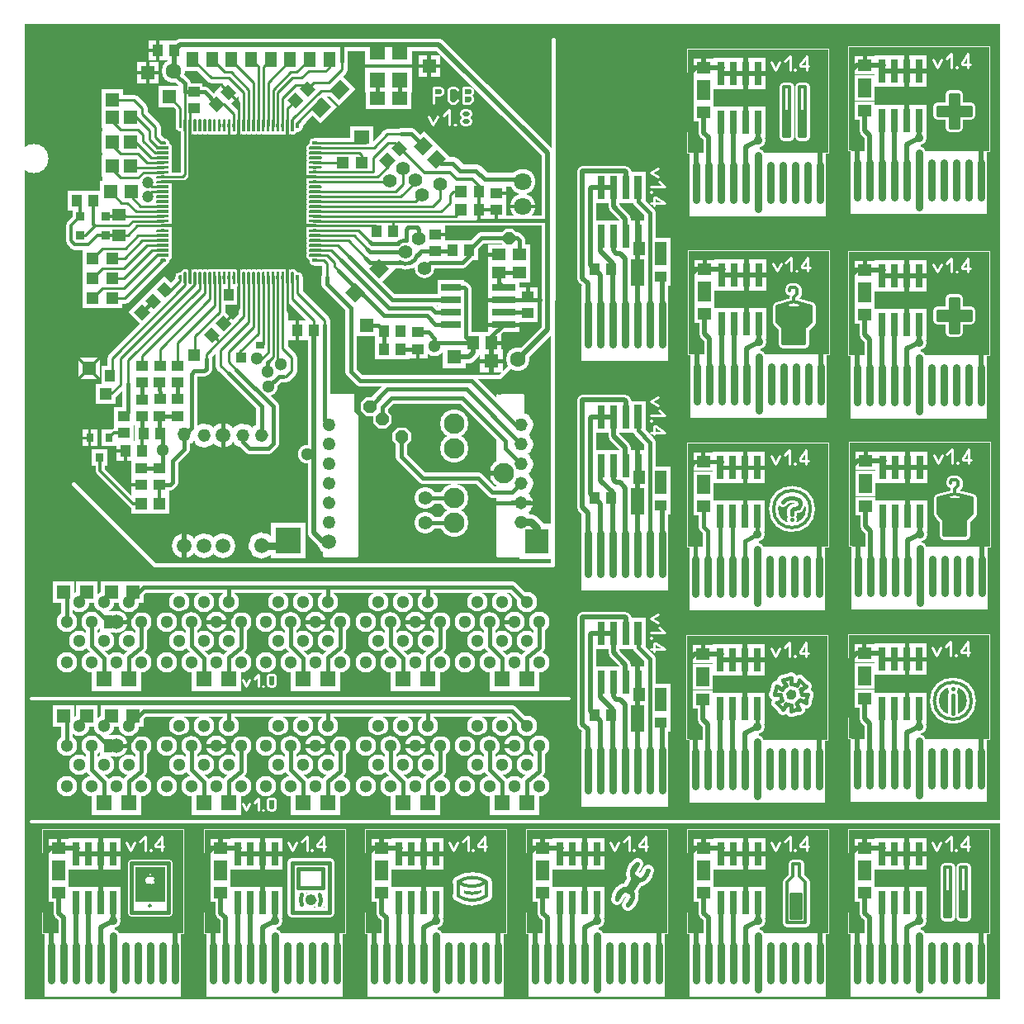
<source format=gtl>
%FSLAX34Y34*%
%MOMM*%
%LNCOPPER_TOP*%
G71*
G01*
%ADD10C, 2.100*%
%ADD11C, 2.300*%
%ADD12C, 1.200*%
%ADD13C, 0.222*%
%ADD14R, 2.600X2.600*%
%ADD15R, 2.200X2.200*%
%ADD16C, 0.286*%
%ADD17R, 2.600X2.500*%
%ADD18C, 1.480*%
%ADD19C, 0.880*%
%ADD20R, 1.500X1.500*%
%ADD21R, 0.900X0.900*%
%ADD22C, 0.600*%
%ADD23C, 1.080*%
%ADD24C, 1.500*%
%ADD25C, 0.300*%
%ADD26C, 2.400*%
%ADD27C, 1.900*%
%ADD28R, 1.900X2.000*%
%ADD29C, 0.900*%
%ADD30R, 2.000X2.000*%
%ADD31R, 3.200X1.600*%
%ADD32R, 1.800X1.700*%
%ADD33R, 2.100X2.400*%
%ADD34R, 2.400X2.200*%
%ADD35C, 3.000*%
%ADD36C, 2.500*%
%ADD37C, 2.600*%
%ADD38R, 2.000X1.900*%
%ADD39C, 0.400*%
%ADD40R, 1.800X2.000*%
%ADD41C, 2.900*%
%ADD42R, 1.600X1.700*%
%ADD43C, 2.200*%
%ADD44C, 2.000*%
%ADD45C, 1.000*%
%ADD46R, 2.400X2.400*%
%ADD47C, 1.300*%
%ADD48C, 2.000*%
%ADD49C, 1.100*%
%ADD50C, 0.280*%
%ADD51R, 2.200X2.100*%
%ADD52R, 2.100X2.200*%
%ADD53R, 2.800X1.600*%
%ADD54R, 1.900X1.900*%
%ADD55R, 1.700X1.600*%
%ADD56C, 1.400*%
%ADD57R, 1.700X2.200*%
%ADD58C, 1.600*%
%ADD59C, 1.350*%
%ADD60R, 1.600X3.200*%
%ADD61C, 0.200*%
%ADD62C, 1.500*%
%ADD63C, 0.254*%
%ADD64C, 0.800*%
%ADD65C, 0.100*%
%ADD66C, 1.022*%
%ADD67C, 0.997*%
%ADD68R, 2.000X2.200*%
%ADD69C, 0.150*%
%ADD70C, 0.500*%
%ADD71C, 0.433*%
%ADD72C, 0.297*%
%ADD73C, 0.372*%
%ADD74C, 0.467*%
%ADD75C, 0.308*%
%ADD76C, 0.378*%
%ADD77C, 0.304*%
%ADD78C, 0.317*%
%ADD79C, 0.267*%
%ADD80C, 1.300*%
%ADD81C, 1.500*%
%ADD82R, 1.600X1.600*%
%ADD83R, 1.400X1.400*%
%ADD84R, 1.400X1.300*%
%ADD85R, 0.300X0.300*%
%ADD86C, 1.600*%
%ADD87R, 1.100X1.200*%
%ADD88R, 1.200X1.200*%
%ADD89R, 2.400X0.800*%
%ADD90C, 0.700*%
%ADD91R, 1.200X1.100*%
%ADD92R, 1.300X1.600*%
%ADD93R, 1.600X1.400*%
%ADD94C, 1.800*%
%ADD95R, 1.000X1.200*%
%ADD96C, 2.100*%
%ADD97R, 0.800X0.900*%
%ADD98C, 1.400*%
%ADD99C, 1.200*%
%ADD100R, 1.300X1.400*%
%ADD101R, 2.000X0.800*%
%ADD102C, 2.600*%
%ADD103R, 1.100X1.100*%
%ADD104R, 0.900X0.800*%
%ADD105R, 0.900X1.400*%
%ADD106C, 0.750*%
%ADD107R, 0.800X2.400*%
%ADD108C, 0.900*%
%ADD109C, 0.000*%
%ADD110C, 0.422*%
%ADD111C, 0.397*%
%ADD112R, 1.200X1.400*%
%LPD*%
G36*
X250Y50D02*
X1000250Y50D01*
X1000250Y-999950D01*
X250Y-999950D01*
X250Y50D01*
G37*
%LPC*%
X43918Y-654498D02*
G54D10*
D03*
X69418Y-654498D02*
G54D10*
D03*
X94918Y-654498D02*
G54D10*
D03*
X120418Y-654498D02*
G54D10*
D03*
X145917Y-654498D02*
G54D10*
D03*
X171417Y-654498D02*
G54D10*
D03*
X196917Y-654498D02*
G54D10*
D03*
X222417Y-654498D02*
G54D10*
D03*
X247917Y-654498D02*
G54D10*
D03*
X273417Y-654498D02*
G54D10*
D03*
X298917Y-654498D02*
G54D10*
D03*
X324417Y-654498D02*
G54D10*
D03*
X349917Y-654498D02*
G54D10*
D03*
X375417Y-654498D02*
G54D10*
D03*
X400917Y-654498D02*
G54D10*
D03*
X426417Y-654498D02*
G54D10*
D03*
X451917Y-654498D02*
G54D10*
D03*
X477417Y-654498D02*
G54D10*
D03*
X502917Y-654498D02*
G54D10*
D03*
X528417Y-654498D02*
G54D10*
D03*
X43918Y-612222D02*
G54D10*
D03*
X69418Y-612223D02*
G54D10*
D03*
X94918Y-612222D02*
G54D11*
D03*
X120417Y-612223D02*
G54D10*
D03*
X145917Y-612223D02*
G54D10*
D03*
X171417Y-612223D02*
G54D10*
D03*
X196917Y-612223D02*
G54D10*
D03*
X222417Y-612223D02*
G54D10*
D03*
X247917Y-612223D02*
G54D10*
D03*
X273417Y-612223D02*
G54D10*
D03*
X298917Y-612223D02*
G54D10*
D03*
X324417Y-612223D02*
G54D10*
D03*
X349917Y-612223D02*
G54D10*
D03*
X375417Y-612223D02*
G54D10*
D03*
X400917Y-612223D02*
G54D10*
D03*
X426417Y-612223D02*
G54D10*
D03*
X451917Y-612223D02*
G54D10*
D03*
X477417Y-612223D02*
G54D10*
D03*
X502918Y-612223D02*
G54D10*
D03*
X528418Y-612223D02*
G54D10*
D03*
X56667Y-632223D02*
G54D10*
D03*
X82168Y-632223D02*
G54D10*
D03*
X107668Y-632223D02*
G54D10*
D03*
X158667Y-632223D02*
G54D10*
D03*
X184167Y-632223D02*
G54D10*
D03*
X209667Y-632223D02*
G54D10*
D03*
X260667Y-632223D02*
G54D10*
D03*
X286167Y-632223D02*
G54D10*
D03*
X311667Y-632223D02*
G54D10*
D03*
X362667Y-632223D02*
G54D10*
D03*
X388167Y-632223D02*
G54D10*
D03*
X413667Y-632223D02*
G54D10*
D03*
X464668Y-632223D02*
G54D10*
D03*
X490168Y-632223D02*
G54D10*
D03*
X515668Y-632223D02*
G54D10*
D03*
X56668Y-592222D02*
G54D10*
D03*
X82168Y-592222D02*
G54D10*
D03*
X107668Y-592223D02*
G54D10*
D03*
X158667Y-592223D02*
G54D10*
D03*
X184167Y-592223D02*
G54D10*
D03*
X209667Y-592223D02*
G54D10*
D03*
X260667Y-592223D02*
G54D10*
D03*
X286167Y-592223D02*
G54D10*
D03*
X311667Y-592223D02*
G54D10*
D03*
X362667Y-592223D02*
G54D10*
D03*
X388167Y-592223D02*
G54D10*
D03*
X413667Y-592223D02*
G54D10*
D03*
X464668Y-592223D02*
G54D10*
D03*
X490168Y-592223D02*
G54D10*
D03*
X515668Y-592223D02*
G54D10*
D03*
G54D12*
X209667Y-592223D02*
X209667Y-579326D01*
G54D12*
X311667Y-592223D02*
X311667Y-579326D01*
G54D12*
X413667Y-592223D02*
X413667Y-579326D01*
G54D12*
X120417Y-612223D02*
X120417Y-639002D01*
X107487Y-648626D01*
X107490Y-671248D01*
G54D12*
X69418Y-612223D02*
X69418Y-637257D01*
X82090Y-649929D01*
X82090Y-671248D01*
G54D12*
X222417Y-612223D02*
X222417Y-639002D01*
X209486Y-648626D01*
X209490Y-671248D01*
G54D12*
X171417Y-612223D02*
X171417Y-637257D01*
X184090Y-649929D01*
X184090Y-671248D01*
G54D12*
X324417Y-612223D02*
X324417Y-639002D01*
X311487Y-648626D01*
X311490Y-671248D01*
G54D12*
X273417Y-612223D02*
X273417Y-637257D01*
X286090Y-649929D01*
X286090Y-671248D01*
G54D12*
X426417Y-612223D02*
X426417Y-639002D01*
X413487Y-648626D01*
X413490Y-671248D01*
G54D12*
X375417Y-612223D02*
X375417Y-637257D01*
X388090Y-649929D01*
X388090Y-671248D01*
G54D12*
X528417Y-612223D02*
X528417Y-639002D01*
X515486Y-648626D01*
X515490Y-671248D01*
G54D12*
X477417Y-612223D02*
X477417Y-637257D01*
X490090Y-649929D01*
X490090Y-671248D01*
G54D13*
X223863Y-671889D02*
X227597Y-678889D01*
X231330Y-671889D01*
G54D13*
X235686Y-671111D02*
X240353Y-666445D01*
X240353Y-678889D01*
G54D13*
X245456Y-678889D02*
X244709Y-678889D01*
X244709Y-678267D01*
X245456Y-678267D01*
X245456Y-678889D01*
X244709Y-678889D01*
G54D13*
X257279Y-668778D02*
X257279Y-676556D01*
X256346Y-678111D01*
X254479Y-678889D01*
X252612Y-678889D01*
X250746Y-678111D01*
X249812Y-676556D01*
X249812Y-668778D01*
X250746Y-667222D01*
X252612Y-666445D01*
X254479Y-666445D01*
X256346Y-667222D01*
X257279Y-668778D01*
X82090Y-671248D02*
G54D14*
D03*
X107490Y-671248D02*
G54D14*
D03*
X184090Y-671248D02*
G54D14*
D03*
X209490Y-671248D02*
G54D14*
D03*
X286090Y-671248D02*
G54D14*
D03*
X311490Y-671248D02*
G54D14*
D03*
X388090Y-671248D02*
G54D14*
D03*
X413490Y-671248D02*
G54D14*
D03*
X490090Y-671248D02*
G54D14*
D03*
X515490Y-671248D02*
G54D14*
D03*
X111626Y-582274D02*
G54D15*
D03*
X89401Y-582274D02*
G54D15*
D03*
X64001Y-582274D02*
G54D15*
D03*
X40585Y-582274D02*
G54D15*
D03*
G54D12*
X515668Y-592223D02*
X500540Y-577095D01*
X122796Y-577095D01*
X107668Y-592223D01*
G54D12*
X43918Y-612223D02*
X43918Y-581720D01*
X44951Y-580687D01*
G54D12*
X56668Y-592223D02*
X56668Y-588020D01*
X64001Y-580687D01*
G54D12*
X82167Y-592223D02*
X82167Y-587920D01*
X89401Y-580687D01*
G54D16*
X419554Y-80532D02*
X419554Y-64532D01*
X425554Y-64532D01*
X427954Y-65532D01*
X429154Y-67532D01*
X429154Y-69532D01*
X427954Y-71532D01*
X425554Y-72532D01*
X419554Y-72532D01*
G54D16*
X444354Y-77532D02*
X443154Y-79532D01*
X440754Y-80532D01*
X438354Y-80532D01*
X435954Y-79532D01*
X434754Y-77532D01*
X434754Y-67532D01*
X435954Y-65532D01*
X438354Y-64532D01*
X440754Y-64532D01*
X443154Y-65532D01*
X444354Y-67532D01*
G54D16*
X449954Y-80532D02*
X449954Y-64532D01*
X455954Y-64532D01*
X458354Y-65532D01*
X459554Y-67532D01*
X459554Y-69532D01*
X458354Y-71532D01*
X455954Y-72532D01*
X458354Y-73532D01*
X459554Y-75532D01*
X459554Y-77532D01*
X458354Y-79532D01*
X455954Y-80532D01*
X449954Y-80532D01*
G54D16*
X449954Y-72532D02*
X455954Y-72532D01*
G54D16*
X414507Y-94327D02*
X419307Y-103327D01*
X424107Y-94327D01*
G54D16*
X429707Y-93327D02*
X435707Y-87327D01*
X435707Y-103327D01*
G54D16*
X442267Y-103327D02*
X441307Y-103327D01*
X441307Y-102527D01*
X442267Y-102527D01*
X442267Y-103327D01*
X441307Y-103327D01*
G54D16*
X453867Y-95327D02*
X451467Y-95327D01*
X449067Y-94327D01*
X447867Y-92327D01*
X447867Y-90327D01*
X449067Y-88327D01*
X451467Y-87327D01*
X453867Y-87327D01*
X456267Y-88327D01*
X457467Y-90327D01*
X457467Y-92327D01*
X456267Y-94327D01*
X453867Y-95327D01*
X456267Y-96327D01*
X457467Y-98327D01*
X457467Y-100327D01*
X456267Y-102327D01*
X453867Y-103327D01*
X451467Y-103327D01*
X449067Y-102327D01*
X447867Y-100327D01*
X447867Y-98327D01*
X449067Y-96327D01*
X451467Y-95327D01*
X97415Y-216593D02*
G54D17*
D03*
X97415Y-195593D02*
G54D17*
D03*
G54D18*
X142116Y-201643D02*
X111253Y-201643D01*
X106694Y-206202D01*
X72363Y-206202D01*
X62326Y-216240D01*
X55722Y-216240D01*
G54D18*
X142116Y-196642D02*
X104046Y-196642D01*
X98816Y-191611D01*
G54D18*
X142116Y-206642D02*
X116022Y-206642D01*
X106072Y-216592D01*
X97415Y-216593D01*
G54D19*
X142116Y-156622D02*
X162458Y-156622D01*
X165090Y-153991D01*
X165090Y-103649D01*
X57310Y-197190D02*
G54D20*
D03*
X57310Y-216240D02*
G54D20*
D03*
X83424Y-216240D02*
G54D20*
D03*
X83472Y-197131D02*
G54D20*
D03*
G36*
X275589Y-99149D02*
X284589Y-99148D01*
X284590Y-108148D01*
X275590Y-108149D01*
X275589Y-99149D01*
G37*
G36*
X270589Y-99149D02*
X279589Y-99148D01*
X279590Y-108148D01*
X270590Y-108149D01*
X270589Y-99149D01*
G37*
X270089Y-103649D02*
G54D21*
D03*
X265089Y-103649D02*
G54D21*
D03*
X260090Y-103649D02*
G54D21*
D03*
X255089Y-103649D02*
G54D21*
D03*
G36*
X245589Y-99149D02*
X254589Y-99148D01*
X254590Y-108148D01*
X245590Y-108149D01*
X245589Y-99149D01*
G37*
X245089Y-103649D02*
G54D21*
D03*
X240090Y-103649D02*
G54D21*
D03*
X235090Y-103649D02*
G54D21*
D03*
X230089Y-103649D02*
G54D21*
D03*
G36*
X220589Y-99149D02*
X229589Y-99148D01*
X229590Y-108148D01*
X220590Y-108149D01*
X220589Y-99149D01*
G37*
X220089Y-103649D02*
G54D21*
D03*
X215089Y-103649D02*
G54D21*
D03*
X210089Y-103649D02*
G54D21*
D03*
X205090Y-103648D02*
G54D21*
D03*
X200089Y-103649D02*
G54D21*
D03*
G36*
X190589Y-99149D02*
X199589Y-99148D01*
X199590Y-108148D01*
X190590Y-108149D01*
X190589Y-99149D01*
G37*
G36*
X185589Y-99149D02*
X194589Y-99148D01*
X194590Y-108148D01*
X185590Y-108149D01*
X185589Y-99149D01*
G37*
X185089Y-103649D02*
G54D21*
D03*
X180090Y-103648D02*
G54D21*
D03*
X175090Y-103649D02*
G54D21*
D03*
G36*
X165589Y-99149D02*
X174589Y-99148D01*
X174590Y-108148D01*
X165590Y-108149D01*
X165589Y-99149D01*
G37*
X165090Y-103649D02*
G54D21*
D03*
G36*
X155589Y-99149D02*
X164589Y-99148D01*
X164590Y-108148D01*
X155590Y-108149D01*
X155589Y-99149D01*
G37*
G36*
X280584Y-100618D02*
X281584Y-101618D01*
X281584Y-106118D01*
X281084Y-106618D01*
X279084Y-106618D01*
X278584Y-106118D01*
X278584Y-101618D01*
X279584Y-100618D01*
X280584Y-100618D01*
G37*
G54D22*
X280584Y-100618D02*
X281584Y-101618D01*
X281584Y-106118D01*
X281084Y-106618D01*
X279084Y-106618D01*
X278584Y-106118D01*
X278584Y-101618D01*
X279584Y-100618D01*
X280584Y-100618D01*
G36*
X160584Y-100618D02*
X161584Y-101618D01*
X161584Y-106118D01*
X161084Y-106618D01*
X159084Y-106618D01*
X158584Y-106118D01*
X158584Y-101618D01*
X159584Y-100618D01*
X160584Y-100618D01*
G37*
G54D22*
X160584Y-100618D02*
X161584Y-101618D01*
X161584Y-106118D01*
X161084Y-106618D01*
X159084Y-106618D01*
X158584Y-106118D01*
X158584Y-101618D01*
X159584Y-100618D01*
X160584Y-100618D01*
G36*
X270584Y-96618D02*
X271584Y-97618D01*
X271584Y-109118D01*
X271084Y-109618D01*
X269084Y-109618D01*
X268584Y-109118D01*
X268584Y-97618D01*
X269584Y-96618D01*
X270584Y-96618D01*
G37*
G54D22*
X270584Y-96618D02*
X271584Y-97618D01*
X271584Y-109118D01*
X271084Y-109618D01*
X269084Y-109618D01*
X268584Y-109118D01*
X268584Y-97618D01*
X269584Y-96618D01*
X270584Y-96618D01*
G36*
X265584Y-96618D02*
X266584Y-97618D01*
X266584Y-109118D01*
X266084Y-109618D01*
X264084Y-109618D01*
X263584Y-109118D01*
X263584Y-97618D01*
X264584Y-96618D01*
X265584Y-96618D01*
G37*
G54D22*
X265584Y-96618D02*
X266584Y-97618D01*
X266584Y-109118D01*
X266084Y-109618D01*
X264084Y-109618D01*
X263584Y-109118D01*
X263584Y-97618D01*
X264584Y-96618D01*
X265584Y-96618D01*
G36*
X260584Y-96618D02*
X261584Y-97618D01*
X261584Y-109118D01*
X261084Y-109618D01*
X259084Y-109618D01*
X258584Y-109118D01*
X258584Y-97618D01*
X259584Y-96618D01*
X260584Y-96618D01*
G37*
G54D22*
X260584Y-96618D02*
X261584Y-97618D01*
X261584Y-109118D01*
X261084Y-109618D01*
X259084Y-109618D01*
X258584Y-109118D01*
X258584Y-97618D01*
X259584Y-96618D01*
X260584Y-96618D01*
G36*
X255584Y-96618D02*
X256584Y-97618D01*
X256584Y-109118D01*
X256084Y-109618D01*
X254084Y-109618D01*
X253584Y-109118D01*
X253584Y-97618D01*
X254584Y-96618D01*
X255584Y-96618D01*
G37*
G54D22*
X255584Y-96618D02*
X256584Y-97618D01*
X256584Y-109118D01*
X256084Y-109618D01*
X254084Y-109618D01*
X253584Y-109118D01*
X253584Y-97618D01*
X254584Y-96618D01*
X255584Y-96618D01*
G36*
X250584Y-96618D02*
X251584Y-97618D01*
X251584Y-109118D01*
X251084Y-109618D01*
X249084Y-109618D01*
X248584Y-109118D01*
X248584Y-97618D01*
X249584Y-96618D01*
X250584Y-96618D01*
G37*
G54D22*
X250584Y-96618D02*
X251584Y-97618D01*
X251584Y-109118D01*
X251084Y-109618D01*
X249084Y-109618D01*
X248584Y-109118D01*
X248584Y-97618D01*
X249584Y-96618D01*
X250584Y-96618D01*
G36*
X245584Y-96618D02*
X246584Y-97618D01*
X246584Y-109118D01*
X246084Y-109618D01*
X244084Y-109618D01*
X243584Y-109118D01*
X243584Y-97618D01*
X244584Y-96618D01*
X245584Y-96618D01*
G37*
G54D22*
X245584Y-96618D02*
X246584Y-97618D01*
X246584Y-109118D01*
X246084Y-109618D01*
X244084Y-109618D01*
X243584Y-109118D01*
X243584Y-97618D01*
X244584Y-96618D01*
X245584Y-96618D01*
G36*
X240584Y-96618D02*
X241584Y-97618D01*
X241584Y-109118D01*
X241084Y-109618D01*
X239084Y-109618D01*
X238584Y-109118D01*
X238584Y-97618D01*
X239584Y-96618D01*
X240584Y-96618D01*
G37*
G54D22*
X240584Y-96618D02*
X241584Y-97618D01*
X241584Y-109118D01*
X241084Y-109618D01*
X239084Y-109618D01*
X238584Y-109118D01*
X238584Y-97618D01*
X239584Y-96618D01*
X240584Y-96618D01*
G36*
X235584Y-96618D02*
X236584Y-97618D01*
X236584Y-109118D01*
X236084Y-109618D01*
X234084Y-109618D01*
X233584Y-109118D01*
X233584Y-97618D01*
X234584Y-96618D01*
X235584Y-96618D01*
G37*
G54D22*
X235584Y-96618D02*
X236584Y-97618D01*
X236584Y-109118D01*
X236084Y-109618D01*
X234084Y-109618D01*
X233584Y-109118D01*
X233584Y-97618D01*
X234584Y-96618D01*
X235584Y-96618D01*
G36*
X230584Y-96618D02*
X231584Y-97618D01*
X231584Y-109118D01*
X231084Y-109618D01*
X229084Y-109618D01*
X228584Y-109118D01*
X228584Y-97618D01*
X229584Y-96618D01*
X230584Y-96618D01*
G37*
G54D22*
X230584Y-96618D02*
X231584Y-97618D01*
X231584Y-109118D01*
X231084Y-109618D01*
X229084Y-109618D01*
X228584Y-109118D01*
X228584Y-97618D01*
X229584Y-96618D01*
X230584Y-96618D01*
G36*
X225584Y-96618D02*
X226584Y-97618D01*
X226584Y-109118D01*
X226084Y-109618D01*
X224084Y-109618D01*
X223584Y-109118D01*
X223584Y-97618D01*
X224584Y-96618D01*
X225584Y-96618D01*
G37*
G54D22*
X225584Y-96618D02*
X226584Y-97618D01*
X226584Y-109118D01*
X226084Y-109618D01*
X224084Y-109618D01*
X223584Y-109118D01*
X223584Y-97618D01*
X224584Y-96618D01*
X225584Y-96618D01*
G36*
X220584Y-96618D02*
X221584Y-97618D01*
X221584Y-109118D01*
X221084Y-109618D01*
X219084Y-109618D01*
X218584Y-109118D01*
X218584Y-97618D01*
X219584Y-96618D01*
X220584Y-96618D01*
G37*
G54D22*
X220584Y-96618D02*
X221584Y-97618D01*
X221584Y-109118D01*
X221084Y-109618D01*
X219084Y-109618D01*
X218584Y-109118D01*
X218584Y-97618D01*
X219584Y-96618D01*
X220584Y-96618D01*
G36*
X215584Y-96618D02*
X216584Y-97618D01*
X216584Y-109118D01*
X216084Y-109618D01*
X214084Y-109618D01*
X213584Y-109118D01*
X213584Y-97618D01*
X214584Y-96618D01*
X215584Y-96618D01*
G37*
G54D22*
X215584Y-96618D02*
X216584Y-97618D01*
X216584Y-109118D01*
X216084Y-109618D01*
X214084Y-109618D01*
X213584Y-109118D01*
X213584Y-97618D01*
X214584Y-96618D01*
X215584Y-96618D01*
G36*
X210584Y-96618D02*
X211584Y-97618D01*
X211584Y-109118D01*
X211084Y-109618D01*
X209084Y-109618D01*
X208584Y-109118D01*
X208584Y-97618D01*
X209584Y-96618D01*
X210584Y-96618D01*
G37*
G54D22*
X210584Y-96618D02*
X211584Y-97618D01*
X211584Y-109118D01*
X211084Y-109618D01*
X209084Y-109618D01*
X208584Y-109118D01*
X208584Y-97618D01*
X209584Y-96618D01*
X210584Y-96618D01*
G36*
X205584Y-96618D02*
X206584Y-97618D01*
X206584Y-109118D01*
X206084Y-109618D01*
X204084Y-109618D01*
X203584Y-109118D01*
X203584Y-97618D01*
X204584Y-96618D01*
X205584Y-96618D01*
G37*
G54D22*
X205584Y-96618D02*
X206584Y-97618D01*
X206584Y-109118D01*
X206084Y-109618D01*
X204084Y-109618D01*
X203584Y-109118D01*
X203584Y-97618D01*
X204584Y-96618D01*
X205584Y-96618D01*
G36*
X200584Y-96618D02*
X201584Y-97618D01*
X201584Y-109118D01*
X201084Y-109618D01*
X199084Y-109618D01*
X198584Y-109118D01*
X198584Y-97618D01*
X199584Y-96618D01*
X200584Y-96618D01*
G37*
G54D22*
X200584Y-96618D02*
X201584Y-97618D01*
X201584Y-109118D01*
X201084Y-109618D01*
X199084Y-109618D01*
X198584Y-109118D01*
X198584Y-97618D01*
X199584Y-96618D01*
X200584Y-96618D01*
G36*
X195584Y-96618D02*
X196584Y-97618D01*
X196584Y-109118D01*
X196084Y-109618D01*
X194084Y-109618D01*
X193584Y-109118D01*
X193584Y-97618D01*
X194584Y-96618D01*
X195584Y-96618D01*
G37*
G54D22*
X195584Y-96618D02*
X196584Y-97618D01*
X196584Y-109118D01*
X196084Y-109618D01*
X194084Y-109618D01*
X193584Y-109118D01*
X193584Y-97618D01*
X194584Y-96618D01*
X195584Y-96618D01*
G36*
X190584Y-96618D02*
X191584Y-97618D01*
X191584Y-109118D01*
X191084Y-109618D01*
X189084Y-109618D01*
X188584Y-109118D01*
X188584Y-97618D01*
X189584Y-96618D01*
X190584Y-96618D01*
G37*
G54D22*
X190584Y-96618D02*
X191584Y-97618D01*
X191584Y-109118D01*
X191084Y-109618D01*
X189084Y-109618D01*
X188584Y-109118D01*
X188584Y-97618D01*
X189584Y-96618D01*
X190584Y-96618D01*
G36*
X185584Y-96618D02*
X186584Y-97618D01*
X186584Y-109118D01*
X186084Y-109618D01*
X184084Y-109618D01*
X183584Y-109118D01*
X183584Y-97618D01*
X184584Y-96618D01*
X185584Y-96618D01*
G37*
G54D22*
X185584Y-96618D02*
X186584Y-97618D01*
X186584Y-109118D01*
X186084Y-109618D01*
X184084Y-109618D01*
X183584Y-109118D01*
X183584Y-97618D01*
X184584Y-96618D01*
X185584Y-96618D01*
G36*
X180584Y-96618D02*
X181584Y-97618D01*
X181584Y-109118D01*
X181084Y-109618D01*
X179084Y-109618D01*
X178584Y-109118D01*
X178584Y-97618D01*
X179584Y-96618D01*
X180584Y-96618D01*
G37*
G54D22*
X180584Y-96618D02*
X181584Y-97618D01*
X181584Y-109118D01*
X181084Y-109618D01*
X179084Y-109618D01*
X178584Y-109118D01*
X178584Y-97618D01*
X179584Y-96618D01*
X180584Y-96618D01*
G36*
X175584Y-96618D02*
X176584Y-97618D01*
X176584Y-109118D01*
X176084Y-109618D01*
X174084Y-109618D01*
X173584Y-109118D01*
X173584Y-97618D01*
X174584Y-96618D01*
X175584Y-96618D01*
G37*
G54D22*
X175584Y-96618D02*
X176584Y-97618D01*
X176584Y-109118D01*
X176084Y-109618D01*
X174084Y-109618D01*
X173584Y-109118D01*
X173584Y-97618D01*
X174584Y-96618D01*
X175584Y-96618D01*
G36*
X170584Y-96618D02*
X171584Y-97618D01*
X171584Y-109118D01*
X171084Y-109618D01*
X169084Y-109618D01*
X168584Y-109118D01*
X168584Y-97618D01*
X169584Y-96618D01*
X170584Y-96618D01*
G37*
G54D22*
X170584Y-96618D02*
X171584Y-97618D01*
X171584Y-109118D01*
X171084Y-109618D01*
X169084Y-109618D01*
X168584Y-109118D01*
X168584Y-97618D01*
X169584Y-96618D01*
X170584Y-96618D01*
G36*
X165584Y-96618D02*
X166584Y-97618D01*
X166584Y-109118D01*
X166084Y-109618D01*
X164084Y-109618D01*
X163584Y-109118D01*
X163584Y-97618D01*
X164584Y-96618D01*
X165584Y-96618D01*
G37*
G54D22*
X165584Y-96618D02*
X166584Y-97618D01*
X166584Y-109118D01*
X166084Y-109618D01*
X164084Y-109618D01*
X163584Y-109118D01*
X163584Y-97618D01*
X164584Y-96618D01*
X165584Y-96618D01*
G36*
X275584Y-96618D02*
X276584Y-97618D01*
X276584Y-109118D01*
X276084Y-109618D01*
X274084Y-109618D01*
X273584Y-109118D01*
X273584Y-97618D01*
X274584Y-96618D01*
X275584Y-96618D01*
G37*
G54D22*
X275584Y-96618D02*
X276584Y-97618D01*
X276584Y-109118D01*
X276084Y-109618D01*
X274084Y-109618D01*
X273584Y-109118D01*
X273584Y-97618D01*
X274584Y-96618D01*
X275584Y-96618D01*
X298053Y-241612D02*
G54D21*
D03*
X298053Y-236612D02*
G54D21*
D03*
X298053Y-231613D02*
G54D21*
D03*
X298053Y-226612D02*
G54D21*
D03*
X298053Y-221612D02*
G54D21*
D03*
X298053Y-216613D02*
G54D21*
D03*
X298053Y-211612D02*
G54D21*
D03*
X298053Y-206612D02*
G54D21*
D03*
X298053Y-201612D02*
G54D21*
D03*
X298053Y-196612D02*
G54D21*
D03*
X298053Y-191612D02*
G54D21*
D03*
X298053Y-186612D02*
G54D21*
D03*
X298053Y-181612D02*
G54D21*
D03*
X298053Y-176612D02*
G54D21*
D03*
X298053Y-171613D02*
G54D21*
D03*
X298053Y-166612D02*
G54D21*
D03*
X298053Y-161612D02*
G54D21*
D03*
X298053Y-156612D02*
G54D21*
D03*
X298053Y-151612D02*
G54D21*
D03*
X298053Y-146613D02*
G54D21*
D03*
X298053Y-141612D02*
G54D21*
D03*
X298053Y-136612D02*
G54D21*
D03*
X298053Y-131612D02*
G54D21*
D03*
X298053Y-126612D02*
G54D21*
D03*
X298053Y-121612D02*
G54D21*
D03*
G36*
X301084Y-242118D02*
X300084Y-243118D01*
X295584Y-243118D01*
X295084Y-242618D01*
X295084Y-240618D01*
X295584Y-240118D01*
X300084Y-240118D01*
X301084Y-241118D01*
X301084Y-242118D01*
G37*
G54D22*
X301084Y-242118D02*
X300084Y-243118D01*
X295584Y-243118D01*
X295084Y-242618D01*
X295084Y-240618D01*
X295584Y-240118D01*
X300084Y-240118D01*
X301084Y-241118D01*
X301084Y-242118D01*
G36*
X301084Y-122118D02*
X300084Y-123118D01*
X295584Y-123118D01*
X295084Y-122618D01*
X295084Y-120618D01*
X295584Y-120118D01*
X300084Y-120118D01*
X301084Y-121118D01*
X301084Y-122118D01*
G37*
G54D22*
X301084Y-122118D02*
X300084Y-123118D01*
X295584Y-123118D01*
X295084Y-122618D01*
X295084Y-120618D01*
X295584Y-120118D01*
X300084Y-120118D01*
X301084Y-121118D01*
X301084Y-122118D01*
G36*
X305084Y-232118D02*
X304084Y-233118D01*
X292584Y-233118D01*
X292084Y-232618D01*
X292084Y-230618D01*
X292584Y-230118D01*
X304084Y-230118D01*
X305084Y-231118D01*
X305084Y-232118D01*
G37*
G54D22*
X305084Y-232118D02*
X304084Y-233118D01*
X292584Y-233118D01*
X292084Y-232618D01*
X292084Y-230618D01*
X292584Y-230118D01*
X304084Y-230118D01*
X305084Y-231118D01*
X305084Y-232118D01*
G36*
X305084Y-227118D02*
X304084Y-228118D01*
X292584Y-228118D01*
X292084Y-227618D01*
X292084Y-225618D01*
X292584Y-225118D01*
X304084Y-225118D01*
X305084Y-226118D01*
X305084Y-227118D01*
G37*
G54D22*
X305084Y-227118D02*
X304084Y-228118D01*
X292584Y-228118D01*
X292084Y-227618D01*
X292084Y-225618D01*
X292584Y-225118D01*
X304084Y-225118D01*
X305084Y-226118D01*
X305084Y-227118D01*
G36*
X305084Y-222118D02*
X304084Y-223118D01*
X292584Y-223118D01*
X292084Y-222618D01*
X292084Y-220618D01*
X292584Y-220118D01*
X304084Y-220118D01*
X305084Y-221118D01*
X305084Y-222118D01*
G37*
G54D22*
X305084Y-222118D02*
X304084Y-223118D01*
X292584Y-223118D01*
X292084Y-222618D01*
X292084Y-220618D01*
X292584Y-220118D01*
X304084Y-220118D01*
X305084Y-221118D01*
X305084Y-222118D01*
G36*
X305084Y-217118D02*
X304084Y-218118D01*
X292584Y-218118D01*
X292084Y-217618D01*
X292084Y-215618D01*
X292584Y-215118D01*
X304084Y-215118D01*
X305084Y-216118D01*
X305084Y-217118D01*
G37*
G54D22*
X305084Y-217118D02*
X304084Y-218118D01*
X292584Y-218118D01*
X292084Y-217618D01*
X292084Y-215618D01*
X292584Y-215118D01*
X304084Y-215118D01*
X305084Y-216118D01*
X305084Y-217118D01*
G36*
X305084Y-212118D02*
X304084Y-213118D01*
X292584Y-213118D01*
X292084Y-212618D01*
X292084Y-210618D01*
X292584Y-210118D01*
X304084Y-210118D01*
X305084Y-211118D01*
X305084Y-212118D01*
G37*
G54D22*
X305084Y-212118D02*
X304084Y-213118D01*
X292584Y-213118D01*
X292084Y-212618D01*
X292084Y-210618D01*
X292584Y-210118D01*
X304084Y-210118D01*
X305084Y-211118D01*
X305084Y-212118D01*
G36*
X305084Y-207118D02*
X304084Y-208118D01*
X292584Y-208118D01*
X292084Y-207618D01*
X292084Y-205618D01*
X292584Y-205118D01*
X304084Y-205118D01*
X305084Y-206118D01*
X305084Y-207118D01*
G37*
G54D22*
X305084Y-207118D02*
X304084Y-208118D01*
X292584Y-208118D01*
X292084Y-207618D01*
X292084Y-205618D01*
X292584Y-205118D01*
X304084Y-205118D01*
X305084Y-206118D01*
X305084Y-207118D01*
G36*
X305084Y-202118D02*
X304084Y-203118D01*
X292584Y-203118D01*
X292084Y-202618D01*
X292084Y-200618D01*
X292584Y-200118D01*
X304084Y-200118D01*
X305084Y-201118D01*
X305084Y-202118D01*
G37*
G54D22*
X305084Y-202118D02*
X304084Y-203118D01*
X292584Y-203118D01*
X292084Y-202618D01*
X292084Y-200618D01*
X292584Y-200118D01*
X304084Y-200118D01*
X305084Y-201118D01*
X305084Y-202118D01*
G36*
X305084Y-197118D02*
X304084Y-198118D01*
X292584Y-198118D01*
X292084Y-197618D01*
X292084Y-195618D01*
X292584Y-195118D01*
X304084Y-195118D01*
X305084Y-196118D01*
X305084Y-197118D01*
G37*
G54D22*
X305084Y-197118D02*
X304084Y-198118D01*
X292584Y-198118D01*
X292084Y-197618D01*
X292084Y-195618D01*
X292584Y-195118D01*
X304084Y-195118D01*
X305084Y-196118D01*
X305084Y-197118D01*
G36*
X305084Y-192118D02*
X304084Y-193118D01*
X292584Y-193118D01*
X292084Y-192618D01*
X292084Y-190618D01*
X292584Y-190118D01*
X304084Y-190118D01*
X305084Y-191118D01*
X305084Y-192118D01*
G37*
G54D22*
X305084Y-192118D02*
X304084Y-193118D01*
X292584Y-193118D01*
X292084Y-192618D01*
X292084Y-190618D01*
X292584Y-190118D01*
X304084Y-190118D01*
X305084Y-191118D01*
X305084Y-192118D01*
G36*
X305084Y-187118D02*
X304084Y-188118D01*
X292584Y-188118D01*
X292084Y-187618D01*
X292084Y-185618D01*
X292584Y-185118D01*
X304084Y-185118D01*
X305084Y-186118D01*
X305084Y-187118D01*
G37*
G54D22*
X305084Y-187118D02*
X304084Y-188118D01*
X292584Y-188118D01*
X292084Y-187618D01*
X292084Y-185618D01*
X292584Y-185118D01*
X304084Y-185118D01*
X305084Y-186118D01*
X305084Y-187118D01*
G36*
X305084Y-182118D02*
X304084Y-183118D01*
X292584Y-183118D01*
X292084Y-182618D01*
X292084Y-180618D01*
X292584Y-180118D01*
X304084Y-180118D01*
X305084Y-181118D01*
X305084Y-182118D01*
G37*
G54D22*
X305084Y-182118D02*
X304084Y-183118D01*
X292584Y-183118D01*
X292084Y-182618D01*
X292084Y-180618D01*
X292584Y-180118D01*
X304084Y-180118D01*
X305084Y-181118D01*
X305084Y-182118D01*
G36*
X305084Y-177118D02*
X304084Y-178118D01*
X292584Y-178118D01*
X292084Y-177618D01*
X292084Y-175618D01*
X292584Y-175118D01*
X304084Y-175118D01*
X305084Y-176118D01*
X305084Y-177118D01*
G37*
G54D22*
X305084Y-177118D02*
X304084Y-178118D01*
X292584Y-178118D01*
X292084Y-177618D01*
X292084Y-175618D01*
X292584Y-175118D01*
X304084Y-175118D01*
X305084Y-176118D01*
X305084Y-177118D01*
G36*
X305084Y-172118D02*
X304084Y-173118D01*
X292584Y-173118D01*
X292084Y-172618D01*
X292084Y-170618D01*
X292584Y-170118D01*
X304084Y-170118D01*
X305084Y-171118D01*
X305084Y-172118D01*
G37*
G54D22*
X305084Y-172118D02*
X304084Y-173118D01*
X292584Y-173118D01*
X292084Y-172618D01*
X292084Y-170618D01*
X292584Y-170118D01*
X304084Y-170118D01*
X305084Y-171118D01*
X305084Y-172118D01*
G36*
X305084Y-167118D02*
X304084Y-168118D01*
X292584Y-168118D01*
X292084Y-167618D01*
X292084Y-165618D01*
X292584Y-165118D01*
X304084Y-165118D01*
X305084Y-166118D01*
X305084Y-167118D01*
G37*
G54D22*
X305084Y-167118D02*
X304084Y-168118D01*
X292584Y-168118D01*
X292084Y-167618D01*
X292084Y-165618D01*
X292584Y-165118D01*
X304084Y-165118D01*
X305084Y-166118D01*
X305084Y-167118D01*
G36*
X305084Y-162118D02*
X304084Y-163118D01*
X292584Y-163118D01*
X292084Y-162618D01*
X292084Y-160618D01*
X292584Y-160118D01*
X304084Y-160118D01*
X305084Y-161118D01*
X305084Y-162118D01*
G37*
G54D22*
X305084Y-162118D02*
X304084Y-163118D01*
X292584Y-163118D01*
X292084Y-162618D01*
X292084Y-160618D01*
X292584Y-160118D01*
X304084Y-160118D01*
X305084Y-161118D01*
X305084Y-162118D01*
G36*
X305084Y-157118D02*
X304084Y-158118D01*
X292584Y-158118D01*
X292084Y-157618D01*
X292084Y-155618D01*
X292584Y-155118D01*
X304084Y-155118D01*
X305084Y-156118D01*
X305084Y-157118D01*
G37*
G54D22*
X305084Y-157118D02*
X304084Y-158118D01*
X292584Y-158118D01*
X292084Y-157618D01*
X292084Y-155618D01*
X292584Y-155118D01*
X304084Y-155118D01*
X305084Y-156118D01*
X305084Y-157118D01*
G36*
X305084Y-152118D02*
X304084Y-153118D01*
X292584Y-153118D01*
X292084Y-152618D01*
X292084Y-150618D01*
X292584Y-150118D01*
X304084Y-150118D01*
X305084Y-151118D01*
X305084Y-152118D01*
G37*
G54D22*
X305084Y-152118D02*
X304084Y-153118D01*
X292584Y-153118D01*
X292084Y-152618D01*
X292084Y-150618D01*
X292584Y-150118D01*
X304084Y-150118D01*
X305084Y-151118D01*
X305084Y-152118D01*
G36*
X305084Y-147118D02*
X304084Y-148118D01*
X292584Y-148118D01*
X292084Y-147618D01*
X292084Y-145618D01*
X292584Y-145118D01*
X304084Y-145118D01*
X305084Y-146118D01*
X305084Y-147118D01*
G37*
G54D22*
X305084Y-147118D02*
X304084Y-148118D01*
X292584Y-148118D01*
X292084Y-147618D01*
X292084Y-145618D01*
X292584Y-145118D01*
X304084Y-145118D01*
X305084Y-146118D01*
X305084Y-147118D01*
G36*
X305084Y-142118D02*
X304084Y-143118D01*
X292584Y-143118D01*
X292084Y-142618D01*
X292084Y-140618D01*
X292584Y-140118D01*
X304084Y-140118D01*
X305084Y-141118D01*
X305084Y-142118D01*
G37*
G54D22*
X305084Y-142118D02*
X304084Y-143118D01*
X292584Y-143118D01*
X292084Y-142618D01*
X292084Y-140618D01*
X292584Y-140118D01*
X304084Y-140118D01*
X305084Y-141118D01*
X305084Y-142118D01*
G36*
X305084Y-137118D02*
X304084Y-138118D01*
X292584Y-138118D01*
X292084Y-137618D01*
X292084Y-135618D01*
X292584Y-135118D01*
X304084Y-135118D01*
X305084Y-136118D01*
X305084Y-137118D01*
G37*
G54D22*
X305084Y-137118D02*
X304084Y-138118D01*
X292584Y-138118D01*
X292084Y-137618D01*
X292084Y-135618D01*
X292584Y-135118D01*
X304084Y-135118D01*
X305084Y-136118D01*
X305084Y-137118D01*
G36*
X305084Y-132118D02*
X304084Y-133118D01*
X292584Y-133118D01*
X292084Y-132618D01*
X292084Y-130618D01*
X292584Y-130118D01*
X304084Y-130118D01*
X305084Y-131118D01*
X305084Y-132118D01*
G37*
G54D22*
X305084Y-132118D02*
X304084Y-133118D01*
X292584Y-133118D01*
X292084Y-132618D01*
X292084Y-130618D01*
X292584Y-130118D01*
X304084Y-130118D01*
X305084Y-131118D01*
X305084Y-132118D01*
G36*
X305084Y-127118D02*
X304084Y-128118D01*
X292584Y-128118D01*
X292084Y-127618D01*
X292084Y-125618D01*
X292584Y-125118D01*
X304084Y-125118D01*
X305084Y-126118D01*
X305084Y-127118D01*
G37*
G54D22*
X305084Y-127118D02*
X304084Y-128118D01*
X292584Y-128118D01*
X292084Y-127618D01*
X292084Y-125618D01*
X292584Y-125118D01*
X304084Y-125118D01*
X305084Y-126118D01*
X305084Y-127118D01*
G36*
X305084Y-237118D02*
X304084Y-238118D01*
X292584Y-238118D01*
X292084Y-237618D01*
X292084Y-235618D01*
X292584Y-235118D01*
X304084Y-235118D01*
X305084Y-236118D01*
X305084Y-237118D01*
G37*
G54D22*
X305084Y-237118D02*
X304084Y-238118D01*
X292584Y-238118D01*
X292084Y-237618D01*
X292084Y-235618D01*
X292584Y-235118D01*
X304084Y-235118D01*
X305084Y-236118D01*
X305084Y-237118D01*
X160089Y-259586D02*
G54D21*
D03*
X165089Y-259586D02*
G54D21*
D03*
X170089Y-259586D02*
G54D21*
D03*
X175089Y-259586D02*
G54D21*
D03*
X180089Y-259586D02*
G54D21*
D03*
X185089Y-259586D02*
G54D21*
D03*
X190089Y-259586D02*
G54D21*
D03*
X195089Y-259586D02*
G54D21*
D03*
X200089Y-259586D02*
G54D21*
D03*
X205089Y-259586D02*
G54D21*
D03*
X210089Y-259586D02*
G54D21*
D03*
X215090Y-259586D02*
G54D21*
D03*
X220089Y-259586D02*
G54D21*
D03*
X225089Y-259586D02*
G54D21*
D03*
X230089Y-259586D02*
G54D21*
D03*
X235089Y-259586D02*
G54D21*
D03*
X240089Y-259586D02*
G54D21*
D03*
X245090Y-259586D02*
G54D21*
D03*
X250090Y-259586D02*
G54D21*
D03*
X255089Y-259586D02*
G54D21*
D03*
X260089Y-259586D02*
G54D21*
D03*
X265089Y-259586D02*
G54D21*
D03*
X270089Y-259586D02*
G54D21*
D03*
X275089Y-259586D02*
G54D21*
D03*
X280090Y-259586D02*
G54D21*
D03*
G36*
X159584Y-262618D02*
X158584Y-261618D01*
X158584Y-257118D01*
X159084Y-256618D01*
X161084Y-256618D01*
X161584Y-257118D01*
X161584Y-261618D01*
X160584Y-262618D01*
X159584Y-262618D01*
G37*
G54D22*
X159584Y-262618D02*
X158584Y-261618D01*
X158584Y-257118D01*
X159084Y-256618D01*
X161084Y-256618D01*
X161584Y-257118D01*
X161584Y-261618D01*
X160584Y-262618D01*
X159584Y-262618D01*
G36*
X279584Y-262618D02*
X278584Y-261618D01*
X278584Y-257118D01*
X279084Y-256618D01*
X281084Y-256618D01*
X281584Y-257118D01*
X281584Y-261618D01*
X280584Y-262618D01*
X279584Y-262618D01*
G37*
G54D22*
X279584Y-262618D02*
X278584Y-261618D01*
X278584Y-257118D01*
X279084Y-256618D01*
X281084Y-256618D01*
X281584Y-257118D01*
X281584Y-261618D01*
X280584Y-262618D01*
X279584Y-262618D01*
G36*
X169584Y-266618D02*
X168584Y-265618D01*
X168584Y-254118D01*
X169084Y-253618D01*
X171084Y-253618D01*
X171584Y-254118D01*
X171584Y-265618D01*
X170584Y-266618D01*
X169584Y-266618D01*
G37*
G54D22*
X169584Y-266618D02*
X168584Y-265618D01*
X168584Y-254118D01*
X169084Y-253618D01*
X171084Y-253618D01*
X171584Y-254118D01*
X171584Y-265618D01*
X170584Y-266618D01*
X169584Y-266618D01*
G36*
X174584Y-266618D02*
X173584Y-265618D01*
X173584Y-254118D01*
X174084Y-253618D01*
X176084Y-253618D01*
X176584Y-254118D01*
X176584Y-265618D01*
X175584Y-266618D01*
X174584Y-266618D01*
G37*
G54D22*
X174584Y-266618D02*
X173584Y-265618D01*
X173584Y-254118D01*
X174084Y-253618D01*
X176084Y-253618D01*
X176584Y-254118D01*
X176584Y-265618D01*
X175584Y-266618D01*
X174584Y-266618D01*
G36*
X179584Y-266618D02*
X178584Y-265618D01*
X178584Y-254118D01*
X179084Y-253618D01*
X181084Y-253618D01*
X181584Y-254118D01*
X181584Y-265618D01*
X180584Y-266618D01*
X179584Y-266618D01*
G37*
G54D22*
X179584Y-266618D02*
X178584Y-265618D01*
X178584Y-254118D01*
X179084Y-253618D01*
X181084Y-253618D01*
X181584Y-254118D01*
X181584Y-265618D01*
X180584Y-266618D01*
X179584Y-266618D01*
G36*
X184584Y-266618D02*
X183584Y-265618D01*
X183584Y-254118D01*
X184084Y-253618D01*
X186084Y-253618D01*
X186584Y-254118D01*
X186584Y-265618D01*
X185584Y-266618D01*
X184584Y-266618D01*
G37*
G54D22*
X184584Y-266618D02*
X183584Y-265618D01*
X183584Y-254118D01*
X184084Y-253618D01*
X186084Y-253618D01*
X186584Y-254118D01*
X186584Y-265618D01*
X185584Y-266618D01*
X184584Y-266618D01*
G36*
X189584Y-266618D02*
X188584Y-265618D01*
X188584Y-254118D01*
X189084Y-253618D01*
X191084Y-253618D01*
X191584Y-254118D01*
X191584Y-265618D01*
X190584Y-266618D01*
X189584Y-266618D01*
G37*
G54D22*
X189584Y-266618D02*
X188584Y-265618D01*
X188584Y-254118D01*
X189084Y-253618D01*
X191084Y-253618D01*
X191584Y-254118D01*
X191584Y-265618D01*
X190584Y-266618D01*
X189584Y-266618D01*
G36*
X194584Y-266618D02*
X193584Y-265618D01*
X193584Y-254118D01*
X194084Y-253618D01*
X196084Y-253618D01*
X196584Y-254118D01*
X196584Y-265618D01*
X195584Y-266618D01*
X194584Y-266618D01*
G37*
G54D22*
X194584Y-266618D02*
X193584Y-265618D01*
X193584Y-254118D01*
X194084Y-253618D01*
X196084Y-253618D01*
X196584Y-254118D01*
X196584Y-265618D01*
X195584Y-266618D01*
X194584Y-266618D01*
G36*
X199584Y-266618D02*
X198584Y-265618D01*
X198584Y-254118D01*
X199084Y-253618D01*
X201084Y-253618D01*
X201584Y-254118D01*
X201584Y-265618D01*
X200584Y-266618D01*
X199584Y-266618D01*
G37*
G54D22*
X199584Y-266618D02*
X198584Y-265618D01*
X198584Y-254118D01*
X199084Y-253618D01*
X201084Y-253618D01*
X201584Y-254118D01*
X201584Y-265618D01*
X200584Y-266618D01*
X199584Y-266618D01*
G36*
X204584Y-266618D02*
X203584Y-265618D01*
X203584Y-254118D01*
X204084Y-253618D01*
X206084Y-253618D01*
X206584Y-254118D01*
X206584Y-265618D01*
X205584Y-266618D01*
X204584Y-266618D01*
G37*
G54D22*
X204584Y-266618D02*
X203584Y-265618D01*
X203584Y-254118D01*
X204084Y-253618D01*
X206084Y-253618D01*
X206584Y-254118D01*
X206584Y-265618D01*
X205584Y-266618D01*
X204584Y-266618D01*
G36*
X209584Y-266618D02*
X208584Y-265618D01*
X208584Y-254118D01*
X209084Y-253618D01*
X211084Y-253618D01*
X211584Y-254118D01*
X211584Y-265618D01*
X210584Y-266618D01*
X209584Y-266618D01*
G37*
G54D22*
X209584Y-266618D02*
X208584Y-265618D01*
X208584Y-254118D01*
X209084Y-253618D01*
X211084Y-253618D01*
X211584Y-254118D01*
X211584Y-265618D01*
X210584Y-266618D01*
X209584Y-266618D01*
G36*
X214584Y-266618D02*
X213584Y-265618D01*
X213584Y-254118D01*
X214084Y-253618D01*
X216084Y-253618D01*
X216584Y-254118D01*
X216584Y-265618D01*
X215584Y-266618D01*
X214584Y-266618D01*
G37*
G54D22*
X214584Y-266618D02*
X213584Y-265618D01*
X213584Y-254118D01*
X214084Y-253618D01*
X216084Y-253618D01*
X216584Y-254118D01*
X216584Y-265618D01*
X215584Y-266618D01*
X214584Y-266618D01*
G36*
X219584Y-266618D02*
X218584Y-265618D01*
X218584Y-254118D01*
X219084Y-253618D01*
X221084Y-253618D01*
X221584Y-254118D01*
X221584Y-265618D01*
X220584Y-266618D01*
X219584Y-266618D01*
G37*
G54D22*
X219584Y-266618D02*
X218584Y-265618D01*
X218584Y-254118D01*
X219084Y-253618D01*
X221084Y-253618D01*
X221584Y-254118D01*
X221584Y-265618D01*
X220584Y-266618D01*
X219584Y-266618D01*
G36*
X224584Y-266618D02*
X223584Y-265618D01*
X223584Y-254118D01*
X224084Y-253618D01*
X226084Y-253618D01*
X226584Y-254118D01*
X226584Y-265618D01*
X225584Y-266618D01*
X224584Y-266618D01*
G37*
G54D22*
X224584Y-266618D02*
X223584Y-265618D01*
X223584Y-254118D01*
X224084Y-253618D01*
X226084Y-253618D01*
X226584Y-254118D01*
X226584Y-265618D01*
X225584Y-266618D01*
X224584Y-266618D01*
G36*
X229584Y-266618D02*
X228584Y-265618D01*
X228584Y-254118D01*
X229084Y-253618D01*
X231084Y-253618D01*
X231584Y-254118D01*
X231584Y-265618D01*
X230584Y-266618D01*
X229584Y-266618D01*
G37*
G54D22*
X229584Y-266618D02*
X228584Y-265618D01*
X228584Y-254118D01*
X229084Y-253618D01*
X231084Y-253618D01*
X231584Y-254118D01*
X231584Y-265618D01*
X230584Y-266618D01*
X229584Y-266618D01*
G36*
X234584Y-266618D02*
X233584Y-265618D01*
X233584Y-254118D01*
X234084Y-253618D01*
X236084Y-253618D01*
X236584Y-254118D01*
X236584Y-265618D01*
X235584Y-266618D01*
X234584Y-266618D01*
G37*
G54D22*
X234584Y-266618D02*
X233584Y-265618D01*
X233584Y-254118D01*
X234084Y-253618D01*
X236084Y-253618D01*
X236584Y-254118D01*
X236584Y-265618D01*
X235584Y-266618D01*
X234584Y-266618D01*
G36*
X239584Y-266618D02*
X238584Y-265618D01*
X238584Y-254118D01*
X239084Y-253618D01*
X241084Y-253618D01*
X241584Y-254118D01*
X241584Y-265618D01*
X240584Y-266618D01*
X239584Y-266618D01*
G37*
G54D22*
X239584Y-266618D02*
X238584Y-265618D01*
X238584Y-254118D01*
X239084Y-253618D01*
X241084Y-253618D01*
X241584Y-254118D01*
X241584Y-265618D01*
X240584Y-266618D01*
X239584Y-266618D01*
G36*
X244584Y-266618D02*
X243584Y-265618D01*
X243584Y-254118D01*
X244084Y-253618D01*
X246084Y-253618D01*
X246584Y-254118D01*
X246584Y-265618D01*
X245584Y-266618D01*
X244584Y-266618D01*
G37*
G54D22*
X244584Y-266618D02*
X243584Y-265618D01*
X243584Y-254118D01*
X244084Y-253618D01*
X246084Y-253618D01*
X246584Y-254118D01*
X246584Y-265618D01*
X245584Y-266618D01*
X244584Y-266618D01*
G36*
X249584Y-266618D02*
X248584Y-265618D01*
X248584Y-254118D01*
X249084Y-253618D01*
X251084Y-253618D01*
X251584Y-254118D01*
X251584Y-265618D01*
X250584Y-266618D01*
X249584Y-266618D01*
G37*
G54D22*
X249584Y-266618D02*
X248584Y-265618D01*
X248584Y-254118D01*
X249084Y-253618D01*
X251084Y-253618D01*
X251584Y-254118D01*
X251584Y-265618D01*
X250584Y-266618D01*
X249584Y-266618D01*
G36*
X254584Y-266618D02*
X253584Y-265618D01*
X253584Y-254118D01*
X254084Y-253618D01*
X256084Y-253618D01*
X256584Y-254118D01*
X256584Y-265618D01*
X255584Y-266618D01*
X254584Y-266618D01*
G37*
G54D22*
X254584Y-266618D02*
X253584Y-265618D01*
X253584Y-254118D01*
X254084Y-253618D01*
X256084Y-253618D01*
X256584Y-254118D01*
X256584Y-265618D01*
X255584Y-266618D01*
X254584Y-266618D01*
G36*
X259584Y-266618D02*
X258584Y-265618D01*
X258584Y-254118D01*
X259084Y-253618D01*
X261084Y-253618D01*
X261584Y-254118D01*
X261584Y-265618D01*
X260584Y-266618D01*
X259584Y-266618D01*
G37*
G54D22*
X259584Y-266618D02*
X258584Y-265618D01*
X258584Y-254118D01*
X259084Y-253618D01*
X261084Y-253618D01*
X261584Y-254118D01*
X261584Y-265618D01*
X260584Y-266618D01*
X259584Y-266618D01*
G36*
X264584Y-266618D02*
X263584Y-265618D01*
X263584Y-254118D01*
X264084Y-253618D01*
X266084Y-253618D01*
X266584Y-254118D01*
X266584Y-265618D01*
X265584Y-266618D01*
X264584Y-266618D01*
G37*
G54D22*
X264584Y-266618D02*
X263584Y-265618D01*
X263584Y-254118D01*
X264084Y-253618D01*
X266084Y-253618D01*
X266584Y-254118D01*
X266584Y-265618D01*
X265584Y-266618D01*
X264584Y-266618D01*
G36*
X269584Y-266618D02*
X268584Y-265618D01*
X268584Y-254118D01*
X269084Y-253618D01*
X271084Y-253618D01*
X271584Y-254118D01*
X271584Y-265618D01*
X270584Y-266618D01*
X269584Y-266618D01*
G37*
G54D22*
X269584Y-266618D02*
X268584Y-265618D01*
X268584Y-254118D01*
X269084Y-253618D01*
X271084Y-253618D01*
X271584Y-254118D01*
X271584Y-265618D01*
X270584Y-266618D01*
X269584Y-266618D01*
G36*
X274584Y-266618D02*
X273584Y-265618D01*
X273584Y-254118D01*
X274084Y-253618D01*
X276084Y-253618D01*
X276584Y-254117D01*
X276584Y-265618D01*
X275584Y-266618D01*
X274584Y-266618D01*
G37*
G54D22*
X274584Y-266618D02*
X273584Y-265618D01*
X273584Y-254118D01*
X274084Y-253618D01*
X276084Y-253618D01*
X276584Y-254117D01*
X276584Y-265618D01*
X275584Y-266618D01*
X274584Y-266618D01*
G36*
X164584Y-266618D02*
X163584Y-265618D01*
X163584Y-254118D01*
X164084Y-253618D01*
X166084Y-253618D01*
X166584Y-254118D01*
X166584Y-265618D01*
X165584Y-266618D01*
X164584Y-266618D01*
G37*
G54D22*
X164584Y-266618D02*
X163584Y-265618D01*
X163584Y-254118D01*
X164084Y-253618D01*
X166084Y-253618D01*
X166584Y-254118D01*
X166584Y-265618D01*
X165584Y-266618D01*
X164584Y-266618D01*
X142116Y-121622D02*
G54D21*
D03*
X142116Y-126622D02*
G54D21*
D03*
X142116Y-131622D02*
G54D21*
D03*
X142116Y-136623D02*
G54D21*
D03*
X142116Y-141622D02*
G54D21*
D03*
X142116Y-146622D02*
G54D21*
D03*
X142116Y-151622D02*
G54D21*
D03*
X142116Y-156622D02*
G54D21*
D03*
X142116Y-161622D02*
G54D21*
D03*
X142116Y-166622D02*
G54D21*
D03*
X142116Y-171622D02*
G54D21*
D03*
X142116Y-176622D02*
G54D21*
D03*
X142116Y-181622D02*
G54D21*
D03*
X142116Y-186622D02*
G54D21*
D03*
X142116Y-191622D02*
G54D21*
D03*
X142116Y-196622D02*
G54D21*
D03*
X142116Y-201622D02*
G54D21*
D03*
X142116Y-206622D02*
G54D21*
D03*
X142116Y-211622D02*
G54D21*
D03*
X142116Y-216622D02*
G54D21*
D03*
X142116Y-221622D02*
G54D21*
D03*
X142116Y-226622D02*
G54D21*
D03*
X142116Y-231622D02*
G54D21*
D03*
X142116Y-236622D02*
G54D21*
D03*
X142116Y-241622D02*
G54D21*
D03*
G36*
X139084Y-121118D02*
X140084Y-120118D01*
X144584Y-120118D01*
X145084Y-120618D01*
X145084Y-122618D01*
X144584Y-123118D01*
X140084Y-123118D01*
X139084Y-122118D01*
X139084Y-121118D01*
G37*
G54D22*
X139084Y-121118D02*
X140084Y-120118D01*
X144584Y-120118D01*
X145084Y-120618D01*
X145084Y-122618D01*
X144584Y-123118D01*
X140084Y-123118D01*
X139084Y-122118D01*
X139084Y-121118D01*
G36*
X139084Y-241118D02*
X140084Y-240118D01*
X144584Y-240118D01*
X145084Y-240618D01*
X145084Y-242618D01*
X144584Y-243118D01*
X140084Y-243118D01*
X139084Y-242118D01*
X139084Y-241118D01*
G37*
G54D22*
X139084Y-241118D02*
X140084Y-240118D01*
X144584Y-240118D01*
X145084Y-240618D01*
X145084Y-242618D01*
X144584Y-243118D01*
X140084Y-243118D01*
X139084Y-242118D01*
X139084Y-241118D01*
G36*
X135084Y-131118D02*
X136084Y-130118D01*
X147584Y-130118D01*
X148084Y-130618D01*
X148084Y-132618D01*
X147584Y-133118D01*
X136084Y-133118D01*
X135084Y-132118D01*
X135084Y-131118D01*
G37*
G54D22*
X135084Y-131118D02*
X136084Y-130118D01*
X147584Y-130118D01*
X148084Y-130618D01*
X148084Y-132618D01*
X147584Y-133118D01*
X136084Y-133118D01*
X135084Y-132118D01*
X135084Y-131118D01*
G36*
X135084Y-136118D02*
X136084Y-135118D01*
X147584Y-135118D01*
X148084Y-135618D01*
X148084Y-137618D01*
X147584Y-138118D01*
X136084Y-138118D01*
X135084Y-137118D01*
X135084Y-136118D01*
G37*
G54D22*
X135084Y-136118D02*
X136084Y-135118D01*
X147584Y-135118D01*
X148084Y-135618D01*
X148084Y-137618D01*
X147584Y-138118D01*
X136084Y-138118D01*
X135084Y-137118D01*
X135084Y-136118D01*
G36*
X135084Y-141118D02*
X136084Y-140118D01*
X147584Y-140118D01*
X148084Y-140618D01*
X148084Y-142618D01*
X147584Y-143118D01*
X136084Y-143118D01*
X135084Y-142118D01*
X135084Y-141118D01*
G37*
G54D22*
X135084Y-141118D02*
X136084Y-140118D01*
X147584Y-140118D01*
X148084Y-140618D01*
X148084Y-142618D01*
X147584Y-143118D01*
X136084Y-143118D01*
X135084Y-142118D01*
X135084Y-141118D01*
G36*
X135084Y-146118D02*
X136084Y-145118D01*
X147584Y-145118D01*
X148084Y-145618D01*
X148084Y-147618D01*
X147584Y-148118D01*
X136084Y-148118D01*
X135084Y-147118D01*
X135084Y-146118D01*
G37*
G54D22*
X135084Y-146118D02*
X136084Y-145118D01*
X147584Y-145118D01*
X148084Y-145618D01*
X148084Y-147618D01*
X147584Y-148118D01*
X136084Y-148118D01*
X135084Y-147118D01*
X135084Y-146118D01*
G36*
X135084Y-151118D02*
X136084Y-150118D01*
X147584Y-150118D01*
X148084Y-150618D01*
X148084Y-152618D01*
X147584Y-153118D01*
X136084Y-153118D01*
X135084Y-152118D01*
X135084Y-151118D01*
G37*
G54D22*
X135084Y-151118D02*
X136084Y-150118D01*
X147584Y-150118D01*
X148084Y-150618D01*
X148084Y-152618D01*
X147584Y-153118D01*
X136084Y-153118D01*
X135084Y-152118D01*
X135084Y-151118D01*
G36*
X135084Y-156118D02*
X136084Y-155118D01*
X147584Y-155118D01*
X148084Y-155618D01*
X148084Y-157618D01*
X147584Y-158118D01*
X136084Y-158118D01*
X135084Y-157118D01*
X135084Y-156118D01*
G37*
G54D22*
X135084Y-156118D02*
X136084Y-155118D01*
X147584Y-155118D01*
X148084Y-155618D01*
X148084Y-157618D01*
X147584Y-158118D01*
X136084Y-158118D01*
X135084Y-157118D01*
X135084Y-156118D01*
G36*
X135084Y-161118D02*
X136084Y-160118D01*
X147584Y-160118D01*
X148084Y-160618D01*
X148084Y-162618D01*
X147584Y-163118D01*
X136084Y-163118D01*
X135084Y-162118D01*
X135084Y-161118D01*
G37*
G54D22*
X135084Y-161118D02*
X136084Y-160118D01*
X147584Y-160118D01*
X148084Y-160618D01*
X148084Y-162618D01*
X147584Y-163118D01*
X136084Y-163118D01*
X135084Y-162118D01*
X135084Y-161118D01*
G36*
X135084Y-166118D02*
X136084Y-165118D01*
X147584Y-165118D01*
X148084Y-165618D01*
X148084Y-167618D01*
X147584Y-168118D01*
X136084Y-168118D01*
X135084Y-167118D01*
X135084Y-166118D01*
G37*
G54D22*
X135084Y-166118D02*
X136084Y-165118D01*
X147584Y-165118D01*
X148084Y-165618D01*
X148084Y-167618D01*
X147584Y-168118D01*
X136084Y-168118D01*
X135084Y-167118D01*
X135084Y-166118D01*
G36*
X135084Y-171118D02*
X136084Y-170118D01*
X147584Y-170118D01*
X148084Y-170618D01*
X148084Y-172618D01*
X147584Y-173118D01*
X136084Y-173118D01*
X135084Y-172118D01*
X135084Y-171118D01*
G37*
G54D22*
X135084Y-171118D02*
X136084Y-170118D01*
X147584Y-170118D01*
X148084Y-170618D01*
X148084Y-172618D01*
X147584Y-173118D01*
X136084Y-173118D01*
X135084Y-172118D01*
X135084Y-171118D01*
G36*
X135084Y-176118D02*
X136084Y-175118D01*
X147584Y-175118D01*
X148084Y-175618D01*
X148084Y-177618D01*
X147584Y-178118D01*
X136084Y-178118D01*
X135084Y-177118D01*
X135084Y-176118D01*
G37*
G54D22*
X135084Y-176118D02*
X136084Y-175118D01*
X147584Y-175118D01*
X148084Y-175618D01*
X148084Y-177618D01*
X147584Y-178118D01*
X136084Y-178118D01*
X135084Y-177118D01*
X135084Y-176118D01*
G36*
X135084Y-181118D02*
X136084Y-180118D01*
X147584Y-180118D01*
X148084Y-180618D01*
X148084Y-182618D01*
X147584Y-183118D01*
X136084Y-183118D01*
X135084Y-182118D01*
X135084Y-181118D01*
G37*
G54D22*
X135084Y-181118D02*
X136084Y-180118D01*
X147584Y-180118D01*
X148084Y-180618D01*
X148084Y-182618D01*
X147584Y-183118D01*
X136084Y-183118D01*
X135084Y-182118D01*
X135084Y-181118D01*
G36*
X135084Y-186118D02*
X136084Y-185118D01*
X147584Y-185118D01*
X148084Y-185618D01*
X148084Y-187618D01*
X147584Y-188118D01*
X136084Y-188118D01*
X135084Y-187118D01*
X135084Y-186118D01*
G37*
G54D22*
X135084Y-186118D02*
X136084Y-185118D01*
X147584Y-185118D01*
X148084Y-185618D01*
X148084Y-187618D01*
X147584Y-188118D01*
X136084Y-188118D01*
X135084Y-187118D01*
X135084Y-186118D01*
G36*
X135084Y-191118D02*
X136084Y-190118D01*
X147584Y-190118D01*
X148084Y-190618D01*
X148084Y-192618D01*
X147584Y-193118D01*
X136084Y-193118D01*
X135084Y-192118D01*
X135084Y-191118D01*
G37*
G54D22*
X135084Y-191118D02*
X136084Y-190118D01*
X147584Y-190118D01*
X148084Y-190618D01*
X148084Y-192618D01*
X147584Y-193118D01*
X136084Y-193118D01*
X135084Y-192118D01*
X135084Y-191118D01*
G36*
X135084Y-196118D02*
X136084Y-195118D01*
X147584Y-195118D01*
X148084Y-195618D01*
X148084Y-197618D01*
X147584Y-198118D01*
X136084Y-198118D01*
X135084Y-197118D01*
X135084Y-196118D01*
G37*
G54D22*
X135084Y-196118D02*
X136084Y-195118D01*
X147584Y-195118D01*
X148084Y-195618D01*
X148084Y-197618D01*
X147584Y-198118D01*
X136084Y-198118D01*
X135084Y-197118D01*
X135084Y-196118D01*
G36*
X135084Y-201118D02*
X136084Y-200118D01*
X147584Y-200118D01*
X148084Y-200618D01*
X148084Y-202618D01*
X147584Y-203118D01*
X136084Y-203118D01*
X135084Y-202118D01*
X135084Y-201118D01*
G37*
G54D22*
X135084Y-201118D02*
X136084Y-200118D01*
X147584Y-200118D01*
X148084Y-200618D01*
X148084Y-202618D01*
X147584Y-203118D01*
X136084Y-203118D01*
X135084Y-202118D01*
X135084Y-201118D01*
G36*
X135084Y-206118D02*
X136084Y-205118D01*
X147584Y-205118D01*
X148084Y-205618D01*
X148084Y-207618D01*
X147584Y-208118D01*
X136084Y-208118D01*
X135084Y-207118D01*
X135084Y-206118D01*
G37*
G54D22*
X135084Y-206118D02*
X136084Y-205118D01*
X147584Y-205118D01*
X148084Y-205618D01*
X148084Y-207618D01*
X147584Y-208118D01*
X136084Y-208118D01*
X135084Y-207118D01*
X135084Y-206118D01*
G36*
X135084Y-211118D02*
X136084Y-210118D01*
X147584Y-210118D01*
X148084Y-210618D01*
X148084Y-212618D01*
X147584Y-213118D01*
X136084Y-213118D01*
X135084Y-212118D01*
X135084Y-211118D01*
G37*
G54D22*
X135084Y-211118D02*
X136084Y-210118D01*
X147584Y-210118D01*
X148084Y-210618D01*
X148084Y-212618D01*
X147584Y-213118D01*
X136084Y-213118D01*
X135084Y-212118D01*
X135084Y-211118D01*
G36*
X135084Y-216118D02*
X136084Y-215118D01*
X147584Y-215118D01*
X148084Y-215618D01*
X148084Y-217618D01*
X147584Y-218118D01*
X136084Y-218118D01*
X135084Y-217118D01*
X135084Y-216118D01*
G37*
G54D22*
X135084Y-216118D02*
X136084Y-215118D01*
X147584Y-215118D01*
X148084Y-215618D01*
X148084Y-217618D01*
X147584Y-218118D01*
X136084Y-218118D01*
X135084Y-217118D01*
X135084Y-216118D01*
G36*
X135084Y-221118D02*
X136084Y-220118D01*
X147584Y-220118D01*
X148084Y-220618D01*
X148084Y-222618D01*
X147584Y-223118D01*
X136084Y-223118D01*
X135084Y-222118D01*
X135084Y-221118D01*
G37*
G54D22*
X135084Y-221118D02*
X136084Y-220118D01*
X147584Y-220118D01*
X148084Y-220618D01*
X148084Y-222618D01*
X147584Y-223118D01*
X136084Y-223118D01*
X135084Y-222118D01*
X135084Y-221118D01*
G36*
X135084Y-226118D02*
X136084Y-225118D01*
X147584Y-225118D01*
X148084Y-225618D01*
X148084Y-227618D01*
X147584Y-228118D01*
X136084Y-228118D01*
X135084Y-227118D01*
X135084Y-226118D01*
G37*
G54D22*
X135084Y-226118D02*
X136084Y-225118D01*
X147584Y-225118D01*
X148084Y-225618D01*
X148084Y-227618D01*
X147584Y-228118D01*
X136084Y-228118D01*
X135084Y-227118D01*
X135084Y-226118D01*
G36*
X135084Y-231118D02*
X136084Y-230118D01*
X147584Y-230118D01*
X148084Y-230618D01*
X148084Y-232618D01*
X147584Y-233118D01*
X136084Y-233118D01*
X135084Y-232118D01*
X135084Y-231118D01*
G37*
G54D22*
X135084Y-231118D02*
X136084Y-230118D01*
X147584Y-230118D01*
X148084Y-230618D01*
X148084Y-232618D01*
X147584Y-233118D01*
X136084Y-233118D01*
X135084Y-232118D01*
X135084Y-231118D01*
G36*
X135084Y-236118D02*
X136084Y-235118D01*
X147584Y-235118D01*
X148084Y-235618D01*
X148084Y-237618D01*
X147584Y-238118D01*
X136084Y-238118D01*
X135084Y-237118D01*
X135084Y-236118D01*
G37*
G54D22*
X135084Y-236118D02*
X136084Y-235118D01*
X147584Y-235118D01*
X148084Y-235618D01*
X148084Y-237618D01*
X147584Y-238118D01*
X136084Y-238118D01*
X135084Y-237118D01*
X135084Y-236118D01*
G36*
X135084Y-126118D02*
X136084Y-125118D01*
X147584Y-125118D01*
X148084Y-125618D01*
X148084Y-127618D01*
X147584Y-128118D01*
X136084Y-128118D01*
X135084Y-127118D01*
X135084Y-126118D01*
G37*
G54D22*
X135084Y-126118D02*
X136084Y-125118D01*
X147584Y-125118D01*
X148084Y-125618D01*
X148084Y-127618D01*
X147584Y-128118D01*
X136084Y-128118D01*
X135084Y-127118D01*
X135084Y-126118D01*
G54D23*
X298053Y-241612D02*
X306972Y-241612D01*
X310356Y-244997D01*
X310356Y-259285D01*
X420668Y-330054D02*
G54D10*
D03*
G54D24*
G75*
G01X317517Y-410562D02*
G03X317517Y-410562I-5000J0D01*
G01*
G36*
G75*
G01X317517Y-410562D02*
G03X317517Y-410562I-5000J0D01*
G01*
G37*
X317517Y-410562D01*
G54D24*
G75*
G01X317562Y-430257D02*
G03X317562Y-430257I-5000J0D01*
G01*
G36*
G75*
G01X317562Y-430257D02*
G03X317562Y-430257I-5000J0D01*
G01*
G37*
X317562Y-430257D01*
G54D24*
G75*
G01X317562Y-450574D02*
G03X317562Y-450574I-5000J0D01*
G01*
G36*
G75*
G01X317562Y-450574D02*
G03X317562Y-450574I-5000J0D01*
G01*
G37*
X317562Y-450574D01*
G54D24*
G75*
G01X317562Y-470574D02*
G03X317562Y-470574I-5000J0D01*
G01*
G36*
G75*
G01X317562Y-470574D02*
G03X317562Y-470574I-5000J0D01*
G01*
G37*
X317562Y-470574D01*
G54D24*
G75*
G01X317562Y-510574D02*
G03X317562Y-510574I-5000J0D01*
G01*
G36*
G75*
G01X317562Y-510574D02*
G03X317562Y-510574I-5000J0D01*
G01*
G37*
X317562Y-510574D01*
G54D24*
G75*
G01X317562Y-530574D02*
G03X317562Y-530574I-5000J0D01*
G01*
G36*
G75*
G01X317562Y-530574D02*
G03X317562Y-530574I-5000J0D01*
G01*
G37*
X317562Y-530574D01*
G54D24*
G75*
G01X317562Y-490574D02*
G03X317562Y-490574I-5000J0D01*
G01*
G36*
G75*
G01X317562Y-490574D02*
G03X317562Y-490574I-5000J0D01*
G01*
G37*
X317562Y-490574D01*
G54D24*
G75*
G01X514363Y-410562D02*
G03X514363Y-410562I-5000J0D01*
G01*
G36*
G75*
G01X514363Y-410562D02*
G03X514363Y-410562I-5000J0D01*
G01*
G37*
X514363Y-410562D01*
G54D24*
G75*
G01X514408Y-430257D02*
G03X514408Y-430257I-5000J0D01*
G01*
G36*
G75*
G01X514408Y-430257D02*
G03X514408Y-430257I-5000J0D01*
G01*
G37*
X514408Y-430257D01*
G54D24*
G75*
G01X514408Y-450574D02*
G03X514408Y-450574I-5000J0D01*
G01*
G36*
G75*
G01X514408Y-450574D02*
G03X514408Y-450574I-5000J0D01*
G01*
G37*
X514408Y-450574D01*
G54D24*
G75*
G01X514408Y-470574D02*
G03X514408Y-470574I-5000J0D01*
G01*
G36*
G75*
G01X514408Y-470574D02*
G03X514408Y-470574I-5000J0D01*
G01*
G37*
X514408Y-470574D01*
G36*
X511061Y-381012D02*
X485367Y-381012D01*
X485367Y-544537D01*
X511061Y-544537D01*
X511061Y-381012D01*
G37*
G54D25*
X511061Y-381012D02*
X485367Y-381012D01*
X485367Y-544537D01*
X511061Y-544537D01*
X511061Y-381012D01*
G36*
X340904Y-381012D02*
X340904Y-544537D01*
X307711Y-544537D01*
X307711Y-381012D01*
X340904Y-381012D01*
G37*
G54D25*
X340904Y-381012D02*
X340904Y-544537D01*
X307711Y-544537D01*
X307711Y-381012D01*
X340904Y-381012D01*
G54D24*
G75*
G01X514408Y-510574D02*
G03X514408Y-510574I-5000J0D01*
G01*
G36*
G75*
G01X514408Y-510574D02*
G03X514408Y-510574I-5000J0D01*
G01*
G37*
X514408Y-510574D01*
X506125Y-343408D02*
G54D26*
D03*
X249238Y-355831D02*
G54D10*
D03*
X263530Y-348461D02*
G54D10*
D03*
X250806Y-371328D02*
G54D27*
D03*
X361552Y-212328D02*
G54D28*
D03*
X378552Y-212328D02*
G54D28*
D03*
X465931Y-190169D02*
G54D28*
D03*
X448931Y-190169D02*
G54D28*
D03*
X465931Y-171912D02*
G54D28*
D03*
X448931Y-171912D02*
G54D28*
D03*
G54D29*
X465931Y-175881D02*
X465931Y-199628D01*
X509408Y-490574D02*
G54D27*
D03*
G54D19*
X465534Y-201612D02*
X298053Y-201612D01*
G54D23*
X298053Y-216613D02*
X338056Y-216613D01*
X352028Y-230584D01*
G54D23*
X298053Y-211612D02*
X342978Y-211612D01*
X354409Y-223044D01*
G54D23*
X298053Y-206612D02*
X360203Y-206612D01*
G54D23*
X378552Y-212328D02*
X378552Y-202076D01*
G54D23*
X298053Y-196612D02*
X442488Y-196612D01*
X448931Y-190169D01*
G54D23*
X298053Y-191612D02*
X427512Y-191612D01*
X436562Y-182959D01*
X436562Y-175022D01*
X439672Y-171912D01*
X447344Y-171912D01*
X447344Y-171912D02*
G54D30*
D03*
X447344Y-190169D02*
G54D30*
D03*
G36*
X398186Y-127693D02*
X384751Y-141128D01*
X370608Y-126986D01*
X384043Y-113551D01*
X398186Y-127693D01*
G37*
G36*
X386165Y-139714D02*
X372730Y-153149D01*
X358588Y-139007D01*
X372023Y-125572D01*
X386165Y-139714D01*
G37*
G54D23*
X298053Y-156612D02*
X362268Y-156612D01*
X373170Y-145710D01*
X373170Y-138566D01*
G54D23*
X298053Y-151612D02*
X357578Y-151612D01*
X357578Y-136928D01*
X373062Y-121444D01*
X380088Y-121444D01*
X385191Y-126546D01*
G54D23*
X280090Y-259586D02*
X280090Y-275327D01*
X308196Y-303434D01*
X308196Y-308990D01*
X279863Y-313998D02*
G54D28*
D03*
X296863Y-313994D02*
G54D28*
D03*
G54D23*
X275089Y-259586D02*
X275089Y-281836D01*
X296863Y-303609D01*
X296863Y-313994D01*
G54D24*
G75*
G01X514408Y-490574D02*
G03X514408Y-490574I-5000J0D01*
G01*
G36*
G75*
G01X514408Y-490574D02*
G03X514408Y-490574I-5000J0D01*
G01*
G37*
X514408Y-490574D01*
G36*
X507462Y-548200D02*
X507462Y-512200D01*
X543462Y-512200D01*
X543462Y-548200D01*
X507462Y-548200D01*
G37*
X491383Y-307668D02*
G54D31*
D03*
X491384Y-294968D02*
G54D31*
D03*
X491384Y-282268D02*
G54D31*
D03*
X491383Y-269568D02*
G54D31*
D03*
X174626Y-69182D02*
G54D32*
D03*
X174629Y-86181D02*
G54D32*
D03*
G54D19*
X170090Y-103649D02*
X170090Y-90324D01*
X175026Y-85388D01*
X172650Y-35764D02*
G54D33*
D03*
X192650Y-35764D02*
G54D33*
D03*
X212650Y-35764D02*
G54D33*
D03*
X232650Y-35764D02*
G54D33*
D03*
X252650Y-35764D02*
G54D33*
D03*
X272650Y-35764D02*
G54D33*
D03*
X292650Y-35764D02*
G54D33*
D03*
X312650Y-35735D02*
G54D33*
D03*
G54D23*
X245090Y-103649D02*
X245090Y-43325D01*
X252650Y-35764D01*
G54D23*
X240090Y-103649D02*
X240090Y-43204D01*
X232650Y-35764D01*
G54D23*
X250090Y-103648D02*
X250090Y-59861D01*
X272650Y-37300D01*
X272650Y-35764D01*
G54D23*
X255090Y-103649D02*
X255090Y-67164D01*
X273181Y-49072D01*
X279342Y-49072D01*
X292650Y-35764D01*
G54D23*
X260090Y-103649D02*
X260090Y-70101D01*
X275166Y-55025D01*
X284628Y-55025D01*
X292028Y-47625D01*
X309166Y-47625D01*
X312650Y-44141D01*
X312650Y-35735D01*
G54D23*
X235090Y-103649D02*
X235090Y-59861D01*
X212528Y-37300D01*
X212528Y-35764D01*
G54D23*
X230090Y-103649D02*
X230090Y-67164D01*
X211998Y-49072D01*
X205836Y-49072D01*
X192528Y-35764D01*
G54D23*
X225090Y-103649D02*
X225090Y-70102D01*
X210013Y-55025D01*
X191819Y-55025D01*
X172528Y-35735D01*
G54D23*
X265090Y-103649D02*
X265090Y-75817D01*
X278340Y-62566D01*
X286783Y-62566D01*
X290333Y-66115D01*
X296917Y-59531D01*
X311944Y-59531D01*
X325438Y-46038D01*
X325438Y-38100D01*
G36*
X304121Y-66469D02*
X290686Y-79904D01*
X276544Y-65762D01*
X289979Y-52327D01*
X304121Y-66469D01*
G37*
G36*
X292111Y-78480D02*
X278674Y-91914D01*
X264534Y-77770D01*
X277970Y-64336D01*
X292111Y-78480D01*
G37*
G36*
X223158Y-70041D02*
X209723Y-83475D01*
X195581Y-69333D01*
X209016Y-55898D01*
X223158Y-70041D01*
G37*
G36*
X211145Y-82060D02*
X197709Y-95494D01*
X183568Y-81350D01*
X197005Y-67917D01*
X211145Y-82060D01*
G37*
G54D23*
X197356Y-81706D02*
X205008Y-81706D01*
X215089Y-91786D01*
X215089Y-103649D01*
G54D12*
X156773Y-52644D02*
X165059Y-60930D01*
X165059Y-69264D01*
G54D23*
X270089Y-103649D02*
X270089Y-86358D01*
X278322Y-78125D01*
X345741Y-115645D02*
G54D34*
D03*
G36*
X322606Y-83287D02*
X307050Y-67731D01*
X324021Y-50760D01*
X339577Y-66317D01*
X322606Y-83287D01*
G37*
G54D23*
X275089Y-103649D02*
X275089Y-97180D01*
X304403Y-67866D01*
X319881Y-67866D01*
G54D23*
X280090Y-104839D02*
X280090Y-100911D01*
X304006Y-76994D01*
X9585Y-137312D02*
G54D35*
D03*
X238522Y-342734D02*
G54D10*
D03*
G54D23*
X250090Y-259586D02*
X250090Y-336326D01*
X243681Y-342734D01*
X238522Y-342734D01*
G54D23*
X245090Y-259586D02*
X245090Y-328229D01*
G54D23*
X240089Y-259586D02*
X240089Y-316957D01*
X163918Y-534324D02*
G54D36*
D03*
X184562Y-534330D02*
G54D36*
D03*
X203612Y-534330D02*
G54D36*
D03*
X203610Y-421490D02*
G54D36*
D03*
G36*
X288628Y-511249D02*
X288628Y-547249D01*
X252628Y-547249D01*
X252628Y-511249D01*
X288628Y-511249D01*
G37*
G54D24*
G75*
G01X168922Y-419903D02*
G03X168922Y-419903I-5000J0D01*
G01*
G36*
G75*
G01X168922Y-419903D02*
G03X168922Y-419903I-5000J0D01*
G01*
G37*
X168922Y-419903D01*
G54D24*
G75*
G01X189559Y-421491D02*
G03X189559Y-421491I-5000J0D01*
G01*
G36*
G75*
G01X189559Y-421491D02*
G03X189559Y-421491I-5000J0D01*
G01*
G37*
X189559Y-421491D01*
G54D24*
G75*
G01X208609Y-421491D02*
G03X208609Y-421491I-5000J0D01*
G01*
G36*
G75*
G01X208609Y-421491D02*
G03X208609Y-421491I-5000J0D01*
G01*
G37*
X208609Y-421491D01*
G54D24*
G75*
G01X229246Y-421491D02*
G03X229246Y-421491I-5000J0D01*
G01*
G36*
G75*
G01X229246Y-421491D02*
G03X229246Y-421491I-5000J0D01*
G01*
G37*
X229246Y-421491D01*
G54D24*
G75*
G01X248296Y-421491D02*
G03X248296Y-421491I-5000J0D01*
G01*
G36*
G75*
G01X248296Y-421491D02*
G03X248296Y-421491I-5000J0D01*
G01*
G37*
X248296Y-421491D01*
G54D24*
G75*
G01X249307Y-534324D02*
G03X249307Y-534324I-6000J0D01*
G01*
G36*
G75*
G01X249307Y-534324D02*
G03X249307Y-534324I-6000J0D01*
G01*
G37*
X249307Y-534324D01*
G54D24*
G75*
G01X208609Y-534328D02*
G03X208609Y-534328I-5000J0D01*
G01*
G36*
G75*
G01X208609Y-534328D02*
G03X208609Y-534328I-5000J0D01*
G01*
G37*
X208609Y-534328D01*
G54D24*
G75*
G01X189559Y-534328D02*
G03X189559Y-534328I-5000J0D01*
G01*
G36*
G75*
G01X189559Y-534328D02*
G03X189559Y-534328I-5000J0D01*
G01*
G37*
X189559Y-534328D01*
G54D24*
G75*
G01X168922Y-534328D02*
G03X168922Y-534328I-5000J0D01*
G01*
G36*
G75*
G01X168922Y-534328D02*
G03X168922Y-534328I-5000J0D01*
G01*
G37*
X168922Y-534328D01*
G54D23*
X235089Y-259586D02*
X235089Y-310614D01*
X209550Y-336153D01*
X209550Y-346075D01*
X217488Y-354012D01*
G54D23*
X230089Y-259586D02*
X230089Y-305295D01*
X201612Y-333772D01*
X201612Y-350044D01*
X209550Y-357981D01*
X148689Y-74265D02*
G54D15*
D03*
X109398Y-95696D02*
G54D15*
D03*
X90348Y-77440D02*
G54D15*
D03*
X90348Y-95696D02*
G54D15*
D03*
X109398Y-120302D02*
G54D15*
D03*
X90348Y-144909D02*
G54D15*
D03*
X109398Y-144909D02*
G54D15*
D03*
X90348Y-120302D02*
G54D15*
D03*
G54D23*
X142116Y-146622D02*
X111653Y-146622D01*
X109398Y-148878D01*
G54D23*
X142116Y-186622D02*
X119550Y-186622D01*
X110728Y-177800D01*
X110192Y-171499D02*
G54D15*
D03*
X511025Y-186929D02*
G54D37*
D03*
X511022Y-161528D02*
G54D37*
D03*
G54D23*
X298053Y-131612D02*
X343873Y-131612D01*
X346164Y-133904D01*
X346164Y-141612D01*
X362060Y-28831D02*
G54D14*
D03*
X362060Y-56831D02*
G54D14*
D03*
X385078Y-28831D02*
G54D14*
D03*
X385078Y-56831D02*
G54D14*
D03*
G54D23*
X298053Y-121612D02*
X350489Y-121612D01*
G36*
X303556Y-101544D02*
X288000Y-85987D01*
X304971Y-69017D01*
X320527Y-84573D01*
X303556Y-101544D01*
G37*
G36*
X178800Y-317995D02*
X192237Y-304562D01*
X206378Y-318705D01*
X192941Y-332139D01*
X178800Y-317995D01*
G37*
G36*
X190825Y-305976D02*
X204260Y-292542D01*
X218402Y-306684D01*
X204967Y-320119D01*
X190825Y-305976D01*
G37*
G54D23*
X221040Y-341563D02*
X221040Y-336007D01*
X240089Y-316957D01*
G54D23*
X186531Y-343297D02*
X186531Y-338138D01*
X225089Y-299580D01*
X225089Y-259586D01*
G54D23*
X198486Y-324247D02*
X192589Y-318350D01*
X156934Y-350273D02*
G54D38*
D03*
X156931Y-367275D02*
G54D38*
D03*
X139075Y-350273D02*
G54D38*
D03*
X139072Y-367275D02*
G54D38*
D03*
G54D23*
X200090Y-259586D02*
X200090Y-294814D01*
X175190Y-319713D01*
X175190Y-339161D01*
G54D23*
X195089Y-259586D02*
X195089Y-288304D01*
X156934Y-326460D01*
X156934Y-350273D01*
G54D23*
X190089Y-259586D02*
X190089Y-281795D01*
X139075Y-332810D01*
X139075Y-350273D01*
G54D23*
X185089Y-259586D02*
X185089Y-275683D01*
X120630Y-340142D01*
X120630Y-350294D01*
X156934Y-384404D02*
G54D38*
D03*
X156931Y-401406D02*
G54D38*
D03*
X139075Y-384404D02*
G54D38*
D03*
X139072Y-401406D02*
G54D38*
D03*
G54D12*
X139072Y-367275D02*
X139075Y-384404D01*
G54D12*
X156931Y-367275D02*
X156934Y-384404D01*
G54D12*
X156931Y-401406D02*
X139072Y-401406D01*
X70284Y-240144D02*
G54D30*
D03*
G54D23*
X142116Y-216622D02*
X116752Y-216622D01*
G54D23*
X142116Y-221622D02*
X121278Y-221622D01*
G54D23*
X142116Y-226622D02*
X126200Y-226622D01*
G54D23*
X142116Y-231622D02*
X131121Y-231622D01*
G54D23*
X142116Y-236622D02*
X136440Y-236622D01*
X153325Y-47881D02*
G54D26*
D03*
X141684Y-436166D02*
G54D27*
D03*
G54D23*
X180089Y-259586D02*
X180089Y-271158D01*
X106760Y-344488D01*
X106760Y-368697D01*
G54D23*
X175089Y-259586D02*
X175089Y-266633D01*
X98822Y-342900D01*
X98822Y-369498D01*
X89952Y-378369D01*
X83880Y-378368D01*
G54D23*
X165089Y-259586D02*
X165089Y-267505D01*
X90090Y-342503D01*
X90090Y-359061D01*
G54D23*
X160089Y-259586D02*
X160089Y-262980D01*
X146447Y-276622D01*
X163922Y-421491D02*
G54D10*
D03*
X224246Y-421491D02*
G54D10*
D03*
X243296Y-421491D02*
G54D10*
D03*
G36*
X215089Y-91786D02*
X205008Y-81706D01*
X174626Y-69182D01*
X170090Y-90324D01*
X170090Y-98649D01*
X175090Y-103649D01*
X210089Y-103649D01*
X215089Y-91786D01*
G37*
G54D25*
X215089Y-91786D02*
X205008Y-81706D01*
X174626Y-69182D01*
X170090Y-90324D01*
X170090Y-98649D01*
X175090Y-103649D01*
X210089Y-103649D01*
X215089Y-91786D01*
G36*
X192650Y-35764D02*
X319088Y-35764D01*
X319088Y-57150D01*
X192650Y-57150D01*
X192650Y-35764D01*
G37*
G54D25*
X192650Y-35764D02*
X319088Y-35764D01*
X319088Y-57150D01*
X192650Y-57150D01*
X192650Y-35764D01*
G54D39*
X50800Y-471488D02*
X133747Y-554434D01*
X541734Y-554434D01*
X542528Y-15875D01*
X210087Y-277562D02*
G54D40*
D03*
X83880Y-378765D02*
G54D30*
D03*
X88106Y-360252D02*
G54D40*
D03*
G36*
X121185Y-309168D02*
X107044Y-295025D01*
X121186Y-280883D01*
X135328Y-295026D01*
X121185Y-309168D01*
G37*
X120354Y-455146D02*
G54D38*
D03*
X120348Y-472152D02*
G54D38*
D03*
X138740Y-455216D02*
G54D38*
D03*
X138737Y-472218D02*
G54D38*
D03*
X491924Y-460596D02*
G54D41*
D03*
X441124Y-485996D02*
G54D41*
D03*
X441123Y-435195D02*
G54D41*
D03*
X441123Y-409796D02*
G54D41*
D03*
X441124Y-511396D02*
G54D41*
D03*
X87301Y-424023D02*
G54D42*
D03*
G36*
X69295Y-435518D02*
X85295Y-435517D01*
X85296Y-452517D01*
X69296Y-452518D01*
X69295Y-435518D01*
G37*
G54D23*
X298053Y-141612D02*
X326559Y-141612D01*
X326559Y-141612D02*
G54D30*
D03*
X346164Y-141612D02*
G54D30*
D03*
X404823Y-219827D02*
G54D43*
D03*
G36*
X506402Y-223008D02*
X500992Y-228419D01*
X493314Y-228419D01*
X487902Y-223008D01*
X487902Y-215330D01*
X493314Y-209919D01*
X500992Y-209919D01*
X506402Y-215330D01*
X506402Y-223008D01*
G37*
X410162Y-250281D02*
G54D44*
D03*
X421307Y-215402D02*
G54D38*
D03*
X421316Y-232404D02*
G54D38*
D03*
X455858Y-232007D02*
G54D28*
D03*
X438858Y-232007D02*
G54D28*
D03*
G54D23*
X298053Y-221612D02*
X332341Y-221612D01*
X350441Y-239712D01*
G54D23*
X298053Y-236612D02*
X310431Y-236612D01*
X317897Y-244078D01*
X317897Y-247650D01*
X322660Y-252412D01*
G54D23*
X298053Y-231613D02*
X315070Y-231613D01*
G54D23*
X298053Y-226612D02*
X321600Y-226612D01*
X332978Y-237990D01*
G54D12*
X310356Y-259285D02*
X310356Y-266066D01*
X335180Y-290890D01*
X335180Y-356215D01*
X344488Y-365522D01*
X458370Y-365522D01*
G36*
X312562Y-523274D02*
X295795Y-520157D01*
X295672Y-410369D01*
X312517Y-410562D01*
X312562Y-523274D01*
G37*
G54D39*
X312562Y-523274D02*
X295795Y-520157D01*
X295672Y-410369D01*
X312517Y-410562D01*
X312562Y-523274D01*
G54D12*
X509408Y-430257D02*
X453404Y-374253D01*
X372269Y-374253D01*
X354410Y-392112D01*
G36*
X371052Y-395312D02*
X376610Y-400870D01*
X376610Y-408754D01*
X371052Y-414312D01*
X363168Y-414312D01*
X357610Y-408754D01*
X357610Y-400870D01*
X363168Y-395312D01*
X371052Y-395312D01*
G37*
G36*
X358352Y-382612D02*
X363910Y-388170D01*
X363910Y-396054D01*
X358352Y-401612D01*
X350468Y-401612D01*
X344910Y-396054D01*
X344910Y-388170D01*
X350468Y-382612D01*
X358352Y-382612D01*
G37*
G36*
X391022Y-413569D02*
X396580Y-419127D01*
X396580Y-427011D01*
X391022Y-432569D01*
X383138Y-432569D01*
X377580Y-427011D01*
X377580Y-419127D01*
X383138Y-413569D01*
X391022Y-413569D01*
G37*
G54D12*
X509407Y-470572D02*
X500554Y-479425D01*
X479822Y-479425D01*
X465534Y-465138D01*
X408908Y-465138D01*
X387080Y-443309D01*
X387080Y-423069D01*
G54D45*
X421316Y-232404D02*
X438381Y-232404D01*
X438778Y-232006D01*
X391353Y-233297D02*
G54D43*
D03*
G54D12*
X455778Y-232007D02*
X455778Y-237959D01*
X449262Y-244475D01*
X415968Y-244475D01*
X410162Y-250281D01*
X386043Y-314838D02*
G54D28*
D03*
X369046Y-314833D02*
G54D28*
D03*
X351126Y-308483D02*
G54D15*
D03*
X478978Y-345448D02*
G54D46*
D03*
X440878Y-340686D02*
G54D46*
D03*
X516244Y-296159D02*
G54D38*
D03*
X516248Y-279162D02*
G54D38*
D03*
G54D12*
X491384Y-294968D02*
X516244Y-294968D01*
G54D47*
X154050Y-26654D02*
X160210Y-20495D01*
X425196Y-20495D01*
X536301Y-131600D01*
X536257Y-313276D01*
X506125Y-343408D01*
X312562Y-530574D02*
G54D11*
D03*
X410961Y-485996D02*
G54D43*
D03*
X411113Y-511396D02*
G54D43*
D03*
G54D47*
X296863Y-313994D02*
X296985Y-521347D01*
X306212Y-530574D01*
X312562Y-530574D01*
X127071Y-161924D02*
G54D48*
D03*
X127068Y-176208D02*
G54D48*
D03*
G54D23*
X142116Y-166622D02*
X131372Y-166622D01*
X127468Y-162718D01*
G54D23*
X142116Y-171622D02*
X131257Y-171622D01*
X127464Y-175415D01*
G54D23*
X142116Y-151622D02*
X122221Y-151622D01*
X116681Y-157162D01*
G54D23*
X142116Y-141622D02*
X125748Y-141622D01*
X116681Y-132556D01*
G54D23*
X142116Y-136623D02*
X130272Y-136623D01*
X113952Y-120302D01*
X109398Y-120302D01*
G54D23*
X142116Y-131622D02*
X134004Y-131622D01*
X121840Y-119459D01*
X121840Y-113109D01*
X116681Y-107950D01*
G54D23*
X142116Y-126622D02*
X136941Y-126622D01*
X128190Y-117872D01*
X128190Y-109141D01*
X114746Y-95696D01*
X109398Y-95696D01*
G54D23*
X142116Y-121622D02*
X140276Y-121622D01*
X134540Y-115888D01*
X134540Y-105569D01*
X121047Y-92075D01*
X121047Y-86311D01*
X112176Y-77440D01*
X90348Y-77440D01*
X88364Y-171499D02*
G54D15*
D03*
G54D23*
X142116Y-191622D02*
X114629Y-191622D01*
X105966Y-182959D01*
G54D49*
X83424Y-216240D02*
X75067Y-216240D01*
X65881Y-225425D01*
X51594Y-225425D01*
X48022Y-221853D01*
X48022Y-206477D01*
X57310Y-197190D01*
G36*
X87378Y-193192D02*
X103584Y-229791D01*
X70284Y-240144D01*
X53378Y-220192D01*
X53378Y-193192D01*
X87378Y-193192D01*
G37*
G54D50*
X87378Y-193192D02*
X103584Y-229791D01*
X70284Y-240144D01*
X53378Y-220192D01*
X53378Y-193192D01*
X87378Y-193192D01*
G36*
X172650Y-23275D02*
X172650Y-40527D01*
X153325Y-37352D01*
X153325Y-23275D01*
X172650Y-23275D01*
G37*
G54D50*
X172650Y-23275D02*
X172650Y-40527D01*
X153325Y-37352D01*
X153325Y-23275D01*
X172650Y-23275D01*
G36*
X120628Y-384596D02*
X103584Y-328612D01*
X190272Y-301456D01*
X186531Y-353219D01*
X171450Y-361950D01*
X120628Y-384596D01*
G37*
G54D50*
X120628Y-384596D02*
X103584Y-328612D01*
X190272Y-301456D01*
X186531Y-353219D01*
X171450Y-361950D01*
X120628Y-384596D01*
G54D45*
X174626Y-69182D02*
X184834Y-69182D01*
X197357Y-81706D01*
X486751Y-235738D02*
G54D51*
D03*
X486751Y-254738D02*
G54D51*
D03*
X478978Y-326628D02*
G54D52*
D03*
X459978Y-326628D02*
G54D52*
D03*
G54D45*
X478978Y-326628D02*
X478978Y-320073D01*
X491383Y-307668D01*
G54D49*
X478978Y-326628D02*
X478978Y-345449D01*
G54D45*
X459978Y-326628D02*
X423300Y-326628D01*
X420668Y-329260D01*
G54D45*
X486751Y-254738D02*
X486751Y-264936D01*
X491384Y-269568D01*
X507389Y-235738D02*
G54D51*
D03*
X507389Y-254738D02*
G54D51*
D03*
G54D45*
X486751Y-254738D02*
X507389Y-254738D01*
X437812Y-269568D02*
G54D53*
D03*
X437811Y-282268D02*
G54D53*
D03*
X437811Y-294968D02*
G54D53*
D03*
X437811Y-307668D02*
G54D53*
D03*
G54D12*
X438288Y-269568D02*
X451019Y-269568D01*
X452914Y-271462D01*
X452914Y-320278D01*
X459264Y-326628D01*
G54D12*
X441124Y-485996D02*
X410961Y-485996D01*
G54D12*
X441124Y-511396D02*
X411113Y-511396D01*
X289846Y-440928D02*
G54D27*
D03*
X388144Y-147638D02*
G54D44*
D03*
X374566Y-160422D02*
G54D44*
D03*
G54D23*
X298053Y-171613D02*
X380440Y-171613D01*
X388144Y-163909D01*
X388144Y-147638D01*
X400844Y-159544D02*
G54D44*
D03*
G54D23*
X298053Y-176612D02*
X386156Y-176612D01*
X400844Y-161925D01*
X400844Y-159544D01*
X407988Y-174625D02*
G54D44*
D03*
G54D23*
X298053Y-181612D02*
X401000Y-181612D01*
X407988Y-174625D01*
G54D23*
X298053Y-186612D02*
X419019Y-186612D01*
X426640Y-178991D01*
X426640Y-163512D01*
X426640Y-163512D02*
G54D44*
D03*
G54D45*
X465534Y-201017D02*
X535781Y-201017D01*
G54D23*
X298053Y-161612D02*
X374566Y-161612D01*
G36*
X443309Y-159147D02*
X421481Y-140097D01*
X393303Y-112316D01*
X372666Y-112316D01*
X358378Y-126603D01*
X355203Y-197644D01*
X443309Y-197644D01*
X443309Y-159147D01*
G37*
G54D39*
X443309Y-159147D02*
X421481Y-140097D01*
X393303Y-112316D01*
X372666Y-112316D01*
X358378Y-126603D01*
X355203Y-197644D01*
X443309Y-197644D01*
X443309Y-159147D01*
G54D23*
X298053Y-126612D02*
X358369Y-126612D01*
X372666Y-112316D01*
X387118Y-112316D01*
X386043Y-333094D02*
G54D28*
D03*
X369046Y-333090D02*
G54D28*
D03*
G54D12*
X369046Y-314833D02*
X369046Y-333090D01*
G54D23*
X315070Y-231613D02*
X325040Y-241584D01*
G54D12*
X439002Y-294968D02*
X421571Y-294968D01*
X417512Y-290909D01*
G54D12*
X439002Y-307668D02*
X421571Y-307668D01*
X412750Y-298847D01*
X483955Y-190268D02*
G54D38*
D03*
X483957Y-173269D02*
G54D38*
D03*
G54D29*
X483955Y-190268D02*
X483955Y-200983D01*
G54D19*
X160089Y-103649D02*
X160089Y-85666D01*
X148689Y-74265D01*
X415127Y-42868D02*
G54D15*
D03*
X126607Y-49612D02*
G54D15*
D03*
G54D12*
G75*
G01X391398Y-221412D02*
G03X383018Y-224883I0J-11850D01*
G01*
G54D12*
G75*
G01X385169Y-244009D02*
G03X403301Y-236499I6185J10711D01*
G01*
G54D12*
X421316Y-232404D02*
X407395Y-232404D01*
X403300Y-236498D01*
X222628Y-341562D02*
G54D54*
D03*
X241836Y-329339D02*
G54D55*
D03*
G54D23*
X165090Y-103649D02*
X165059Y-69264D01*
G54D12*
X165059Y-69264D02*
X174543Y-69264D01*
X174626Y-69182D01*
G54D49*
X385191Y-126546D02*
X410649Y-152004D01*
X436448Y-152004D01*
X443475Y-159031D01*
X459465Y-159031D01*
X465931Y-165497D01*
X465931Y-172706D01*
G54D12*
X387118Y-112316D02*
X397040Y-112316D01*
X409292Y-124568D01*
G54D12*
X497152Y-219169D02*
X468695Y-219169D01*
X455858Y-232007D01*
G54D12*
X497152Y-219169D02*
X504919Y-219169D01*
X507389Y-221639D01*
X507389Y-235738D01*
G36*
X415968Y-244475D02*
X403622Y-244475D01*
X403622Y-234156D01*
X415968Y-234156D01*
X415968Y-244475D01*
G37*
G54D39*
X415968Y-244475D02*
X403622Y-244475D01*
X403622Y-234156D01*
X415968Y-234156D01*
X415968Y-244475D01*
X154050Y-26654D02*
G54D28*
D03*
X137050Y-26654D02*
G54D28*
D03*
G54D23*
X255089Y-259586D02*
X255089Y-340620D01*
X250031Y-345678D01*
G54D23*
X260089Y-259586D02*
X260089Y-345020D01*
X263530Y-348461D01*
G54D23*
X265089Y-259586D02*
X265089Y-332558D01*
X273844Y-341312D01*
X273844Y-355203D01*
X268288Y-360759D01*
X265510Y-360759D01*
G36*
X237582Y-373313D02*
X215106Y-351631D01*
X215106Y-349084D01*
X216675Y-329656D01*
X241836Y-329339D01*
X244408Y-329339D01*
X263530Y-348461D01*
X237582Y-373313D01*
G37*
G54D39*
X237582Y-373313D02*
X215106Y-351631D01*
X215106Y-349084D01*
X216675Y-329656D01*
X241836Y-329339D01*
X244408Y-329339D01*
X263530Y-348461D01*
X237582Y-373313D01*
X120630Y-350294D02*
G54D38*
D03*
X120627Y-367296D02*
G54D38*
D03*
X120627Y-384596D02*
G54D38*
D03*
X120624Y-401598D02*
G54D38*
D03*
G54D12*
X120628Y-367296D02*
X120628Y-384596D01*
X121083Y-437198D02*
G54D28*
D03*
X104078Y-437191D02*
G54D28*
D03*
X139239Y-419341D02*
G54D28*
D03*
X122237Y-419338D02*
G54D28*
D03*
G54D56*
X511022Y-161528D02*
X508641Y-159147D01*
X472282Y-159147D01*
X463153Y-150019D01*
X446881Y-150019D01*
X439340Y-142478D01*
X427202Y-142478D01*
X422728Y-138003D01*
G54D47*
X483955Y-190268D02*
X466031Y-190268D01*
X465931Y-190169D01*
G54D12*
X437812Y-282268D02*
X377256Y-282268D01*
X332978Y-237990D01*
G54D12*
X417512Y-290909D02*
X374366Y-290909D01*
X325040Y-241584D01*
G54D12*
X412750Y-298847D02*
X369094Y-298847D01*
X322660Y-252412D01*
G54D12*
X217488Y-354012D02*
X255190Y-391716D01*
X255190Y-429816D01*
X250428Y-434578D01*
X230584Y-434578D01*
X224246Y-428240D01*
X224246Y-421491D01*
X174397Y-339161D02*
G54D30*
D03*
G54D12*
X243296Y-421491D02*
X243296Y-391728D01*
X209550Y-357981D01*
G54D12*
X184150Y-355600D02*
X174228Y-355600D01*
X171450Y-358378D01*
X171450Y-413962D01*
X163922Y-421491D01*
G54D12*
X186531Y-343297D02*
X186531Y-353219D01*
X184150Y-355600D01*
G54D12*
X163922Y-421491D02*
X163922Y-435757D01*
X152003Y-447675D01*
X152003Y-469900D01*
X149622Y-472281D01*
X149558Y-472218D01*
X138737Y-472218D01*
G36*
X171450Y-413962D02*
X152003Y-447675D01*
X120354Y-455146D01*
X120628Y-413962D01*
X120628Y-384596D01*
X171450Y-384596D01*
X171450Y-413962D01*
G37*
G54D39*
X171450Y-413962D02*
X152003Y-447675D01*
X120354Y-455146D01*
X120628Y-413962D01*
X120628Y-384596D01*
X171450Y-384596D01*
X171450Y-413962D01*
G54D12*
X138740Y-455216D02*
X120424Y-455216D01*
X120354Y-455146D01*
G54D12*
X325438Y-21034D02*
X325438Y-38100D01*
X362060Y-75881D02*
G54D34*
D03*
X385078Y-75881D02*
G54D34*
D03*
G54D12*
X362060Y-56831D02*
X362060Y-75881D01*
G54D12*
X385078Y-56831D02*
X385078Y-75881D01*
G54D12*
X120624Y-401598D02*
X120624Y-417328D01*
X122634Y-419338D01*
G54D12*
X141684Y-436166D02*
X141684Y-421389D01*
X139636Y-419341D01*
G54D12*
X139072Y-401406D02*
X139072Y-418777D01*
X139636Y-419341D01*
G54D12*
X141684Y-436166D02*
X141684Y-451478D01*
X137946Y-455216D01*
G54D12*
X106760Y-368697D02*
X106760Y-397450D01*
X103124Y-401085D01*
G54D12*
X265510Y-360759D02*
X261374Y-360759D01*
X250806Y-371328D01*
G54D12*
X249238Y-355831D02*
X249238Y-346472D01*
X250031Y-345678D01*
G36*
X342978Y-211612D02*
X361552Y-212328D01*
X335180Y-290890D01*
X310356Y-266066D01*
X306972Y-241612D01*
X342978Y-211612D01*
G37*
G54D39*
X342978Y-211612D02*
X361552Y-212328D01*
X335180Y-290890D01*
X310356Y-266066D01*
X306972Y-241612D01*
X342978Y-211612D01*
X66282Y-352824D02*
G54D15*
D03*
G36*
X158071Y-272282D02*
X144636Y-285717D01*
X130494Y-271575D01*
X143929Y-258140D01*
X158071Y-272282D01*
G37*
G36*
X146047Y-284303D02*
X132612Y-297737D01*
X118470Y-283595D01*
X131905Y-270160D01*
X146047Y-284303D01*
G37*
G54D12*
X121186Y-295025D02*
X132258Y-283949D01*
X102556Y-419109D02*
G54D38*
D03*
X102559Y-402107D02*
G54D38*
D03*
X67295Y-424017D02*
G54D42*
D03*
G54D29*
X102556Y-419109D02*
X92214Y-419109D01*
X87301Y-424023D01*
X138737Y-491655D02*
G54D30*
D03*
G54D29*
X138737Y-491655D02*
X138737Y-472218D01*
X120348Y-491588D02*
G54D30*
D03*
G54D29*
X77295Y-444018D02*
X77295Y-457502D01*
X111382Y-491588D01*
X120348Y-491588D01*
G54D29*
X121083Y-437198D02*
X121083Y-420493D01*
X122238Y-419338D01*
X86187Y-612222D02*
G54D57*
D03*
G54D12*
X383018Y-224883D02*
X356249Y-224883D01*
X354409Y-223044D01*
G54D12*
X385169Y-244009D02*
X354738Y-244009D01*
X350441Y-239712D01*
G54D12*
X391353Y-233297D02*
X354741Y-233297D01*
X352028Y-230584D01*
G54D12*
X312517Y-410562D02*
X308151Y-406196D01*
X308196Y-308990D01*
G36*
X339328Y-257791D02*
X356298Y-274762D01*
X339328Y-291732D01*
X322357Y-274762D01*
X339328Y-257791D01*
G37*
G36*
X363934Y-233185D02*
X380905Y-250155D01*
X363934Y-267126D01*
X346963Y-250155D01*
X363934Y-233185D01*
G37*
X90284Y-240144D02*
G54D30*
D03*
X70284Y-260540D02*
G54D30*
D03*
X90284Y-260540D02*
G54D30*
D03*
X70284Y-280937D02*
G54D30*
D03*
X90284Y-280937D02*
G54D30*
D03*
G54D23*
X80637Y-270584D02*
X70284Y-280937D01*
G54D23*
X80637Y-250188D02*
X70284Y-260540D01*
G54D23*
X105966Y-182959D02*
X99824Y-182959D01*
X88364Y-171499D01*
G54D23*
X90348Y-144909D02*
X90348Y-148481D01*
X99030Y-157162D01*
X116681Y-157162D01*
G54D23*
X90348Y-120302D02*
X90348Y-123874D01*
X99030Y-132556D01*
X116681Y-132556D01*
G54D23*
X90348Y-95696D02*
X90348Y-99268D01*
X99030Y-107950D01*
X116681Y-107950D01*
G54D23*
X70284Y-240144D02*
X80637Y-229791D01*
G54D23*
X80637Y-229791D02*
X103584Y-229791D01*
X116752Y-216622D01*
G54D23*
X80637Y-250188D02*
X102634Y-250188D01*
X126200Y-226622D01*
G54D23*
X80637Y-270584D02*
X102478Y-270584D01*
X136440Y-236622D01*
G54D23*
X90284Y-260540D02*
X102203Y-260540D01*
X131121Y-231622D01*
G54D23*
X90284Y-240144D02*
X102756Y-240144D01*
X121278Y-221622D01*
G54D23*
X90284Y-280937D02*
X102801Y-280937D01*
X142116Y-241622D01*
G54D12*
X509363Y-410562D02*
X503410Y-410562D01*
X458370Y-365522D01*
G54D12*
X367110Y-404812D02*
X367110Y-392509D01*
X376238Y-383381D01*
X449659Y-383381D01*
X493712Y-427434D01*
X493712Y-434879D01*
X509408Y-450574D01*
G54D58*
X509408Y-510574D02*
X519702Y-510574D01*
X525462Y-516334D01*
X525462Y-530200D01*
G54D58*
X243307Y-534324D02*
X265552Y-534324D01*
X270628Y-529249D01*
G36*
X409646Y-109365D02*
X424495Y-124215D01*
X408939Y-139771D01*
X394090Y-124922D01*
X409646Y-109365D01*
G37*
G36*
X423082Y-122800D02*
X437930Y-137650D01*
X422374Y-153206D01*
X407525Y-138356D01*
X423082Y-122800D01*
G37*
X243307Y-534324D02*
G54D11*
D03*
X509408Y-510574D02*
G54D27*
D03*
G54D12*
X391398Y-221412D02*
X391398Y-210265D01*
X393700Y-207962D01*
X402431Y-207962D01*
X404823Y-210354D01*
X404823Y-219827D01*
G36*
X421307Y-215402D02*
X397272Y-215402D01*
X397272Y-202803D01*
X421307Y-202803D01*
X421307Y-215402D01*
G37*
G54D39*
X421307Y-215402D02*
X397272Y-215402D01*
X397272Y-202803D01*
X421307Y-202803D01*
X421307Y-215402D01*
G36*
X82153Y-68659D02*
X82153Y-165289D01*
X88364Y-171499D01*
X117496Y-171499D01*
X127071Y-161924D01*
X127071Y-98099D01*
X121047Y-92075D01*
X121047Y-86311D01*
X112176Y-77440D01*
X82153Y-68659D01*
G37*
G54D39*
X82153Y-68659D02*
X82153Y-165289D01*
X88364Y-171499D01*
X117496Y-171499D01*
X127071Y-161924D01*
X127071Y-98099D01*
X121047Y-92075D01*
X121047Y-86311D01*
X112176Y-77440D01*
X82153Y-68659D01*
G54D39*
X358378Y-202009D02*
X334152Y-226235D01*
X334152Y-351615D01*
X343694Y-361156D01*
X487780Y-361156D01*
X538242Y-310695D01*
X538242Y-202882D01*
X537369Y-202009D01*
X358378Y-202009D01*
G54D47*
X154050Y-26654D02*
X154050Y-47156D01*
X153325Y-47881D01*
X54290Y-181161D02*
G54D28*
D03*
X71290Y-181161D02*
G54D28*
D03*
G54D49*
X57310Y-197190D02*
X57310Y-184180D01*
X54290Y-181161D01*
G54D49*
X71290Y-181161D02*
X71290Y-205130D01*
X72363Y-206202D01*
G36*
X54290Y-181161D02*
X97415Y-181161D01*
X97415Y-216593D01*
X54290Y-216593D01*
X54290Y-181161D01*
G37*
G54D50*
X54290Y-181161D02*
X97415Y-181161D01*
X97415Y-216593D01*
X54290Y-216593D01*
X54290Y-181161D01*
X43918Y-781498D02*
G54D10*
D03*
X69418Y-781498D02*
G54D10*
D03*
X94918Y-781498D02*
G54D10*
D03*
X120418Y-781498D02*
G54D10*
D03*
X145917Y-781498D02*
G54D10*
D03*
X171417Y-781498D02*
G54D10*
D03*
X196917Y-781498D02*
G54D10*
D03*
X222417Y-781498D02*
G54D10*
D03*
X247917Y-781498D02*
G54D10*
D03*
X273417Y-781498D02*
G54D10*
D03*
X298917Y-781498D02*
G54D10*
D03*
X324417Y-781498D02*
G54D10*
D03*
X349917Y-781498D02*
G54D10*
D03*
X375417Y-781498D02*
G54D10*
D03*
X400917Y-781498D02*
G54D10*
D03*
X426417Y-781498D02*
G54D10*
D03*
X451917Y-781498D02*
G54D10*
D03*
X477417Y-781498D02*
G54D10*
D03*
X502917Y-781498D02*
G54D10*
D03*
X528417Y-781498D02*
G54D10*
D03*
X43918Y-739222D02*
G54D10*
D03*
X69418Y-739223D02*
G54D10*
D03*
X94918Y-739222D02*
G54D11*
D03*
X120417Y-739223D02*
G54D10*
D03*
X145917Y-739223D02*
G54D10*
D03*
X171417Y-739223D02*
G54D10*
D03*
X196917Y-739223D02*
G54D10*
D03*
X222417Y-739223D02*
G54D10*
D03*
X247917Y-739223D02*
G54D10*
D03*
X273417Y-739223D02*
G54D10*
D03*
X298917Y-739223D02*
G54D10*
D03*
X324417Y-739223D02*
G54D10*
D03*
X349917Y-739223D02*
G54D10*
D03*
X375417Y-739223D02*
G54D10*
D03*
X400917Y-739223D02*
G54D10*
D03*
X426417Y-739223D02*
G54D10*
D03*
X451917Y-739223D02*
G54D10*
D03*
X477417Y-739223D02*
G54D10*
D03*
X502918Y-739223D02*
G54D10*
D03*
X528418Y-739223D02*
G54D10*
D03*
X56667Y-759223D02*
G54D10*
D03*
X82168Y-759223D02*
G54D10*
D03*
X107668Y-759223D02*
G54D10*
D03*
X158667Y-759223D02*
G54D10*
D03*
X184167Y-759223D02*
G54D10*
D03*
X209667Y-759223D02*
G54D10*
D03*
X260667Y-759223D02*
G54D10*
D03*
X286167Y-759223D02*
G54D10*
D03*
X311667Y-759223D02*
G54D10*
D03*
X362667Y-759223D02*
G54D10*
D03*
X388167Y-759223D02*
G54D10*
D03*
X413667Y-759223D02*
G54D10*
D03*
X464668Y-759223D02*
G54D10*
D03*
X490168Y-759223D02*
G54D10*
D03*
X515668Y-759223D02*
G54D10*
D03*
X56668Y-719222D02*
G54D10*
D03*
X82168Y-719222D02*
G54D10*
D03*
X107668Y-719223D02*
G54D10*
D03*
X158667Y-719223D02*
G54D10*
D03*
X184167Y-719223D02*
G54D10*
D03*
X209667Y-719223D02*
G54D10*
D03*
X260667Y-719223D02*
G54D10*
D03*
X286167Y-719223D02*
G54D10*
D03*
X311667Y-719223D02*
G54D10*
D03*
X362667Y-719223D02*
G54D10*
D03*
X388167Y-719223D02*
G54D10*
D03*
X413667Y-719223D02*
G54D10*
D03*
X464668Y-719223D02*
G54D10*
D03*
X490168Y-719223D02*
G54D10*
D03*
X515668Y-719223D02*
G54D10*
D03*
G54D12*
X209667Y-719223D02*
X209667Y-706326D01*
G54D12*
X311667Y-719223D02*
X311667Y-706326D01*
G54D12*
X413667Y-719223D02*
X413667Y-706326D01*
G54D12*
X120417Y-739223D02*
X120417Y-766002D01*
X107487Y-775626D01*
X107490Y-798248D01*
G54D12*
X69418Y-739223D02*
X69418Y-764257D01*
X82090Y-776929D01*
X82090Y-798248D01*
G54D12*
X222417Y-739223D02*
X222417Y-766002D01*
X209486Y-775626D01*
X209490Y-798248D01*
G54D12*
X171417Y-739223D02*
X171417Y-764257D01*
X184090Y-776929D01*
X184090Y-798248D01*
G54D12*
X324417Y-739223D02*
X324417Y-766002D01*
X311487Y-775626D01*
X311490Y-798248D01*
G54D12*
X273417Y-739223D02*
X273417Y-764257D01*
X286090Y-776929D01*
X286090Y-798248D01*
G54D12*
X426417Y-739223D02*
X426417Y-766002D01*
X413487Y-775626D01*
X413490Y-798248D01*
G54D12*
X375417Y-739223D02*
X375417Y-764257D01*
X388090Y-776929D01*
X388090Y-798248D01*
G54D12*
X528417Y-739223D02*
X528417Y-766002D01*
X515486Y-775626D01*
X515490Y-798248D01*
G54D12*
X477417Y-739223D02*
X477417Y-764257D01*
X490090Y-776929D01*
X490090Y-798248D01*
G54D13*
X223863Y-798889D02*
X227597Y-805889D01*
X231330Y-798889D01*
G54D13*
X235686Y-798111D02*
X240353Y-793445D01*
X240353Y-805889D01*
G54D13*
X245456Y-805889D02*
X244709Y-805889D01*
X244709Y-805267D01*
X245456Y-805267D01*
X245456Y-805889D01*
X244709Y-805889D01*
G54D13*
X257279Y-795778D02*
X257279Y-803556D01*
X256346Y-805111D01*
X254479Y-805889D01*
X252612Y-805889D01*
X250746Y-805111D01*
X249812Y-803556D01*
X249812Y-795778D01*
X250746Y-794222D01*
X252612Y-793445D01*
X254479Y-793445D01*
X256346Y-794222D01*
X257279Y-795778D01*
X82090Y-798248D02*
G54D14*
D03*
X107490Y-798248D02*
G54D14*
D03*
X184090Y-798248D02*
G54D14*
D03*
X209490Y-798248D02*
G54D14*
D03*
X286090Y-798248D02*
G54D14*
D03*
X311490Y-798248D02*
G54D14*
D03*
X388090Y-798248D02*
G54D14*
D03*
X413490Y-798248D02*
G54D14*
D03*
X490090Y-798248D02*
G54D14*
D03*
X515490Y-798248D02*
G54D14*
D03*
X111626Y-709274D02*
G54D15*
D03*
X89401Y-709274D02*
G54D15*
D03*
X64001Y-709274D02*
G54D15*
D03*
X40585Y-709274D02*
G54D15*
D03*
G54D12*
X515668Y-719223D02*
X500540Y-704095D01*
X122796Y-704095D01*
X107668Y-719223D01*
G54D12*
X43918Y-739223D02*
X43918Y-708720D01*
X44951Y-707687D01*
G54D12*
X56668Y-719223D02*
X56668Y-715020D01*
X64001Y-707687D01*
G54D12*
X82167Y-719223D02*
X82167Y-714920D01*
X89401Y-707687D01*
X86187Y-739222D02*
G54D57*
D03*
G36*
X796390Y-916465D02*
X796390Y-892256D01*
X786071Y-892256D01*
X786071Y-916465D01*
X796390Y-916465D01*
G37*
G54D29*
X796390Y-916465D02*
X796390Y-892256D01*
X786071Y-892256D01*
X786071Y-916465D01*
X796390Y-916465D01*
G54D29*
X781705Y-920831D02*
X781705Y-879556D01*
X788055Y-873206D01*
X788055Y-860506D01*
X794405Y-860506D01*
X794405Y-873206D01*
X800755Y-879556D01*
X800755Y-920831D01*
X781705Y-920831D01*
G54D59*
X752283Y-934373D02*
X752283Y-989616D01*
G54D49*
X752283Y-919292D02*
X752283Y-909422D01*
G54D49*
X726883Y-900690D02*
X726883Y-944692D01*
G54D49*
X714283Y-900690D02*
X714283Y-944692D01*
X696643Y-844651D02*
G54D38*
D03*
X696640Y-863656D02*
G54D38*
D03*
X696641Y-871644D02*
G54D38*
D03*
X696633Y-890642D02*
G54D38*
D03*
G54D49*
X696633Y-890642D02*
X696633Y-911165D01*
X701483Y-916015D01*
X701483Y-944692D01*
G54D49*
X739583Y-944692D02*
X739583Y-925642D01*
X752283Y-919292D01*
X752283Y-850691D02*
G54D60*
D03*
X739583Y-850691D02*
G54D60*
D03*
X726883Y-850691D02*
G54D60*
D03*
X714183Y-850691D02*
G54D60*
D03*
X714183Y-900691D02*
G54D60*
D03*
X726883Y-900691D02*
G54D60*
D03*
X739583Y-900691D02*
G54D60*
D03*
X752283Y-900691D02*
G54D60*
D03*
G36*
X781705Y-920831D02*
X781705Y-879556D01*
X788055Y-873206D01*
X794405Y-873206D01*
X800755Y-879556D01*
X800755Y-920831D01*
X781705Y-920831D01*
G37*
G54D61*
X781705Y-920831D02*
X781705Y-879556D01*
X788055Y-873206D01*
X794405Y-873206D01*
X800755Y-879556D01*
X800755Y-920831D01*
X781705Y-920831D01*
X752283Y-919292D02*
G54D62*
D03*
G54D59*
X256983Y-934373D02*
X256983Y-989616D01*
G54D49*
X256983Y-919292D02*
X256983Y-909422D01*
G54D49*
X231583Y-900690D02*
X231583Y-944692D01*
G54D49*
X218983Y-900690D02*
X218983Y-944692D01*
X201343Y-844651D02*
G54D38*
D03*
X201340Y-863656D02*
G54D38*
D03*
X201340Y-871644D02*
G54D38*
D03*
X201333Y-890642D02*
G54D38*
D03*
G54D49*
X201333Y-890642D02*
X201333Y-911165D01*
X206183Y-916015D01*
X206183Y-944692D01*
G54D49*
X244283Y-944692D02*
X244283Y-925642D01*
X256983Y-919292D01*
X256983Y-850691D02*
G54D60*
D03*
X244283Y-850691D02*
G54D60*
D03*
X231583Y-850691D02*
G54D60*
D03*
X218883Y-850691D02*
G54D60*
D03*
X218883Y-900691D02*
G54D60*
D03*
X231583Y-900691D02*
G54D60*
D03*
X244283Y-900691D02*
G54D60*
D03*
X256983Y-900691D02*
G54D60*
D03*
G54D45*
X274828Y-859547D02*
X312928Y-859547D01*
X312928Y-910347D01*
X274828Y-910347D01*
X274828Y-859547D01*
G54D45*
X281178Y-865897D02*
X306578Y-865897D01*
X306578Y-884947D01*
X281178Y-884947D01*
X281178Y-865897D01*
G54D19*
G75*
G01X298428Y-897697D02*
G03X298428Y-897697I-4500J0D01*
G01*
G36*
G75*
G01X298428Y-897697D02*
G03X298428Y-897697I-4500J0D01*
G01*
G37*
X298428Y-897697D01*
G54D45*
G75*
G01X303021Y-902947D02*
G03X303021Y-892447I-9093J5250D01*
G01*
G54D45*
G75*
G01X284835Y-892447D02*
G03X284835Y-902947I9093J-5250D01*
G01*
G36*
X306578Y-884947D02*
X281178Y-884947D01*
X281178Y-865897D01*
X306578Y-865897D01*
X306578Y-884947D01*
G37*
G54D50*
X306578Y-884947D02*
X281178Y-884947D01*
X281178Y-865897D01*
X306578Y-865897D01*
X306578Y-884947D01*
X256983Y-919292D02*
G54D62*
D03*
G54D59*
X422083Y-934373D02*
X422083Y-989616D01*
G54D49*
X422083Y-919292D02*
X422083Y-909422D01*
G54D49*
X396683Y-900690D02*
X396683Y-944692D01*
G54D49*
X384083Y-900690D02*
X384083Y-944692D01*
X366443Y-844651D02*
G54D38*
D03*
X366441Y-863656D02*
G54D38*
D03*
X366440Y-871644D02*
G54D38*
D03*
X366433Y-890642D02*
G54D38*
D03*
G54D49*
X366433Y-890642D02*
X366433Y-911165D01*
X371283Y-916015D01*
X371283Y-944692D01*
G54D49*
X409383Y-944692D02*
X409383Y-925642D01*
X422083Y-919292D01*
X422083Y-850691D02*
G54D60*
D03*
X409383Y-850691D02*
G54D60*
D03*
X396683Y-850691D02*
G54D60*
D03*
X383983Y-850691D02*
G54D60*
D03*
X383983Y-900691D02*
G54D60*
D03*
X396683Y-900691D02*
G54D60*
D03*
X409383Y-900691D02*
G54D60*
D03*
X422083Y-900691D02*
G54D60*
D03*
G54D49*
G75*
G01X444748Y-893532D02*
G03X474000Y-893532I14626J20888D01*
G01*
G54D49*
G75*
G01X444748Y-879245D02*
G03X474000Y-879245I14626J20889D01*
G01*
G54D49*
X444748Y-893532D02*
X444748Y-879245D01*
G54D49*
X474000Y-893532D02*
X474000Y-879245D01*
G54D49*
G75*
G01X474000Y-879245D02*
G03X444748Y-879245I-14626J-20888D01*
G01*
X422083Y-919292D02*
G54D62*
D03*
G36*
X943630Y-889081D02*
X943630Y-914481D01*
X949980Y-914481D01*
X949980Y-889081D01*
X943630Y-889081D01*
G37*
G54D29*
X943630Y-889081D02*
X943630Y-914481D01*
X949980Y-914481D01*
X949980Y-889081D01*
X943630Y-889081D01*
G36*
X959505Y-889081D02*
X959505Y-914481D01*
X965855Y-914481D01*
X965855Y-889081D01*
X959505Y-889081D01*
G37*
G54D29*
X959505Y-889081D02*
X959505Y-914481D01*
X965855Y-914481D01*
X965855Y-889081D01*
X959505Y-889081D01*
G54D29*
X943630Y-889081D02*
X943630Y-863681D01*
X949980Y-863681D01*
X949980Y-889081D01*
G54D29*
X959505Y-889081D02*
X959505Y-863681D01*
X965855Y-863681D01*
X965855Y-889081D01*
G54D59*
X917383Y-934373D02*
X917383Y-989616D01*
G54D49*
X917383Y-919292D02*
X917383Y-909422D01*
G54D49*
X891983Y-900690D02*
X891983Y-944692D01*
G54D49*
X879383Y-900690D02*
X879383Y-944692D01*
X861743Y-844651D02*
G54D38*
D03*
X861740Y-863656D02*
G54D38*
D03*
X861740Y-871644D02*
G54D38*
D03*
X861733Y-890642D02*
G54D38*
D03*
G54D49*
X861733Y-890642D02*
X861733Y-911165D01*
X866583Y-916015D01*
X866583Y-944692D01*
G54D49*
X904683Y-944692D02*
X904683Y-925642D01*
X917383Y-919292D01*
G54D63*
X931405Y-838815D02*
X935672Y-846815D01*
X939938Y-838815D01*
G54D63*
X944916Y-837926D02*
X950250Y-832593D01*
X950250Y-846815D01*
G54D63*
X956080Y-846815D02*
X955227Y-846815D01*
X955227Y-846104D01*
X956080Y-846104D01*
X956080Y-846815D01*
X955227Y-846815D01*
G54D63*
X967458Y-846815D02*
X967458Y-832593D01*
X961058Y-841482D01*
X961058Y-843260D01*
X969592Y-843260D01*
X917383Y-850691D02*
G54D60*
D03*
X904683Y-850691D02*
G54D60*
D03*
X891983Y-850691D02*
G54D60*
D03*
X879284Y-850691D02*
G54D60*
D03*
X879283Y-900691D02*
G54D60*
D03*
X891983Y-900691D02*
G54D60*
D03*
X904683Y-900691D02*
G54D60*
D03*
X917383Y-900691D02*
G54D60*
D03*
X917383Y-919292D02*
G54D62*
D03*
G54D59*
X587183Y-934373D02*
X587183Y-989616D01*
G54D49*
X587183Y-919292D02*
X587183Y-909422D01*
G54D49*
X561783Y-900690D02*
X561783Y-944692D01*
G54D49*
X549183Y-900690D02*
X549183Y-944692D01*
X531543Y-844651D02*
G54D38*
D03*
X531540Y-863656D02*
G54D38*
D03*
X531540Y-871644D02*
G54D38*
D03*
X531533Y-890642D02*
G54D38*
D03*
G54D49*
X531533Y-890642D02*
X531533Y-911165D01*
X536383Y-916015D01*
X536383Y-944692D01*
X587183Y-850691D02*
G54D60*
D03*
X574483Y-850691D02*
G54D60*
D03*
X561783Y-850691D02*
G54D60*
D03*
X549083Y-850691D02*
G54D60*
D03*
X549083Y-900691D02*
G54D60*
D03*
X561783Y-900691D02*
G54D60*
D03*
X574483Y-900691D02*
G54D60*
D03*
X587183Y-900691D02*
G54D60*
D03*
G54D12*
X639494Y-867471D02*
X634732Y-875719D01*
X630395Y-876882D01*
X624896Y-873707D01*
X623734Y-869369D01*
X628496Y-861121D01*
G54D12*
X627645Y-875294D02*
X619708Y-889042D01*
G54D12*
G75*
G01X628496Y-861121D02*
G03X624470Y-876147I5500J-9526D01*
G01*
G54D12*
G75*
G01X628479Y-878508D02*
G03X639479Y-867508I0J11000D01*
G01*
G54D12*
X618857Y-903216D02*
X623620Y-894967D01*
X622457Y-890630D01*
X616958Y-887455D01*
X612621Y-888617D01*
X607858Y-896866D01*
G54D12*
G75*
G01X618858Y-885866D02*
G03X607858Y-896866I0J-11000D01*
G01*
G54D12*
G75*
G01X618881Y-903184D02*
G03X622907Y-888158I-5500J9526D01*
G01*
G54D12*
X628479Y-878508D02*
X622908Y-888158D01*
G54D12*
X624470Y-876147D02*
X618858Y-885866D01*
G54D49*
X574483Y-944692D02*
X574483Y-925642D01*
X587183Y-919292D01*
G54D59*
X91089Y-934373D02*
X91089Y-989616D01*
G36*
X21184Y-997110D02*
X21184Y-932110D01*
X160634Y-932110D01*
X160634Y-997110D01*
X21184Y-997110D01*
G37*
G54D49*
X91089Y-919292D02*
X91089Y-909422D01*
G54D49*
X65689Y-900690D02*
X65689Y-944692D01*
G54D49*
X53089Y-900690D02*
X53089Y-944692D01*
X35450Y-844651D02*
G54D38*
D03*
X35447Y-863656D02*
G54D38*
D03*
X35447Y-871644D02*
G54D38*
D03*
X35440Y-890642D02*
G54D38*
D03*
G54D49*
X35440Y-890642D02*
X35440Y-911165D01*
X40289Y-916015D01*
X40289Y-944692D01*
G54D49*
X78389Y-944692D02*
X78389Y-925642D01*
X91089Y-919292D01*
X91090Y-850691D02*
G54D60*
D03*
X78389Y-850691D02*
G54D60*
D03*
X65689Y-850691D02*
G54D60*
D03*
X52989Y-850691D02*
G54D60*
D03*
X52989Y-900691D02*
G54D60*
D03*
X65689Y-900691D02*
G54D60*
D03*
X78389Y-900691D02*
G54D60*
D03*
X91089Y-900691D02*
G54D60*
D03*
G54D64*
X109728Y-859547D02*
X147828Y-859547D01*
X147828Y-910347D01*
X109728Y-910347D01*
X109728Y-859547D01*
G54D50*
G75*
G01X130131Y-877750D02*
G03X130131Y-877750I-2500J0D01*
G01*
G36*
G75*
G01X130131Y-877750D02*
G03X130131Y-877750I-2500J0D01*
G01*
G37*
X130131Y-877750D01*
G54D50*
G75*
G01X133306Y-877750D02*
G03X133306Y-877750I-2500J0D01*
G01*
G36*
G75*
G01X133306Y-877750D02*
G03X133306Y-877750I-2500J0D01*
G01*
G37*
X133306Y-877750D01*
G54D61*
X129403Y-871997D02*
X130594Y-870806D01*
G36*
X109103Y-910347D02*
X147828Y-910347D01*
X147828Y-900175D01*
X109103Y-900175D01*
X109103Y-910347D01*
G37*
G54D61*
X109103Y-910347D02*
X147828Y-910347D01*
X147828Y-900175D01*
X109103Y-900175D01*
X109103Y-910347D01*
X91089Y-919292D02*
G54D62*
D03*
X587183Y-919292D02*
G54D62*
D03*
G54D65*
X21184Y-932110D02*
X21009Y-931934D01*
X18512Y-931934D01*
X18512Y-825234D01*
X163312Y-825234D01*
X163312Y-932034D01*
X160709Y-932034D01*
X160634Y-932110D01*
G36*
X187078Y-997110D02*
X187078Y-932110D01*
X326528Y-932110D01*
X326528Y-997110D01*
X187078Y-997110D01*
G37*
G54D65*
X187078Y-932110D02*
X186903Y-931934D01*
X184406Y-931934D01*
X184406Y-825234D01*
X329206Y-825234D01*
X329206Y-932034D01*
X326603Y-932034D01*
X326528Y-932110D01*
G36*
X352178Y-997110D02*
X352178Y-932110D01*
X491628Y-932110D01*
X491628Y-997110D01*
X352178Y-997110D01*
G37*
G54D65*
X352178Y-932110D02*
X352003Y-931934D01*
X349506Y-931934D01*
X349506Y-825234D01*
X494306Y-825234D01*
X494306Y-932034D01*
X491703Y-932034D01*
X491628Y-932110D01*
G36*
X517278Y-997110D02*
X517278Y-932110D01*
X656728Y-932110D01*
X656728Y-997110D01*
X517278Y-997110D01*
G37*
G54D65*
X517278Y-932110D02*
X517103Y-931934D01*
X514606Y-931934D01*
X514606Y-825234D01*
X659406Y-825234D01*
X659406Y-932034D01*
X656803Y-932034D01*
X656728Y-932110D01*
G36*
X682378Y-997110D02*
X682378Y-932110D01*
X821828Y-932110D01*
X821828Y-997110D01*
X682378Y-997110D01*
G37*
G54D65*
X682378Y-932110D02*
X682203Y-931934D01*
X679706Y-931934D01*
X679706Y-825234D01*
X824506Y-825234D01*
X824506Y-932034D01*
X821903Y-932034D01*
X821828Y-932110D01*
G36*
X847478Y-997110D02*
X847478Y-932110D01*
X986928Y-932110D01*
X986928Y-997110D01*
X847478Y-997110D01*
G37*
G54D65*
X847478Y-932110D02*
X847303Y-931934D01*
X844806Y-931934D01*
X844806Y-825234D01*
X989606Y-825234D01*
X989606Y-932034D01*
X987003Y-932034D01*
X986928Y-932110D01*
G36*
X917383Y-934373D02*
X866775Y-934373D01*
X861733Y-890642D01*
X917383Y-900112D01*
X917383Y-934373D01*
G37*
G54D25*
X917383Y-934373D02*
X866775Y-934373D01*
X861733Y-890642D01*
X917383Y-900112D01*
X917383Y-934373D01*
G54D63*
X766305Y-838815D02*
X770572Y-846815D01*
X774838Y-838815D01*
G54D63*
X779816Y-837926D02*
X785150Y-832593D01*
X785150Y-846815D01*
G54D63*
X790980Y-846815D02*
X790127Y-846815D01*
X790127Y-846104D01*
X790980Y-846104D01*
X790980Y-846815D01*
X790127Y-846815D01*
G54D63*
X802358Y-846815D02*
X802358Y-832593D01*
X795958Y-841482D01*
X795958Y-843260D01*
X804492Y-843260D01*
G36*
X752283Y-934373D02*
X701675Y-934373D01*
X696633Y-890642D01*
X752283Y-900112D01*
X752283Y-934373D01*
G37*
G54D25*
X752283Y-934373D02*
X701675Y-934373D01*
X696633Y-890642D01*
X752283Y-900112D01*
X752283Y-934373D01*
G54D63*
X436105Y-838816D02*
X440372Y-846816D01*
X444638Y-838816D01*
G54D63*
X449616Y-837927D02*
X454950Y-832593D01*
X454950Y-846816D01*
G54D63*
X460780Y-846816D02*
X459927Y-846816D01*
X459927Y-846104D01*
X460780Y-846104D01*
X460780Y-846816D01*
X459927Y-846816D01*
G54D63*
X472158Y-846816D02*
X472158Y-832593D01*
X465758Y-841482D01*
X465758Y-843260D01*
X474292Y-843260D01*
G36*
X422083Y-934373D02*
X371475Y-934373D01*
X366433Y-890642D01*
X422083Y-900113D01*
X422083Y-934373D01*
G37*
G54D25*
X422083Y-934373D02*
X371475Y-934373D01*
X366433Y-890642D01*
X422083Y-900113D01*
X422083Y-934373D01*
G54D63*
X601205Y-838816D02*
X605472Y-846816D01*
X609738Y-838816D01*
G54D63*
X614716Y-837927D02*
X620050Y-832593D01*
X620050Y-846816D01*
G54D63*
X625880Y-846816D02*
X625027Y-846816D01*
X625027Y-846104D01*
X625880Y-846104D01*
X625880Y-846816D01*
X625027Y-846816D01*
G54D63*
X637258Y-846816D02*
X637258Y-832593D01*
X630858Y-841482D01*
X630858Y-843260D01*
X639392Y-843260D01*
G36*
X587183Y-934373D02*
X536575Y-934373D01*
X531533Y-890642D01*
X587183Y-900113D01*
X587183Y-934373D01*
G37*
G54D25*
X587183Y-934373D02*
X536575Y-934373D01*
X531533Y-890642D01*
X587183Y-900113D01*
X587183Y-934373D01*
G54D63*
X271005Y-838816D02*
X275272Y-846816D01*
X279538Y-838816D01*
G54D63*
X284516Y-837927D02*
X289850Y-832593D01*
X289850Y-846816D01*
G54D63*
X295680Y-846816D02*
X294827Y-846816D01*
X294827Y-846104D01*
X295680Y-846104D01*
X295680Y-846816D01*
X294827Y-846816D01*
G54D63*
X307058Y-846816D02*
X307058Y-832593D01*
X300658Y-841482D01*
X300658Y-843260D01*
X309192Y-843260D01*
G36*
X256983Y-934373D02*
X206375Y-934373D01*
X201333Y-890642D01*
X256983Y-900113D01*
X256983Y-934373D01*
G37*
G54D25*
X256983Y-934373D02*
X206375Y-934373D01*
X201333Y-890642D01*
X256983Y-900113D01*
X256983Y-934373D01*
G54D63*
X105111Y-838815D02*
X109378Y-846815D01*
X113645Y-838815D01*
G54D63*
X118622Y-837926D02*
X123956Y-832593D01*
X123956Y-846815D01*
G54D63*
X129787Y-846815D02*
X128933Y-846815D01*
X128933Y-846104D01*
X129787Y-846104D01*
X129787Y-846815D01*
X128933Y-846815D01*
G54D63*
X141164Y-846815D02*
X141164Y-832593D01*
X134764Y-841482D01*
X134764Y-843260D01*
X143298Y-843260D01*
G36*
X91089Y-934373D02*
X40481Y-934373D01*
X35440Y-890642D01*
X91089Y-900112D01*
X91089Y-934373D01*
G37*
G54D25*
X91089Y-934373D02*
X40481Y-934373D01*
X35440Y-890642D01*
X91089Y-900112D01*
X91089Y-934373D01*
G54D25*
X7541Y-817562D02*
X1001712Y-817562D01*
G54D25*
X7541Y-691356D02*
X558800Y-691356D01*
G54D59*
X917192Y-734829D02*
X917192Y-790073D01*
G54D49*
X917192Y-719748D02*
X917192Y-709878D01*
G54D49*
X891792Y-701147D02*
X891792Y-745148D01*
G54D49*
X879192Y-701147D02*
X879192Y-745148D01*
X861553Y-645108D02*
G54D38*
D03*
X861550Y-664113D02*
G54D38*
D03*
X861550Y-672100D02*
G54D38*
D03*
X861543Y-691098D02*
G54D38*
D03*
G54D49*
X861543Y-691098D02*
X861543Y-711621D01*
X866392Y-716471D01*
X866392Y-745148D01*
G54D49*
X904492Y-745148D02*
X904492Y-726098D01*
X917192Y-719748D01*
G54D66*
X952171Y-706565D02*
X952171Y-687565D01*
G54D66*
X952171Y-681232D02*
X952171Y-681232D01*
G54D29*
G75*
G01X971171Y-693531D02*
G03X971171Y-693531I-19000J0D01*
G01*
X917193Y-651147D02*
G54D60*
D03*
X904492Y-651147D02*
G54D60*
D03*
X891792Y-651147D02*
G54D60*
D03*
X879092Y-651147D02*
G54D60*
D03*
X879092Y-701147D02*
G54D60*
D03*
X891792Y-701147D02*
G54D60*
D03*
X904492Y-701147D02*
G54D60*
D03*
X917192Y-701147D02*
G54D60*
D03*
X917192Y-719748D02*
G54D62*
D03*
G54D59*
X751696Y-735623D02*
X751696Y-790866D01*
G54D45*
X751696Y-720542D02*
X751696Y-710672D01*
G54D49*
X726296Y-701940D02*
X726296Y-745942D01*
G54D49*
X713696Y-701940D02*
X713696Y-745942D01*
X696056Y-645901D02*
G54D38*
D03*
X696053Y-664906D02*
G54D38*
D03*
X696053Y-672894D02*
G54D38*
D03*
X696046Y-691892D02*
G54D38*
D03*
G54D49*
X696046Y-691891D02*
X696046Y-712415D01*
X700896Y-717265D01*
X700896Y-745942D01*
G54D49*
X738996Y-745942D02*
X738996Y-726892D01*
X751696Y-720542D01*
X751696Y-651941D02*
G54D60*
D03*
X738996Y-651941D02*
G54D60*
D03*
X726296Y-651941D02*
G54D60*
D03*
X713596Y-651941D02*
G54D60*
D03*
X713596Y-701941D02*
G54D60*
D03*
X726296Y-701941D02*
G54D60*
D03*
X738996Y-701941D02*
G54D60*
D03*
X751696Y-701941D02*
G54D60*
D03*
X751696Y-720542D02*
G54D62*
D03*
G54D12*
G75*
G01X801329Y-678888D02*
G03X795107Y-672665I-14722J-8500D01*
G01*
G54D12*
G75*
G01X797607Y-687388D02*
G03X796133Y-681888I-11000J0D01*
G01*
G54D12*
G75*
G01X792107Y-677862D02*
G03X786607Y-676388I-5500J-9526D01*
G01*
G54D12*
G75*
G01X786607Y-670388D02*
G03X778107Y-672665I0J-17000D01*
G01*
G54D12*
X796133Y-681888D02*
X801329Y-678888D01*
G54D12*
X792107Y-677862D02*
X795107Y-672665D01*
G54D12*
X786607Y-676388D02*
X786607Y-670388D01*
G54D12*
G75*
G01X781107Y-677862D02*
G03X777080Y-681888I5500J-9526D01*
G01*
G54D12*
G75*
G01X781107Y-696914D02*
G03X786607Y-698388I5500J9526D01*
G01*
G54D12*
G75*
G01X786607Y-704388D02*
G03X795107Y-702110I0J17000D01*
G01*
G54D12*
G75*
G01X771884Y-695888D02*
G03X778107Y-702110I14723J8500D01*
G01*
G54D12*
X769607Y-687388D02*
X775607Y-687388D01*
G54D12*
X777080Y-692888D02*
X771884Y-695888D01*
G54D12*
X786607Y-698388D02*
X786607Y-704388D01*
G54D12*
X792107Y-696914D02*
X795107Y-702110D01*
G54D12*
X797607Y-687388D02*
X803607Y-687388D01*
G54D12*
G75*
G01X771884Y-678888D02*
G03X769607Y-687388I14723J-8500D01*
G01*
G54D12*
X781107Y-677862D02*
X778107Y-672665D01*
G54D12*
X777080Y-681888D02*
X771884Y-678888D01*
G54D12*
G75*
G01X775607Y-687388D02*
G03X777080Y-692888I11000J0D01*
G01*
G54D12*
X781107Y-696914D02*
X778107Y-702110D01*
G54D12*
G75*
G01X792107Y-696914D02*
G03X796133Y-692888I-5500J9526D01*
G01*
G54D12*
G75*
G01X801329Y-695888D02*
G03X803607Y-687388I-14722J8500D01*
G01*
G54D12*
X796133Y-692888D02*
X801329Y-695888D01*
G36*
X847287Y-797566D02*
X847287Y-732566D01*
X986737Y-732566D01*
X986737Y-797566D01*
X847287Y-797566D01*
G37*
G54D65*
X847287Y-732566D02*
X847112Y-732391D01*
X844616Y-732391D01*
X844616Y-625691D01*
X989416Y-625691D01*
X989416Y-732491D01*
X986812Y-732491D01*
X986737Y-732566D01*
G36*
X681790Y-798359D02*
X681790Y-733359D01*
X821240Y-733359D01*
X821240Y-798359D01*
X681790Y-798359D01*
G37*
G54D65*
X681790Y-733359D02*
X681615Y-733184D01*
X679119Y-733184D01*
X679119Y-626484D01*
X823919Y-626484D01*
X823919Y-733284D01*
X821315Y-733284D01*
X821240Y-733359D01*
G54D63*
X765718Y-640066D02*
X769984Y-648066D01*
X774251Y-640066D01*
G54D63*
X779229Y-639177D02*
X784562Y-633843D01*
X784562Y-648066D01*
G54D63*
X790393Y-648066D02*
X789540Y-648066D01*
X789540Y-647354D01*
X790393Y-647354D01*
X790393Y-648066D01*
X789540Y-648066D01*
G54D63*
X801771Y-648066D02*
X801771Y-633843D01*
X795371Y-642732D01*
X795371Y-644510D01*
X803904Y-644510D01*
G36*
X751696Y-735623D02*
X701088Y-735623D01*
X696046Y-691892D01*
X751696Y-701363D01*
X751696Y-735623D01*
G37*
G54D25*
X751696Y-735623D02*
X701088Y-735623D01*
X696046Y-691892D01*
X751696Y-701363D01*
X751696Y-735623D01*
G54D63*
X931214Y-639272D02*
X935481Y-647272D01*
X939748Y-639272D01*
G54D63*
X944726Y-638383D02*
X950059Y-633049D01*
X950059Y-647272D01*
G54D63*
X955890Y-647272D02*
X955036Y-647272D01*
X955036Y-646560D01*
X955890Y-646560D01*
X955890Y-647272D01*
X955036Y-647272D01*
G54D63*
X967268Y-647272D02*
X967268Y-633049D01*
X960868Y-641938D01*
X960868Y-643716D01*
X969401Y-643716D01*
G36*
X917192Y-734829D02*
X866584Y-734829D01*
X861543Y-691098D01*
X917192Y-700569D01*
X917192Y-734829D01*
G37*
G54D25*
X917192Y-734829D02*
X866584Y-734829D01*
X861543Y-691098D01*
X917192Y-700569D01*
X917192Y-734829D01*
G54D59*
X751864Y-538229D02*
X751864Y-593473D01*
X751864Y-454547D02*
G54D60*
D03*
X739164Y-454547D02*
G54D60*
D03*
X726464Y-454547D02*
G54D60*
D03*
X713764Y-454547D02*
G54D60*
D03*
X713764Y-504547D02*
G54D60*
D03*
X726464Y-504547D02*
G54D60*
D03*
X739164Y-504547D02*
G54D60*
D03*
X751864Y-504547D02*
G54D60*
D03*
G54D45*
X751864Y-523148D02*
X751864Y-513278D01*
G54D45*
X726464Y-504547D02*
X726464Y-548548D01*
G54D45*
X713864Y-504547D02*
X713864Y-548548D01*
X696224Y-448508D02*
G54D38*
D03*
X696222Y-467512D02*
G54D38*
D03*
X696222Y-475500D02*
G54D38*
D03*
X696214Y-494498D02*
G54D38*
D03*
G54D45*
X696214Y-494498D02*
X696214Y-515021D01*
X701064Y-519871D01*
X701064Y-548548D01*
G54D45*
X739164Y-548548D02*
X739164Y-529498D01*
X751864Y-523148D01*
G54D67*
X787069Y-502486D02*
X787069Y-498320D01*
X789291Y-496931D01*
X793736Y-495542D01*
X795958Y-492764D01*
X795958Y-489986D01*
X793736Y-487209D01*
X789291Y-485820D01*
X784847Y-485820D01*
X780402Y-487209D01*
X778180Y-489986D01*
G54D67*
X787069Y-508042D02*
X787069Y-508042D01*
G54D29*
G75*
G01X806240Y-496931D02*
G03X806240Y-496931I-19000J0D01*
G01*
X751864Y-523148D02*
G54D62*
D03*
G54D59*
X918383Y-537582D02*
X918383Y-592826D01*
G54D49*
X918383Y-522501D02*
X918383Y-512631D01*
G54D49*
X892983Y-503900D02*
X892983Y-547901D01*
G54D49*
X880383Y-503900D02*
X880383Y-547901D01*
X862743Y-447861D02*
G54D38*
D03*
X862741Y-466866D02*
G54D38*
D03*
X862741Y-474853D02*
G54D38*
D03*
X862733Y-493851D02*
G54D38*
D03*
G54D49*
X862733Y-493851D02*
X862733Y-514374D01*
X867583Y-519224D01*
X867583Y-547901D01*
G54D29*
X954156Y-481178D02*
X971619Y-485940D01*
X971619Y-501815D01*
X965269Y-508165D01*
X965269Y-524040D01*
X943044Y-524040D01*
X943044Y-508165D01*
X936694Y-501815D01*
X936694Y-485940D01*
X954156Y-481178D01*
G54D29*
X954156Y-487528D02*
X958919Y-487528D01*
X962094Y-484353D01*
G54D29*
X954156Y-487528D02*
X949394Y-487528D01*
X946219Y-484353D01*
G36*
X936694Y-501815D02*
X943044Y-508165D01*
X943044Y-524040D01*
X965269Y-524040D01*
X965269Y-508165D01*
X971619Y-501815D01*
X971619Y-485940D01*
X962094Y-484353D01*
X958919Y-487528D01*
X949394Y-487528D01*
X946219Y-484353D01*
X936694Y-485940D01*
X936694Y-501815D01*
G37*
G54D29*
X936694Y-501815D02*
X943044Y-508165D01*
X943044Y-524040D01*
X965269Y-524040D01*
X965269Y-508165D01*
X971619Y-501815D01*
X971619Y-485940D01*
X962094Y-484353D01*
X958919Y-487528D01*
X949394Y-487528D01*
X946219Y-484353D01*
X936694Y-485940D01*
X936694Y-501815D01*
G54D29*
X954156Y-481178D02*
X954156Y-476415D01*
X957331Y-473240D01*
X957331Y-468478D01*
X955744Y-466890D01*
X950981Y-466890D01*
X949394Y-468478D01*
X949394Y-470065D01*
G54D49*
X905683Y-547901D02*
X905683Y-528851D01*
X918383Y-522501D01*
X918383Y-453900D02*
G54D60*
D03*
X905683Y-453900D02*
G54D60*
D03*
X892983Y-453900D02*
G54D60*
D03*
X880283Y-453900D02*
G54D60*
D03*
X880283Y-503900D02*
G54D60*
D03*
X892983Y-503900D02*
G54D60*
D03*
X905683Y-503900D02*
G54D60*
D03*
X918383Y-503900D02*
G54D60*
D03*
X918383Y-522501D02*
G54D62*
D03*
G36*
X848478Y-600319D02*
X848478Y-535319D01*
X987928Y-535319D01*
X987928Y-600319D01*
X848478Y-600319D01*
G37*
G54D65*
X848478Y-535319D02*
X848303Y-535144D01*
X845806Y-535144D01*
X845806Y-428444D01*
X990606Y-428444D01*
X990606Y-535244D01*
X988003Y-535244D01*
X987928Y-535319D01*
G36*
X681959Y-600966D02*
X681959Y-535966D01*
X821409Y-535966D01*
X821409Y-600966D01*
X681959Y-600966D01*
G37*
G54D65*
X681959Y-535966D02*
X681784Y-535791D01*
X679288Y-535791D01*
X679288Y-429091D01*
X824088Y-429091D01*
X824088Y-535891D01*
X821484Y-535891D01*
X821409Y-535966D01*
G54D63*
X765886Y-442672D02*
X770153Y-450672D01*
X774420Y-442672D01*
G54D63*
X779397Y-441783D02*
X784731Y-436449D01*
X784731Y-450672D01*
G54D63*
X790562Y-450672D02*
X789708Y-450672D01*
X789708Y-449960D01*
X790562Y-449960D01*
X790562Y-450672D01*
X789708Y-450672D01*
G54D63*
X801939Y-450672D02*
X801939Y-436449D01*
X795539Y-445338D01*
X795539Y-447116D01*
X804073Y-447116D01*
G36*
X751864Y-538229D02*
X701256Y-538229D01*
X696214Y-494498D01*
X751864Y-503969D01*
X751864Y-538229D01*
G37*
G54D25*
X751864Y-538229D02*
X701256Y-538229D01*
X696214Y-494498D01*
X751864Y-503969D01*
X751864Y-538229D01*
G54D63*
X932405Y-442025D02*
X936672Y-450025D01*
X940938Y-442025D01*
G54D63*
X945916Y-441136D02*
X951250Y-435802D01*
X951250Y-450025D01*
G54D63*
X957080Y-450025D02*
X956227Y-450025D01*
X956227Y-449314D01*
X957080Y-449314D01*
X957080Y-450025D01*
X956227Y-450025D01*
G54D63*
X968458Y-450025D02*
X968458Y-435802D01*
X962058Y-444692D01*
X962058Y-446469D01*
X970592Y-446469D01*
G36*
X918383Y-537582D02*
X867775Y-537582D01*
X862733Y-493851D01*
X918383Y-503322D01*
X918383Y-537582D01*
G37*
G54D25*
X918383Y-537582D02*
X867775Y-537582D01*
X862733Y-493851D01*
X918383Y-503322D01*
X918383Y-537582D01*
G36*
X957331Y-302584D02*
X957331Y-315284D01*
X949393Y-315284D01*
X949393Y-302584D01*
X936693Y-302584D01*
X936693Y-294647D01*
X949393Y-294647D01*
X949393Y-281947D01*
X957331Y-281947D01*
X957331Y-294647D01*
X970031Y-294647D01*
X970031Y-302584D01*
X957331Y-302584D01*
G37*
G54D45*
X957331Y-302584D02*
X957331Y-315284D01*
X949393Y-315284D01*
X949393Y-302584D01*
X936693Y-302584D01*
X936693Y-294647D01*
X949393Y-294647D01*
X949393Y-281947D01*
X957331Y-281947D01*
X957331Y-294647D01*
X970031Y-294647D01*
X970031Y-302584D01*
X957331Y-302584D01*
G54D59*
X917589Y-341526D02*
X917589Y-396770D01*
G54D49*
X917589Y-326444D02*
X917589Y-316575D01*
G54D49*
X892190Y-307844D02*
X892189Y-351844D01*
G54D49*
X879589Y-307844D02*
X879589Y-351844D01*
X861950Y-251804D02*
G54D38*
D03*
X861947Y-270810D02*
G54D38*
D03*
X861947Y-278797D02*
G54D38*
D03*
X861940Y-297794D02*
G54D38*
D03*
G54D49*
X861940Y-297794D02*
X861940Y-318318D01*
X866789Y-323168D01*
X866789Y-351844D01*
G54D49*
X904889Y-351844D02*
X904889Y-332794D01*
X917589Y-326444D01*
X917590Y-257844D02*
G54D60*
D03*
X904890Y-257844D02*
G54D60*
D03*
X892190Y-257844D02*
G54D60*
D03*
X879490Y-257844D02*
G54D60*
D03*
X879490Y-307844D02*
G54D60*
D03*
X892190Y-307844D02*
G54D60*
D03*
X904890Y-307844D02*
G54D60*
D03*
X917589Y-307844D02*
G54D60*
D03*
X917589Y-326444D02*
G54D62*
D03*
G54D59*
X753283Y-340732D02*
X753283Y-395976D01*
G54D49*
X753283Y-325651D02*
X753283Y-315781D01*
G54D49*
X727883Y-307050D02*
X727883Y-351051D01*
G54D49*
X715283Y-307050D02*
X715283Y-351051D01*
X697643Y-251011D02*
G54D38*
D03*
X697641Y-270016D02*
G54D38*
D03*
X697641Y-278003D02*
G54D38*
D03*
X697633Y-297001D02*
G54D38*
D03*
G54D49*
X697633Y-297001D02*
X697633Y-317524D01*
X702483Y-322374D01*
X702483Y-351051D01*
G54D29*
X789056Y-284328D02*
X806519Y-289090D01*
X806519Y-304965D01*
X800169Y-311315D01*
X800169Y-327190D01*
X777944Y-327190D01*
X777944Y-311315D01*
X771594Y-304965D01*
X771594Y-289090D01*
X789056Y-284328D01*
G54D29*
X789056Y-290678D02*
X793819Y-290678D01*
X796994Y-287503D01*
G54D29*
X789056Y-290678D02*
X784294Y-290678D01*
X781119Y-287503D01*
G36*
X771594Y-304965D02*
X777944Y-311315D01*
X777944Y-327190D01*
X800169Y-327190D01*
X800169Y-311315D01*
X806519Y-304965D01*
X806519Y-289090D01*
X796994Y-287503D01*
X793819Y-290678D01*
X784294Y-290678D01*
X781119Y-287503D01*
X771594Y-289090D01*
X771594Y-304965D01*
G37*
G54D29*
X771594Y-304965D02*
X777944Y-311315D01*
X777944Y-327190D01*
X800169Y-327190D01*
X800169Y-311315D01*
X806519Y-304965D01*
X806519Y-289090D01*
X796994Y-287503D01*
X793819Y-290678D01*
X784294Y-290678D01*
X781119Y-287503D01*
X771594Y-289090D01*
X771594Y-304965D01*
G54D29*
X789056Y-284328D02*
X789056Y-279565D01*
X792231Y-276390D01*
X792231Y-271628D01*
X790644Y-270040D01*
X785881Y-270040D01*
X784294Y-271628D01*
X784294Y-273215D01*
G54D49*
X740583Y-351051D02*
X740583Y-332001D01*
X753283Y-325651D01*
X753283Y-257050D02*
G54D60*
D03*
X740583Y-257050D02*
G54D60*
D03*
X727883Y-257050D02*
G54D60*
D03*
X715183Y-257050D02*
G54D60*
D03*
X715183Y-307050D02*
G54D60*
D03*
X727883Y-307050D02*
G54D60*
D03*
X740583Y-307050D02*
G54D60*
D03*
X753283Y-307050D02*
G54D60*
D03*
X753283Y-325651D02*
G54D62*
D03*
G36*
X847684Y-404262D02*
X847684Y-339262D01*
X987134Y-339262D01*
X987134Y-404262D01*
X847684Y-404262D01*
G37*
G54D65*
X847684Y-339262D02*
X847509Y-339088D01*
X845012Y-339088D01*
X845012Y-232388D01*
X989812Y-232388D01*
X989812Y-339188D01*
X987209Y-339188D01*
X987134Y-339262D01*
G36*
X683378Y-403469D02*
X683378Y-338469D01*
X822828Y-338469D01*
X822828Y-403469D01*
X683378Y-403469D01*
G37*
G54D65*
X683378Y-338469D02*
X683203Y-338294D01*
X680706Y-338294D01*
X680706Y-231594D01*
X825506Y-231594D01*
X825506Y-338394D01*
X822903Y-338394D01*
X822828Y-338469D01*
G54D63*
X767305Y-245175D02*
X771572Y-253175D01*
X775838Y-245175D01*
G54D63*
X780816Y-244286D02*
X786150Y-238952D01*
X786150Y-253175D01*
G54D63*
X791980Y-253175D02*
X791127Y-253175D01*
X791127Y-252464D01*
X791980Y-252464D01*
X791980Y-253175D01*
X791127Y-253175D01*
G54D63*
X803358Y-253175D02*
X803358Y-238952D01*
X796958Y-247842D01*
X796958Y-249619D01*
X805492Y-249619D01*
G36*
X753283Y-340732D02*
X702675Y-340732D01*
X697633Y-297001D01*
X753283Y-306472D01*
X753283Y-340732D01*
G37*
G54D25*
X753283Y-340732D02*
X702675Y-340732D01*
X697633Y-297001D01*
X753283Y-306472D01*
X753283Y-340732D01*
G54D63*
X931611Y-245968D02*
X935878Y-253968D01*
X940145Y-245968D01*
G54D63*
X945122Y-245080D02*
X950456Y-239746D01*
X950456Y-253968D01*
G54D63*
X956287Y-253968D02*
X955433Y-253968D01*
X955433Y-253257D01*
X956287Y-253257D01*
X956287Y-253968D01*
X955433Y-253968D01*
G54D63*
X967664Y-253968D02*
X967664Y-239746D01*
X961264Y-248635D01*
X961264Y-250413D01*
X969798Y-250413D01*
G36*
X917589Y-341526D02*
X866981Y-341526D01*
X861940Y-297794D01*
X917589Y-307266D01*
X917589Y-341526D01*
G37*
G54D25*
X917589Y-341526D02*
X866981Y-341526D01*
X861940Y-297794D01*
X917589Y-307266D01*
X917589Y-341526D01*
X591271Y-674498D02*
G54D60*
D03*
X603971Y-674498D02*
G54D60*
D03*
X616671Y-674498D02*
G54D60*
D03*
X629371Y-674498D02*
G54D60*
D03*
G36*
X621370Y-608499D02*
X637370Y-608498D01*
X637372Y-640498D01*
X621372Y-640499D01*
X621370Y-608499D01*
G37*
X616671Y-624498D02*
G54D60*
D03*
X603971Y-624498D02*
G54D60*
D03*
X591271Y-624498D02*
G54D60*
D03*
G54D49*
X616171Y-674705D02*
X616171Y-656293D01*
X603971Y-644094D01*
X603971Y-624498D01*
X581246Y-624705D01*
X580452Y-625499D01*
X580452Y-703850D01*
X584868Y-708265D01*
X590564Y-713961D01*
X590564Y-750250D01*
X652683Y-687010D02*
G54D68*
D03*
X630508Y-687010D02*
G54D68*
D03*
G54D12*
X641464Y-750250D02*
X641464Y-722861D01*
X641571Y-650960D01*
X629371Y-638761D01*
X629371Y-624498D01*
G54D49*
X603364Y-750250D02*
X603364Y-702224D01*
X591168Y-690028D01*
X591168Y-674602D01*
X591271Y-674498D01*
G54D49*
X654064Y-750250D02*
X654064Y-718324D01*
X651596Y-715856D01*
G54D63*
X650376Y-604626D02*
X642376Y-608893D01*
X650376Y-613160D01*
G54D63*
X651264Y-618138D02*
X656598Y-623471D01*
X642376Y-623471D01*
G54D63*
X642376Y-629302D02*
X642376Y-628448D01*
X643086Y-628448D01*
X643086Y-629302D01*
X642376Y-629302D01*
X642376Y-628448D01*
G54D63*
X642376Y-640680D02*
X656598Y-640680D01*
X647709Y-634280D01*
X645931Y-634280D01*
X645931Y-642813D01*
G54D49*
X616671Y-624498D02*
X616671Y-608618D01*
X615258Y-607206D01*
X572420Y-607206D01*
X572321Y-717218D01*
X577864Y-722761D01*
X577864Y-750250D01*
G54D49*
X603971Y-674498D02*
X603971Y-689196D01*
X606980Y-692206D01*
X610808Y-692206D01*
X615971Y-697368D01*
X615964Y-750250D01*
G36*
X571458Y-802668D02*
X571458Y-724968D01*
X660108Y-724968D01*
X660108Y-802668D01*
X571458Y-802668D01*
G37*
X584868Y-708265D02*
G54D28*
D03*
X601868Y-708265D02*
G54D28*
D03*
G36*
X615964Y-743900D02*
X599004Y-743900D01*
X572321Y-717218D01*
X572321Y-697679D01*
X579438Y-690562D01*
X621866Y-690562D01*
X622321Y-694193D01*
X615971Y-697368D01*
X615964Y-743900D01*
G37*
G54D69*
X615964Y-743900D02*
X599004Y-743900D01*
X572321Y-717218D01*
X572321Y-697679D01*
X579438Y-690562D01*
X621866Y-690562D01*
X622321Y-694193D01*
X615971Y-697368D01*
X615964Y-743900D01*
G36*
X572420Y-607206D02*
X576262Y-607206D01*
X576262Y-611188D01*
X572420Y-611188D01*
X572420Y-607206D01*
G37*
G54D70*
X572420Y-607206D02*
X576262Y-607206D01*
X576262Y-611188D01*
X572420Y-611188D01*
X572420Y-607206D01*
G36*
X572420Y-607206D02*
X591271Y-607206D01*
X591271Y-624498D01*
X572420Y-624498D01*
X572420Y-607206D01*
G37*
G54D70*
X572420Y-607206D02*
X591271Y-607206D01*
X591271Y-624498D01*
X572420Y-624498D01*
X572420Y-607206D01*
X652708Y-698856D02*
G54D38*
D03*
X652708Y-715856D02*
G54D38*
D03*
X591271Y-452248D02*
G54D60*
D03*
X603971Y-452248D02*
G54D60*
D03*
X616671Y-452248D02*
G54D60*
D03*
X629371Y-452248D02*
G54D60*
D03*
G36*
X621370Y-386249D02*
X637370Y-386248D01*
X637372Y-418248D01*
X621372Y-418249D01*
X621370Y-386249D01*
G37*
X616671Y-402248D02*
G54D60*
D03*
X603971Y-402248D02*
G54D60*
D03*
X591271Y-402248D02*
G54D60*
D03*
G54D49*
X616171Y-452455D02*
X616171Y-434043D01*
X603971Y-421844D01*
X603971Y-402248D01*
X581246Y-402455D01*
X580452Y-403249D01*
X580452Y-481600D01*
X584868Y-486015D01*
X590564Y-491711D01*
X590564Y-528000D01*
X652683Y-464760D02*
G54D68*
D03*
X630508Y-464760D02*
G54D68*
D03*
G54D12*
X641464Y-528000D02*
X641464Y-500611D01*
X641571Y-428710D01*
X629371Y-416511D01*
X629371Y-402248D01*
G54D49*
X603364Y-528000D02*
X603364Y-479974D01*
X591168Y-467778D01*
X591168Y-452352D01*
X591271Y-452248D01*
G54D49*
X654064Y-528000D02*
X654064Y-496074D01*
X651596Y-493606D01*
G54D63*
X650376Y-382376D02*
X642376Y-386643D01*
X650376Y-390910D01*
G54D63*
X651264Y-395888D02*
X656598Y-401221D01*
X642376Y-401221D01*
G54D63*
X642376Y-407052D02*
X642376Y-406198D01*
X643086Y-406198D01*
X643086Y-407052D01*
X642376Y-407052D01*
X642376Y-406198D01*
G54D63*
X642376Y-418430D02*
X656598Y-418430D01*
X647709Y-412030D01*
X645931Y-412030D01*
X645931Y-420563D01*
G54D49*
X616671Y-402248D02*
X616671Y-386368D01*
X615258Y-384956D01*
X572420Y-384956D01*
X572321Y-494968D01*
X577864Y-500511D01*
X577864Y-528000D01*
G54D49*
X603971Y-452248D02*
X603971Y-466946D01*
X606980Y-469956D01*
X610808Y-469956D01*
X615971Y-475118D01*
X615964Y-528000D01*
G36*
X571458Y-580418D02*
X571458Y-502718D01*
X660108Y-502718D01*
X660108Y-580418D01*
X571458Y-580418D01*
G37*
X584868Y-486015D02*
G54D28*
D03*
X601868Y-486015D02*
G54D28*
D03*
G36*
X615964Y-521650D02*
X599004Y-521650D01*
X572321Y-494968D01*
X572321Y-475429D01*
X579438Y-468312D01*
X621866Y-468312D01*
X622321Y-471943D01*
X615971Y-475118D01*
X615964Y-521650D01*
G37*
G54D69*
X615964Y-521650D02*
X599004Y-521650D01*
X572321Y-494968D01*
X572321Y-475429D01*
X579438Y-468312D01*
X621866Y-468312D01*
X622321Y-471943D01*
X615971Y-475118D01*
X615964Y-521650D01*
G36*
X572420Y-384956D02*
X576262Y-384956D01*
X576262Y-388938D01*
X572420Y-388938D01*
X572420Y-384956D01*
G37*
G54D70*
X572420Y-384956D02*
X576262Y-384956D01*
X576262Y-388938D01*
X572420Y-388938D01*
X572420Y-384956D01*
G36*
X572420Y-384956D02*
X591271Y-384956D01*
X591271Y-402248D01*
X572420Y-402248D01*
X572420Y-384956D01*
G37*
G54D70*
X572420Y-384956D02*
X591271Y-384956D01*
X591271Y-402248D01*
X572420Y-402248D01*
X572420Y-384956D01*
X652708Y-476606D02*
G54D38*
D03*
X652708Y-493606D02*
G54D38*
D03*
X591271Y-217298D02*
G54D60*
D03*
X603971Y-217298D02*
G54D60*
D03*
X616671Y-217298D02*
G54D60*
D03*
X629371Y-217298D02*
G54D60*
D03*
G36*
X621370Y-151299D02*
X637370Y-151298D01*
X637372Y-183298D01*
X621372Y-183299D01*
X621370Y-151299D01*
G37*
X616671Y-167298D02*
G54D60*
D03*
X603971Y-167298D02*
G54D60*
D03*
X591271Y-167298D02*
G54D60*
D03*
G54D49*
X616171Y-217505D02*
X616171Y-199093D01*
X603971Y-186894D01*
X603971Y-167298D01*
X581246Y-167505D01*
X580452Y-168299D01*
X580452Y-246650D01*
X584868Y-251065D01*
X590564Y-256761D01*
X590564Y-293050D01*
X652683Y-229810D02*
G54D68*
D03*
X630508Y-229810D02*
G54D68*
D03*
G54D12*
X641464Y-293050D02*
X641464Y-265661D01*
X641571Y-193760D01*
X629371Y-181561D01*
X629371Y-167298D01*
G54D49*
X603364Y-293050D02*
X603364Y-245024D01*
X591168Y-232828D01*
X591168Y-217402D01*
X591271Y-217298D01*
G54D49*
X654064Y-293050D02*
X654064Y-261124D01*
X651596Y-258656D01*
G54D63*
X650376Y-147426D02*
X642376Y-151693D01*
X650376Y-155960D01*
G54D63*
X651264Y-160938D02*
X656598Y-166271D01*
X642376Y-166271D01*
G54D63*
X642376Y-172102D02*
X642376Y-171248D01*
X643086Y-171248D01*
X643086Y-172102D01*
X642376Y-172102D01*
X642376Y-171248D01*
G54D63*
X642376Y-183480D02*
X656598Y-183480D01*
X647709Y-177080D01*
X645931Y-177080D01*
X645931Y-185613D01*
G54D49*
X616671Y-167298D02*
X616671Y-151418D01*
X615258Y-150006D01*
X572420Y-150006D01*
X572321Y-260018D01*
X577864Y-265561D01*
X577864Y-293050D01*
G54D49*
X603971Y-217298D02*
X603971Y-231996D01*
X606980Y-235006D01*
X610808Y-235006D01*
X615971Y-240168D01*
X615964Y-293050D01*
G36*
X571458Y-345468D02*
X571458Y-267768D01*
X660108Y-267768D01*
X660108Y-345468D01*
X571458Y-345468D01*
G37*
X584868Y-251065D02*
G54D28*
D03*
X601868Y-251065D02*
G54D28*
D03*
G36*
X615964Y-286700D02*
X599004Y-286700D01*
X572321Y-260018D01*
X572321Y-240479D01*
X579438Y-233362D01*
X621866Y-233362D01*
X622321Y-236993D01*
X615971Y-240168D01*
X615964Y-286700D01*
G37*
G54D69*
X615964Y-286700D02*
X599004Y-286700D01*
X572321Y-260018D01*
X572321Y-240479D01*
X579438Y-233362D01*
X621866Y-233362D01*
X622321Y-236993D01*
X615971Y-240168D01*
X615964Y-286700D01*
G36*
X572420Y-150006D02*
X576262Y-150006D01*
X576262Y-153988D01*
X572420Y-153988D01*
X572420Y-150006D01*
G37*
G54D70*
X572420Y-150006D02*
X576262Y-150006D01*
X576262Y-153988D01*
X572420Y-153988D01*
X572420Y-150006D01*
G36*
X572420Y-150006D02*
X591271Y-150006D01*
X591271Y-167298D01*
X572420Y-167298D01*
X572420Y-150006D01*
G37*
G54D70*
X572420Y-150006D02*
X591271Y-150006D01*
X591271Y-167298D01*
X572420Y-167298D01*
X572420Y-150006D01*
X652708Y-241656D02*
G54D38*
D03*
X652708Y-258656D02*
G54D38*
D03*
G36*
X957330Y-93034D02*
X957330Y-105734D01*
X949393Y-105734D01*
X949393Y-93034D01*
X936693Y-93034D01*
X936693Y-85097D01*
X949393Y-85097D01*
X949393Y-72397D01*
X957330Y-72397D01*
X957330Y-85097D01*
X970031Y-85097D01*
X970031Y-93034D01*
X957330Y-93034D01*
G37*
G54D45*
X957330Y-93034D02*
X957330Y-105734D01*
X949393Y-105734D01*
X949393Y-93034D01*
X936693Y-93034D01*
X936693Y-85097D01*
X949393Y-85097D01*
X949393Y-72397D01*
X957330Y-72397D01*
X957330Y-85097D01*
X970031Y-85097D01*
X970031Y-93034D01*
X957330Y-93034D01*
G54D59*
X917589Y-131976D02*
X917589Y-187220D01*
G54D49*
X917589Y-116894D02*
X917589Y-107025D01*
G54D49*
X892190Y-98294D02*
X892189Y-142294D01*
G54D49*
X879589Y-98294D02*
X879589Y-142294D01*
X861950Y-42254D02*
G54D38*
D03*
X861947Y-61260D02*
G54D38*
D03*
X861947Y-69247D02*
G54D38*
D03*
X861940Y-88244D02*
G54D38*
D03*
G54D49*
X861940Y-88244D02*
X861940Y-108768D01*
X866789Y-113618D01*
X866789Y-142294D01*
G54D49*
X904889Y-142294D02*
X904889Y-123244D01*
X917589Y-116894D01*
X917590Y-48294D02*
G54D60*
D03*
X904890Y-48294D02*
G54D60*
D03*
X892190Y-48294D02*
G54D60*
D03*
X879490Y-48294D02*
G54D60*
D03*
X879490Y-98294D02*
G54D60*
D03*
X892190Y-98294D02*
G54D60*
D03*
X904890Y-98294D02*
G54D60*
D03*
X917589Y-98294D02*
G54D60*
D03*
X917589Y-116894D02*
G54D62*
D03*
G36*
X847684Y-194712D02*
X847684Y-129712D01*
X987134Y-129712D01*
X987134Y-194712D01*
X847684Y-194712D01*
G37*
G54D65*
X847684Y-129712D02*
X847509Y-129538D01*
X845012Y-129538D01*
X845012Y-22838D01*
X989812Y-22838D01*
X989812Y-129638D01*
X987209Y-129638D01*
X987134Y-129712D01*
G54D63*
X931611Y-36418D02*
X935878Y-44418D01*
X940145Y-36418D01*
G54D63*
X945122Y-35530D02*
X950456Y-30196D01*
X950456Y-44418D01*
G54D63*
X956287Y-44418D02*
X955433Y-44418D01*
X955433Y-43707D01*
X956287Y-43707D01*
X956287Y-44418D01*
X955433Y-44418D01*
G54D63*
X967664Y-44418D02*
X967664Y-30196D01*
X961264Y-39085D01*
X961264Y-40863D01*
X969798Y-40863D01*
G36*
X917589Y-131976D02*
X866981Y-131976D01*
X861940Y-88244D01*
X917589Y-97716D01*
X917589Y-131976D01*
G37*
G54D25*
X917589Y-131976D02*
X866981Y-131976D01*
X861940Y-88244D01*
X917589Y-97716D01*
X917589Y-131976D01*
G36*
X778530Y-88981D02*
X778530Y-114381D01*
X784880Y-114381D01*
X784880Y-88981D01*
X778530Y-88981D01*
G37*
G54D29*
X778530Y-88981D02*
X778530Y-114381D01*
X784880Y-114381D01*
X784880Y-88981D01*
X778530Y-88981D01*
G36*
X794405Y-88981D02*
X794405Y-114381D01*
X800755Y-114381D01*
X800755Y-88981D01*
X794405Y-88981D01*
G37*
G54D29*
X794405Y-88981D02*
X794405Y-114381D01*
X800755Y-114381D01*
X800755Y-88981D01*
X794405Y-88981D01*
G54D29*
X778530Y-88981D02*
X778530Y-63581D01*
X784880Y-63581D01*
X784880Y-88981D01*
G54D29*
X794405Y-88981D02*
X794405Y-63581D01*
X800755Y-63581D01*
X800755Y-88981D01*
G54D59*
X752283Y-134273D02*
X752283Y-189516D01*
G54D49*
X752283Y-119191D02*
X752283Y-109322D01*
G54D49*
X726883Y-100590D02*
X726883Y-144591D01*
G54D49*
X714283Y-100590D02*
X714283Y-144591D01*
X696643Y-44551D02*
G54D38*
D03*
X696640Y-63556D02*
G54D38*
D03*
X696640Y-71544D02*
G54D38*
D03*
X696633Y-90541D02*
G54D38*
D03*
G54D49*
X696633Y-90541D02*
X696633Y-111065D01*
X701483Y-115915D01*
X701483Y-144591D01*
G54D49*
X739583Y-144591D02*
X739583Y-125541D01*
X752283Y-119191D01*
G54D63*
X766305Y-38715D02*
X770572Y-46715D01*
X774838Y-38715D01*
G54D63*
X779816Y-37826D02*
X785150Y-32493D01*
X785150Y-46715D01*
G54D63*
X790980Y-46715D02*
X790127Y-46715D01*
X790127Y-46004D01*
X790980Y-46004D01*
X790980Y-46715D01*
X790127Y-46715D01*
G54D63*
X802358Y-46715D02*
X802358Y-32493D01*
X795958Y-41382D01*
X795958Y-43160D01*
X804492Y-43160D01*
X752283Y-50591D02*
G54D60*
D03*
X739583Y-50591D02*
G54D60*
D03*
X726883Y-50591D02*
G54D60*
D03*
X714184Y-50591D02*
G54D60*
D03*
X714183Y-100591D02*
G54D60*
D03*
X726883Y-100591D02*
G54D60*
D03*
X739583Y-100591D02*
G54D60*
D03*
X752283Y-100591D02*
G54D60*
D03*
X752283Y-119191D02*
G54D62*
D03*
G36*
X682378Y-197009D02*
X682378Y-132009D01*
X821828Y-132009D01*
X821828Y-197009D01*
X682378Y-197009D01*
G37*
G54D65*
X682378Y-132009D02*
X682203Y-131834D01*
X679706Y-131834D01*
X679706Y-25134D01*
X824506Y-25134D01*
X824506Y-131934D01*
X821903Y-131934D01*
X821828Y-132009D01*
G36*
X752283Y-134273D02*
X701675Y-134273D01*
X696633Y-90541D01*
X752283Y-100012D01*
X752283Y-134273D01*
G37*
G54D25*
X752283Y-134273D02*
X701675Y-134273D01*
X696633Y-90541D01*
X752283Y-100012D01*
X752283Y-134273D01*
G54D47*
X440878Y-340686D02*
X456239Y-340686D01*
X459978Y-336947D01*
X459978Y-325041D01*
X403578Y-332854D02*
G54D38*
D03*
X403582Y-315858D02*
G54D38*
D03*
G54D12*
X420668Y-330054D02*
X420668Y-322243D01*
X414283Y-315858D01*
X403582Y-315858D01*
G36*
X452438Y-312738D02*
X347662Y-277812D01*
X335180Y-290890D01*
X351126Y-308483D01*
X417512Y-326898D01*
X420668Y-330054D01*
X450996Y-330054D01*
X452438Y-328612D01*
X452438Y-312738D01*
G37*
G54D39*
X452438Y-312738D02*
X347662Y-277812D01*
X335180Y-290890D01*
X351126Y-308483D01*
X417512Y-326898D01*
X420668Y-330054D01*
X450996Y-330054D01*
X452438Y-328612D01*
X452438Y-312738D01*
G54D12*
X403578Y-332854D02*
X386282Y-332854D01*
X386043Y-333094D01*
G54D12*
X351126Y-308483D02*
X362696Y-308483D01*
X369046Y-314833D01*
%LPD*%
G54D71*
G36*
X509408Y-488408D02*
X519408Y-488408D01*
X519408Y-492741D01*
X509408Y-492741D01*
X509408Y-488408D01*
G37*
G36*
X509408Y-492741D02*
X499408Y-492741D01*
X499408Y-488408D01*
X509408Y-488408D01*
X509408Y-492741D01*
G37*
G54D72*
G36*
X278378Y-313998D02*
X278378Y-303498D01*
X281348Y-303498D01*
X281348Y-313998D01*
X278378Y-313998D01*
G37*
G36*
X281348Y-313998D02*
X281348Y-324498D01*
X278378Y-324498D01*
X278378Y-313998D01*
X281348Y-313998D01*
G37*
G54D70*
G36*
X161418Y-534324D02*
X161418Y-521324D01*
X166418Y-521324D01*
X166418Y-534324D01*
X161418Y-534324D01*
G37*
G36*
X166418Y-534324D02*
X166418Y-547324D01*
X161418Y-547324D01*
X161418Y-534324D01*
X166418Y-534324D01*
G37*
G54D73*
G36*
X511025Y-188789D02*
X497525Y-188789D01*
X497525Y-185069D01*
X511025Y-185069D01*
X511025Y-188789D01*
G37*
G36*
X511025Y-185069D02*
X524525Y-185069D01*
X524525Y-188789D01*
X511025Y-188789D01*
X511025Y-185069D01*
G37*
G54D72*
G36*
X120347Y-473636D02*
X109847Y-473636D01*
X109848Y-470666D01*
X120348Y-470666D01*
X120347Y-473636D01*
G37*
G54D72*
G36*
X421307Y-213918D02*
X431807Y-213918D01*
X431807Y-216888D01*
X421307Y-216888D01*
X421307Y-213918D01*
G37*
G54D74*
G36*
X478978Y-343115D02*
X491478Y-343115D01*
X491478Y-347782D01*
X478978Y-347782D01*
X478978Y-343115D01*
G37*
G36*
X481312Y-345448D02*
X481312Y-357948D01*
X476644Y-357948D01*
X476644Y-345448D01*
X481312Y-345448D01*
G37*
G36*
X478978Y-347782D02*
X466478Y-347782D01*
X466478Y-343115D01*
X478978Y-343115D01*
X478978Y-347782D01*
G37*
G54D75*
G36*
X483957Y-171729D02*
X494457Y-171728D01*
X494457Y-174808D01*
X483957Y-174809D01*
X483957Y-171729D01*
G37*
G54D76*
G36*
X413237Y-42868D02*
X413237Y-31368D01*
X417017Y-31368D01*
X417017Y-42868D01*
X413237Y-42868D01*
G37*
G36*
X415127Y-40978D02*
X426627Y-40978D01*
X426627Y-44758D01*
X415127Y-44758D01*
X415127Y-40978D01*
G37*
G36*
X417017Y-42868D02*
X417017Y-54368D01*
X413237Y-54368D01*
X413237Y-42868D01*
X417017Y-42868D01*
G37*
G36*
X415127Y-44758D02*
X403627Y-44758D01*
X403627Y-40978D01*
X415127Y-40978D01*
X415127Y-44758D01*
G37*
G54D76*
G36*
X124717Y-49612D02*
X124717Y-38112D01*
X128497Y-38112D01*
X128497Y-49612D01*
X124717Y-49612D01*
G37*
G36*
X126607Y-47722D02*
X138107Y-47722D01*
X138107Y-51502D01*
X126607Y-51502D01*
X126607Y-47722D01*
G37*
G36*
X128497Y-49612D02*
X128497Y-61112D01*
X124717Y-61112D01*
X124717Y-49612D01*
X128497Y-49612D01*
G37*
G36*
X126607Y-51502D02*
X115107Y-51502D01*
X115107Y-47722D01*
X126607Y-47722D01*
X126607Y-51502D01*
G37*
G54D77*
G36*
X138571Y-26654D02*
X138571Y-37154D01*
X135528Y-37154D01*
X135528Y-26654D01*
X138571Y-26654D01*
G37*
G36*
X137050Y-28176D02*
X127050Y-28175D01*
X127050Y-25132D01*
X137050Y-25133D01*
X137050Y-28176D01*
G37*
G36*
X135528Y-26654D02*
X135529Y-16154D01*
X138572Y-16154D01*
X138571Y-26654D01*
X135528Y-26654D01*
G37*
G54D72*
G36*
X105563Y-437191D02*
X105562Y-447691D01*
X102592Y-447691D01*
X102593Y-437191D01*
X105563Y-437191D01*
G37*
G36*
X104078Y-438676D02*
X94078Y-438675D01*
X94078Y-435705D01*
X104078Y-435706D01*
X104078Y-438676D01*
G37*
G54D78*
G36*
X65160Y-351703D02*
X76514Y-340349D01*
X78757Y-342593D01*
X67404Y-353946D01*
X65160Y-351703D01*
G37*
G36*
X67404Y-351703D02*
X78757Y-363056D01*
X76514Y-365300D01*
X65160Y-353946D01*
X67404Y-351703D01*
G37*
G36*
X67404Y-353946D02*
X56050Y-365300D01*
X53807Y-363056D01*
X65160Y-351703D01*
X67404Y-353946D01*
G37*
G36*
X65160Y-353946D02*
X53807Y-342593D01*
X56050Y-340349D01*
X67404Y-351703D01*
X65160Y-353946D01*
G37*
G54D79*
G36*
X65962Y-424017D02*
X65962Y-415017D01*
X68629Y-415017D01*
X68629Y-424017D01*
X65962Y-424017D01*
G37*
G36*
X68629Y-424017D02*
X68629Y-433017D01*
X65962Y-433017D01*
X65962Y-424017D01*
X68629Y-424017D01*
G37*
G36*
X67295Y-425351D02*
X58795Y-425351D01*
X58795Y-422684D01*
X67295Y-422684D01*
X67295Y-425351D01*
G37*
G54D71*
G36*
X696643Y-842485D02*
X707143Y-842485D01*
X707143Y-846818D01*
X696643Y-846818D01*
X696643Y-842485D01*
G37*
G36*
X696643Y-846818D02*
X686143Y-846818D01*
X686143Y-842485D01*
X696643Y-842485D01*
X696643Y-846818D01*
G37*
G36*
X694477Y-844651D02*
X694477Y-834651D01*
X698810Y-834651D01*
X698810Y-844651D01*
X694477Y-844651D01*
G37*
G54D71*
G54D71*
G36*
X201343Y-842485D02*
X211843Y-842485D01*
X211843Y-846818D01*
X201343Y-846818D01*
X201343Y-842485D01*
G37*
G36*
X201343Y-846818D02*
X190843Y-846818D01*
X190843Y-842485D01*
X201343Y-842485D01*
X201343Y-846818D01*
G37*
G36*
X199177Y-844651D02*
X199177Y-834651D01*
X203510Y-834651D01*
X203510Y-844651D01*
X199177Y-844651D01*
G37*
G54D71*
G54D71*
G36*
X366443Y-842485D02*
X376943Y-842485D01*
X376943Y-846818D01*
X366443Y-846818D01*
X366443Y-842485D01*
G37*
G36*
X366443Y-846818D02*
X355943Y-846818D01*
X355943Y-842485D01*
X366443Y-842485D01*
X366443Y-846818D01*
G37*
G36*
X364277Y-844651D02*
X364277Y-834651D01*
X368610Y-834651D01*
X368610Y-844651D01*
X364277Y-844651D01*
G37*
G54D71*
G54D71*
G36*
X861743Y-842485D02*
X872243Y-842485D01*
X872243Y-846818D01*
X861743Y-846818D01*
X861743Y-842485D01*
G37*
G36*
X861743Y-846818D02*
X851243Y-846818D01*
X851243Y-842485D01*
X861743Y-842485D01*
X861743Y-846818D01*
G37*
G36*
X859577Y-844651D02*
X859577Y-834651D01*
X863910Y-834651D01*
X863910Y-844651D01*
X859577Y-844651D01*
G37*
G54D71*
G54D71*
G36*
X531543Y-842485D02*
X542043Y-842485D01*
X542043Y-846818D01*
X531543Y-846818D01*
X531543Y-842485D01*
G37*
G36*
X531543Y-846818D02*
X521043Y-846818D01*
X521043Y-842485D01*
X531543Y-842485D01*
X531543Y-846818D01*
G37*
G36*
X529377Y-844651D02*
X529377Y-834651D01*
X533710Y-834651D01*
X533710Y-844651D01*
X529377Y-844651D01*
G37*
G54D71*
G54D71*
G36*
X35450Y-842485D02*
X45950Y-842485D01*
X45950Y-846818D01*
X35450Y-846818D01*
X35450Y-842485D01*
G37*
G36*
X35450Y-846818D02*
X24950Y-846818D01*
X24950Y-842485D01*
X35450Y-842485D01*
X35450Y-846818D01*
G37*
G36*
X33283Y-844651D02*
X33283Y-834651D01*
X37616Y-834651D01*
X37616Y-844651D01*
X33283Y-844651D01*
G37*
G54D71*
G54D71*
G36*
X861553Y-642941D02*
X872053Y-642941D01*
X872053Y-647274D01*
X861553Y-647274D01*
X861553Y-642941D01*
G37*
G36*
X861553Y-647274D02*
X851053Y-647274D01*
X851053Y-642941D01*
X861553Y-642941D01*
X861553Y-647274D01*
G37*
G36*
X859386Y-645108D02*
X859386Y-635108D01*
X863719Y-635108D01*
X863719Y-645108D01*
X859386Y-645108D01*
G37*
G54D71*
G54D71*
G36*
X696056Y-643735D02*
X706556Y-643735D01*
X706556Y-648068D01*
X696056Y-648068D01*
X696056Y-643735D01*
G37*
G36*
X696056Y-648068D02*
X685556Y-648068D01*
X685556Y-643735D01*
X696056Y-643735D01*
X696056Y-648068D01*
G37*
G36*
X693889Y-645901D02*
X693889Y-635901D01*
X698222Y-635901D01*
X698222Y-645901D01*
X693889Y-645901D01*
G37*
G54D71*
G54D71*
G36*
X696224Y-446341D02*
X706724Y-446341D01*
X706724Y-450674D01*
X696224Y-450674D01*
X696224Y-446341D01*
G37*
G36*
X696224Y-450674D02*
X685724Y-450674D01*
X685724Y-446341D01*
X696224Y-446341D01*
X696224Y-450674D01*
G37*
G36*
X694058Y-448508D02*
X694058Y-438508D01*
X698391Y-438508D01*
X698391Y-448508D01*
X694058Y-448508D01*
G37*
G54D71*
G54D71*
G36*
X862743Y-445694D02*
X873243Y-445694D01*
X873243Y-450027D01*
X862743Y-450027D01*
X862743Y-445694D01*
G37*
G36*
X862743Y-450027D02*
X852243Y-450027D01*
X852243Y-445694D01*
X862743Y-445694D01*
X862743Y-450027D01*
G37*
G36*
X860577Y-447861D02*
X860577Y-437861D01*
X864910Y-437861D01*
X864910Y-447861D01*
X860577Y-447861D01*
G37*
G54D71*
G54D71*
G36*
X861950Y-249638D02*
X872450Y-249638D01*
X872450Y-253971D01*
X861950Y-253971D01*
X861950Y-249638D01*
G37*
G36*
X861950Y-253971D02*
X851450Y-253971D01*
X851450Y-249638D01*
X861950Y-249638D01*
X861950Y-253971D01*
G37*
G36*
X859783Y-251804D02*
X859783Y-241804D01*
X864116Y-241804D01*
X864116Y-251804D01*
X859783Y-251804D01*
G37*
G54D71*
G54D71*
G36*
X697643Y-248844D02*
X708143Y-248844D01*
X708143Y-253177D01*
X697643Y-253177D01*
X697643Y-248844D01*
G37*
G36*
X697643Y-253177D02*
X687143Y-253177D01*
X687143Y-248844D01*
X697643Y-248844D01*
X697643Y-253177D01*
G37*
G36*
X695477Y-251011D02*
X695477Y-241011D01*
X699810Y-241011D01*
X699810Y-251011D01*
X695477Y-251011D01*
G37*
G54D71*
G54D71*
G36*
X861950Y-40088D02*
X872450Y-40088D01*
X872450Y-44421D01*
X861950Y-44421D01*
X861950Y-40088D01*
G37*
G36*
X861950Y-44421D02*
X851450Y-44421D01*
X851450Y-40088D01*
X861950Y-40088D01*
X861950Y-44421D01*
G37*
G36*
X859783Y-42254D02*
X859783Y-32254D01*
X864116Y-32254D01*
X864116Y-42254D01*
X859783Y-42254D01*
G37*
G54D71*
G54D71*
G36*
X696643Y-42385D02*
X707143Y-42385D01*
X707143Y-46718D01*
X696643Y-46718D01*
X696643Y-42385D01*
G37*
G36*
X696643Y-46718D02*
X686143Y-46718D01*
X686143Y-42385D01*
X696643Y-42385D01*
X696643Y-46718D01*
G37*
G36*
X694477Y-44551D02*
X694477Y-34551D01*
X698810Y-34551D01*
X698810Y-44551D01*
X694477Y-44551D01*
G37*
G54D71*
X43918Y-654498D02*
G54D80*
D03*
X69418Y-654498D02*
G54D80*
D03*
X94918Y-654498D02*
G54D80*
D03*
X120418Y-654498D02*
G54D80*
D03*
X145917Y-654498D02*
G54D80*
D03*
X171417Y-654498D02*
G54D80*
D03*
X196917Y-654498D02*
G54D80*
D03*
X222417Y-654498D02*
G54D80*
D03*
X247917Y-654498D02*
G54D80*
D03*
X273417Y-654498D02*
G54D80*
D03*
X298917Y-654498D02*
G54D80*
D03*
X324417Y-654498D02*
G54D80*
D03*
X349917Y-654498D02*
G54D80*
D03*
X375417Y-654498D02*
G54D80*
D03*
X400917Y-654498D02*
G54D80*
D03*
X426417Y-654498D02*
G54D80*
D03*
X451917Y-654498D02*
G54D80*
D03*
X477417Y-654498D02*
G54D80*
D03*
X502917Y-654498D02*
G54D80*
D03*
X528417Y-654498D02*
G54D80*
D03*
X43918Y-612222D02*
G54D80*
D03*
X69418Y-612223D02*
G54D80*
D03*
X94918Y-612222D02*
G54D81*
D03*
X120417Y-612223D02*
G54D80*
D03*
X145917Y-612223D02*
G54D80*
D03*
X171417Y-612223D02*
G54D80*
D03*
X196917Y-612223D02*
G54D80*
D03*
X222417Y-612223D02*
G54D80*
D03*
X247917Y-612223D02*
G54D80*
D03*
X273417Y-612223D02*
G54D80*
D03*
X298917Y-612223D02*
G54D80*
D03*
X324417Y-612223D02*
G54D80*
D03*
X349917Y-612223D02*
G54D80*
D03*
X375417Y-612223D02*
G54D80*
D03*
X400917Y-612223D02*
G54D80*
D03*
X426417Y-612223D02*
G54D80*
D03*
X451917Y-612223D02*
G54D80*
D03*
X477417Y-612223D02*
G54D80*
D03*
X502918Y-612223D02*
G54D80*
D03*
X528418Y-612223D02*
G54D80*
D03*
X56667Y-632223D02*
G54D80*
D03*
X82168Y-632223D02*
G54D80*
D03*
X107668Y-632223D02*
G54D80*
D03*
X158667Y-632223D02*
G54D80*
D03*
X184167Y-632223D02*
G54D80*
D03*
X209667Y-632223D02*
G54D80*
D03*
X260667Y-632223D02*
G54D80*
D03*
X286167Y-632223D02*
G54D80*
D03*
X311667Y-632223D02*
G54D80*
D03*
X362667Y-632223D02*
G54D80*
D03*
X388167Y-632223D02*
G54D80*
D03*
X413667Y-632223D02*
G54D80*
D03*
X464668Y-632223D02*
G54D80*
D03*
X490168Y-632223D02*
G54D80*
D03*
X515668Y-632223D02*
G54D80*
D03*
X56668Y-592222D02*
G54D80*
D03*
X82168Y-592222D02*
G54D80*
D03*
X107668Y-592223D02*
G54D80*
D03*
X158667Y-592223D02*
G54D80*
D03*
X184167Y-592223D02*
G54D80*
D03*
X209667Y-592223D02*
G54D80*
D03*
X260667Y-592223D02*
G54D80*
D03*
X286167Y-592223D02*
G54D80*
D03*
X311667Y-592223D02*
G54D80*
D03*
X362667Y-592223D02*
G54D80*
D03*
X388167Y-592223D02*
G54D80*
D03*
X413667Y-592223D02*
G54D80*
D03*
X464668Y-592223D02*
G54D80*
D03*
X490168Y-592223D02*
G54D80*
D03*
X515668Y-592223D02*
G54D80*
D03*
G54D39*
X209667Y-592223D02*
X209667Y-579326D01*
G54D39*
X311667Y-592223D02*
X311667Y-579326D01*
G54D39*
X413667Y-592223D02*
X413667Y-579326D01*
G54D39*
X120417Y-612223D02*
X120417Y-639002D01*
X107487Y-648626D01*
X107490Y-671248D01*
G54D39*
X69418Y-612223D02*
X69418Y-637257D01*
X82090Y-649929D01*
X82090Y-671248D01*
G54D39*
X222417Y-612223D02*
X222417Y-639002D01*
X209486Y-648626D01*
X209490Y-671248D01*
G54D39*
X171417Y-612223D02*
X171417Y-637257D01*
X184090Y-649929D01*
X184090Y-671248D01*
G54D39*
X324417Y-612223D02*
X324417Y-639002D01*
X311487Y-648626D01*
X311490Y-671248D01*
G54D39*
X273417Y-612223D02*
X273417Y-637257D01*
X286090Y-649929D01*
X286090Y-671248D01*
G54D39*
X426417Y-612223D02*
X426417Y-639002D01*
X413487Y-648626D01*
X413490Y-671248D01*
G54D39*
X375417Y-612223D02*
X375417Y-637257D01*
X388090Y-649929D01*
X388090Y-671248D01*
G54D39*
X528417Y-612223D02*
X528417Y-639002D01*
X515486Y-648626D01*
X515490Y-671248D01*
G54D39*
X477417Y-612223D02*
X477417Y-637257D01*
X490090Y-649929D01*
X490090Y-671248D01*
X82090Y-671248D02*
G54D82*
D03*
X107490Y-671248D02*
G54D82*
D03*
X184090Y-671248D02*
G54D82*
D03*
X209490Y-671248D02*
G54D82*
D03*
X286090Y-671248D02*
G54D82*
D03*
X311490Y-671248D02*
G54D82*
D03*
X388090Y-671248D02*
G54D82*
D03*
X413490Y-671248D02*
G54D82*
D03*
X490090Y-671248D02*
G54D82*
D03*
X515490Y-671248D02*
G54D82*
D03*
X111626Y-582274D02*
G54D83*
D03*
X89401Y-582274D02*
G54D83*
D03*
X64001Y-582274D02*
G54D83*
D03*
X40585Y-582274D02*
G54D83*
D03*
G54D39*
X515668Y-592223D02*
X500540Y-577095D01*
X122796Y-577095D01*
X107668Y-592223D01*
G54D39*
X43918Y-612223D02*
X43918Y-581720D01*
X44951Y-580687D01*
G54D39*
X56668Y-592223D02*
X56668Y-588020D01*
X64001Y-580687D01*
G54D39*
X82167Y-592223D02*
X82167Y-587920D01*
X89401Y-580687D01*
X97415Y-216593D02*
G54D84*
D03*
X97415Y-195593D02*
G54D84*
D03*
G54D50*
X142116Y-201643D02*
X111253Y-201643D01*
X106694Y-206202D01*
X72363Y-206202D01*
X62326Y-216240D01*
X55722Y-216240D01*
G54D50*
X142116Y-196642D02*
X104046Y-196642D01*
X98816Y-191611D01*
G54D50*
X142116Y-206642D02*
X116022Y-206642D01*
X106072Y-216592D01*
X97415Y-216593D01*
G54D25*
X298053Y-206612D02*
X142126Y-206612D01*
G54D25*
X220089Y-259586D02*
X220090Y-103649D01*
G54D25*
X170090Y-103649D02*
X170090Y-259586D01*
G54D25*
X270089Y-259586D02*
X270089Y-103649D01*
G54D25*
X142116Y-161622D02*
X217783Y-161622D01*
X222793Y-156612D01*
X298053Y-156612D01*
G54D50*
X142116Y-156622D02*
X162458Y-156622D01*
X165090Y-153991D01*
X165090Y-103649D01*
X57310Y-197190D02*
G54D21*
D03*
X57310Y-216240D02*
G54D21*
D03*
X83424Y-216240D02*
G54D21*
D03*
X83472Y-197131D02*
G54D21*
D03*
G54D25*
X83472Y-197131D02*
X94686Y-197131D01*
X96224Y-195593D01*
G54D25*
X83424Y-216240D02*
X95871Y-216240D01*
X96224Y-216593D01*
G36*
X278589Y-102149D02*
X281589Y-102149D01*
X281589Y-105149D01*
X278589Y-105149D01*
X278589Y-102149D01*
G37*
G36*
X273589Y-102149D02*
X276589Y-102148D01*
X276589Y-105148D01*
X273589Y-105149D01*
X273589Y-102149D01*
G37*
X270089Y-103649D02*
G54D85*
D03*
X265089Y-103649D02*
G54D85*
D03*
X260090Y-103649D02*
G54D85*
D03*
X255089Y-103649D02*
G54D85*
D03*
G36*
X248589Y-102149D02*
X251589Y-102148D01*
X251589Y-105148D01*
X248589Y-105149D01*
X248589Y-102149D01*
G37*
X245089Y-103649D02*
G54D85*
D03*
X240090Y-103649D02*
G54D85*
D03*
X235090Y-103649D02*
G54D85*
D03*
X230089Y-103649D02*
G54D85*
D03*
G36*
X223589Y-102149D02*
X226589Y-102149D01*
X226589Y-105149D01*
X223589Y-105149D01*
X223589Y-102149D01*
G37*
X220089Y-103649D02*
G54D85*
D03*
X215089Y-103649D02*
G54D85*
D03*
X210089Y-103649D02*
G54D85*
D03*
X205090Y-103648D02*
G54D85*
D03*
X200089Y-103649D02*
G54D85*
D03*
G36*
X193589Y-102149D02*
X196589Y-102148D01*
X196589Y-105148D01*
X193589Y-105149D01*
X193589Y-102149D01*
G37*
G36*
X188589Y-102149D02*
X191589Y-102148D01*
X191589Y-105148D01*
X188589Y-105149D01*
X188589Y-102149D01*
G37*
X185089Y-103649D02*
G54D85*
D03*
X180090Y-103648D02*
G54D85*
D03*
X175090Y-103649D02*
G54D85*
D03*
G36*
X168589Y-102149D02*
X171589Y-102149D01*
X171589Y-105149D01*
X168589Y-105149D01*
X168589Y-102149D01*
G37*
X165090Y-103649D02*
G54D85*
D03*
G36*
X158589Y-102149D02*
X161589Y-102149D01*
X161589Y-105149D01*
X158589Y-105149D01*
X158589Y-102149D01*
G37*
G36*
X280584Y-100618D02*
X281584Y-101618D01*
X281584Y-106118D01*
X281084Y-106618D01*
X279084Y-106618D01*
X278584Y-106118D01*
X278584Y-101618D01*
X279584Y-100618D01*
X280584Y-100618D01*
G37*
G36*
X160584Y-100618D02*
X161584Y-101618D01*
X161584Y-106118D01*
X161084Y-106618D01*
X159084Y-106618D01*
X158584Y-106118D01*
X158584Y-101618D01*
X159584Y-100618D01*
X160584Y-100618D01*
G37*
G36*
X270584Y-96618D02*
X271584Y-97618D01*
X271584Y-109118D01*
X271084Y-109618D01*
X269084Y-109618D01*
X268584Y-109118D01*
X268584Y-97618D01*
X269584Y-96618D01*
X270584Y-96618D01*
G37*
G36*
X265584Y-96618D02*
X266584Y-97618D01*
X266584Y-109118D01*
X266084Y-109618D01*
X264084Y-109618D01*
X263584Y-109118D01*
X263584Y-97618D01*
X264584Y-96618D01*
X265584Y-96618D01*
G37*
G36*
X260584Y-96618D02*
X261584Y-97618D01*
X261584Y-109118D01*
X261084Y-109618D01*
X259084Y-109618D01*
X258584Y-109118D01*
X258584Y-97618D01*
X259584Y-96618D01*
X260584Y-96618D01*
G37*
G36*
X255584Y-96618D02*
X256584Y-97618D01*
X256584Y-109118D01*
X256084Y-109618D01*
X254084Y-109618D01*
X253584Y-109118D01*
X253584Y-97618D01*
X254584Y-96618D01*
X255584Y-96618D01*
G37*
G36*
X250584Y-96618D02*
X251584Y-97618D01*
X251584Y-109118D01*
X251084Y-109618D01*
X249084Y-109618D01*
X248584Y-109118D01*
X248584Y-97618D01*
X249584Y-96618D01*
X250584Y-96618D01*
G37*
G36*
X245584Y-96618D02*
X246584Y-97618D01*
X246584Y-109118D01*
X246084Y-109618D01*
X244084Y-109618D01*
X243584Y-109118D01*
X243584Y-97618D01*
X244584Y-96618D01*
X245584Y-96618D01*
G37*
G36*
X240584Y-96618D02*
X241584Y-97618D01*
X241584Y-109118D01*
X241084Y-109618D01*
X239084Y-109618D01*
X238584Y-109118D01*
X238584Y-97618D01*
X239584Y-96618D01*
X240584Y-96618D01*
G37*
G36*
X235584Y-96618D02*
X236584Y-97618D01*
X236584Y-109118D01*
X236084Y-109618D01*
X234084Y-109618D01*
X233584Y-109118D01*
X233584Y-97618D01*
X234584Y-96618D01*
X235584Y-96618D01*
G37*
G36*
X230584Y-96618D02*
X231584Y-97618D01*
X231584Y-109118D01*
X231084Y-109618D01*
X229084Y-109618D01*
X228584Y-109118D01*
X228584Y-97618D01*
X229584Y-96618D01*
X230584Y-96618D01*
G37*
G36*
X225584Y-96618D02*
X226584Y-97618D01*
X226584Y-109118D01*
X226084Y-109618D01*
X224084Y-109618D01*
X223584Y-109118D01*
X223584Y-97618D01*
X224584Y-96618D01*
X225584Y-96618D01*
G37*
G36*
X220584Y-96618D02*
X221584Y-97618D01*
X221584Y-109118D01*
X221084Y-109618D01*
X219084Y-109618D01*
X218584Y-109118D01*
X218584Y-97618D01*
X219584Y-96618D01*
X220584Y-96618D01*
G37*
G36*
X215584Y-96618D02*
X216584Y-97618D01*
X216584Y-109118D01*
X216084Y-109618D01*
X214084Y-109618D01*
X213584Y-109118D01*
X213584Y-97618D01*
X214584Y-96618D01*
X215584Y-96618D01*
G37*
G36*
X210584Y-96618D02*
X211584Y-97618D01*
X211584Y-109118D01*
X211084Y-109618D01*
X209084Y-109618D01*
X208584Y-109118D01*
X208584Y-97618D01*
X209584Y-96618D01*
X210584Y-96618D01*
G37*
G36*
X205584Y-96618D02*
X206584Y-97618D01*
X206584Y-109118D01*
X206084Y-109618D01*
X204084Y-109618D01*
X203584Y-109118D01*
X203584Y-97618D01*
X204584Y-96618D01*
X205584Y-96618D01*
G37*
G36*
X200584Y-96618D02*
X201584Y-97618D01*
X201584Y-109118D01*
X201084Y-109618D01*
X199084Y-109618D01*
X198584Y-109118D01*
X198584Y-97618D01*
X199584Y-96618D01*
X200584Y-96618D01*
G37*
G36*
X195584Y-96618D02*
X196584Y-97618D01*
X196584Y-109118D01*
X196084Y-109618D01*
X194084Y-109618D01*
X193584Y-109118D01*
X193584Y-97618D01*
X194584Y-96618D01*
X195584Y-96618D01*
G37*
G36*
X190584Y-96618D02*
X191584Y-97618D01*
X191584Y-109118D01*
X191084Y-109618D01*
X189084Y-109618D01*
X188584Y-109118D01*
X188584Y-97618D01*
X189584Y-96618D01*
X190584Y-96618D01*
G37*
G36*
X185584Y-96618D02*
X186584Y-97618D01*
X186584Y-109118D01*
X186084Y-109618D01*
X184084Y-109618D01*
X183584Y-109118D01*
X183584Y-97618D01*
X184584Y-96618D01*
X185584Y-96618D01*
G37*
G36*
X180584Y-96618D02*
X181584Y-97618D01*
X181584Y-109118D01*
X181084Y-109618D01*
X179084Y-109618D01*
X178584Y-109118D01*
X178584Y-97618D01*
X179584Y-96618D01*
X180584Y-96618D01*
G37*
G36*
X175584Y-96618D02*
X176584Y-97618D01*
X176584Y-109118D01*
X176084Y-109618D01*
X174084Y-109618D01*
X173584Y-109118D01*
X173584Y-97618D01*
X174584Y-96618D01*
X175584Y-96618D01*
G37*
G36*
X170584Y-96618D02*
X171584Y-97618D01*
X171584Y-109118D01*
X171084Y-109618D01*
X169084Y-109618D01*
X168584Y-109118D01*
X168584Y-97618D01*
X169584Y-96618D01*
X170584Y-96618D01*
G37*
G36*
X165584Y-96618D02*
X166584Y-97618D01*
X166584Y-109118D01*
X166084Y-109618D01*
X164084Y-109618D01*
X163584Y-109118D01*
X163584Y-97618D01*
X164584Y-96618D01*
X165584Y-96618D01*
G37*
G36*
X275584Y-96618D02*
X276584Y-97618D01*
X276584Y-109118D01*
X276084Y-109618D01*
X274084Y-109618D01*
X273584Y-109118D01*
X273584Y-97618D01*
X274584Y-96618D01*
X275584Y-96618D01*
G37*
X298053Y-241612D02*
G54D85*
D03*
X298053Y-236612D02*
G54D85*
D03*
X298053Y-231613D02*
G54D85*
D03*
X298053Y-226612D02*
G54D85*
D03*
X298053Y-221612D02*
G54D85*
D03*
X298053Y-216613D02*
G54D85*
D03*
X298053Y-211612D02*
G54D85*
D03*
X298053Y-206612D02*
G54D85*
D03*
X298053Y-201612D02*
G54D85*
D03*
X298053Y-196612D02*
G54D85*
D03*
X298053Y-191612D02*
G54D85*
D03*
X298053Y-186612D02*
G54D85*
D03*
X298053Y-181612D02*
G54D85*
D03*
X298053Y-176612D02*
G54D85*
D03*
X298053Y-171613D02*
G54D85*
D03*
X298053Y-166612D02*
G54D85*
D03*
X298053Y-161612D02*
G54D85*
D03*
X298053Y-156612D02*
G54D85*
D03*
X298053Y-151612D02*
G54D85*
D03*
X298053Y-146613D02*
G54D85*
D03*
X298053Y-141612D02*
G54D85*
D03*
X298053Y-136612D02*
G54D85*
D03*
X298053Y-131612D02*
G54D85*
D03*
X298053Y-126612D02*
G54D85*
D03*
X298053Y-121612D02*
G54D85*
D03*
G36*
X301084Y-242118D02*
X300084Y-243118D01*
X295584Y-243118D01*
X295084Y-242618D01*
X295084Y-240618D01*
X295584Y-240118D01*
X300084Y-240118D01*
X301084Y-241118D01*
X301084Y-242118D01*
G37*
G36*
X301084Y-122118D02*
X300084Y-123118D01*
X295584Y-123118D01*
X295084Y-122618D01*
X295084Y-120618D01*
X295584Y-120118D01*
X300084Y-120118D01*
X301084Y-121118D01*
X301084Y-122118D01*
G37*
G36*
X305084Y-232118D02*
X304084Y-233118D01*
X292584Y-233118D01*
X292084Y-232618D01*
X292084Y-230618D01*
X292584Y-230118D01*
X304084Y-230118D01*
X305084Y-231118D01*
X305084Y-232118D01*
G37*
G36*
X305084Y-227118D02*
X304084Y-228118D01*
X292584Y-228118D01*
X292084Y-227618D01*
X292084Y-225618D01*
X292584Y-225118D01*
X304084Y-225118D01*
X305084Y-226118D01*
X305084Y-227118D01*
G37*
G36*
X305084Y-222118D02*
X304084Y-223118D01*
X292584Y-223118D01*
X292084Y-222618D01*
X292084Y-220618D01*
X292584Y-220118D01*
X304084Y-220118D01*
X305084Y-221118D01*
X305084Y-222118D01*
G37*
G36*
X305084Y-217118D02*
X304084Y-218118D01*
X292584Y-218118D01*
X292084Y-217618D01*
X292084Y-215618D01*
X292584Y-215118D01*
X304084Y-215118D01*
X305084Y-216118D01*
X305084Y-217118D01*
G37*
G36*
X305084Y-212118D02*
X304084Y-213118D01*
X292584Y-213118D01*
X292084Y-212618D01*
X292084Y-210618D01*
X292584Y-210118D01*
X304084Y-210118D01*
X305084Y-211118D01*
X305084Y-212118D01*
G37*
G36*
X305084Y-207118D02*
X304084Y-208118D01*
X292584Y-208118D01*
X292084Y-207618D01*
X292084Y-205618D01*
X292584Y-205118D01*
X304084Y-205118D01*
X305084Y-206118D01*
X305084Y-207118D01*
G37*
G36*
X305084Y-202118D02*
X304084Y-203118D01*
X292584Y-203118D01*
X292084Y-202618D01*
X292084Y-200618D01*
X292584Y-200118D01*
X304084Y-200118D01*
X305084Y-201118D01*
X305084Y-202118D01*
G37*
G36*
X305084Y-197118D02*
X304084Y-198118D01*
X292584Y-198118D01*
X292084Y-197618D01*
X292084Y-195618D01*
X292584Y-195118D01*
X304084Y-195118D01*
X305084Y-196118D01*
X305084Y-197118D01*
G37*
G36*
X305084Y-192118D02*
X304084Y-193118D01*
X292584Y-193118D01*
X292084Y-192618D01*
X292084Y-190618D01*
X292584Y-190118D01*
X304084Y-190118D01*
X305084Y-191118D01*
X305084Y-192118D01*
G37*
G36*
X305084Y-187118D02*
X304084Y-188118D01*
X292584Y-188118D01*
X292084Y-187618D01*
X292084Y-185618D01*
X292584Y-185118D01*
X304084Y-185118D01*
X305084Y-186118D01*
X305084Y-187118D01*
G37*
G36*
X305084Y-182118D02*
X304084Y-183118D01*
X292584Y-183118D01*
X292084Y-182618D01*
X292084Y-180618D01*
X292584Y-180118D01*
X304084Y-180118D01*
X305084Y-181118D01*
X305084Y-182118D01*
G37*
G36*
X305084Y-177118D02*
X304084Y-178118D01*
X292584Y-178118D01*
X292084Y-177618D01*
X292084Y-175618D01*
X292584Y-175118D01*
X304084Y-175118D01*
X305084Y-176118D01*
X305084Y-177118D01*
G37*
G36*
X305084Y-172118D02*
X304084Y-173118D01*
X292584Y-173118D01*
X292084Y-172618D01*
X292084Y-170618D01*
X292584Y-170118D01*
X304084Y-170118D01*
X305084Y-171118D01*
X305084Y-172118D01*
G37*
G36*
X305084Y-167118D02*
X304084Y-168118D01*
X292584Y-168118D01*
X292084Y-167618D01*
X292084Y-165618D01*
X292584Y-165118D01*
X304084Y-165118D01*
X305084Y-166118D01*
X305084Y-167118D01*
G37*
G36*
X305084Y-162118D02*
X304084Y-163118D01*
X292584Y-163118D01*
X292084Y-162618D01*
X292084Y-160618D01*
X292584Y-160118D01*
X304084Y-160118D01*
X305084Y-161118D01*
X305084Y-162118D01*
G37*
G36*
X305084Y-157118D02*
X304084Y-158118D01*
X292584Y-158118D01*
X292084Y-157618D01*
X292084Y-155618D01*
X292584Y-155118D01*
X304084Y-155118D01*
X305084Y-156118D01*
X305084Y-157118D01*
G37*
G36*
X305084Y-152118D02*
X304084Y-153118D01*
X292584Y-153118D01*
X292084Y-152618D01*
X292084Y-150618D01*
X292584Y-150118D01*
X304084Y-150118D01*
X305084Y-151118D01*
X305084Y-152118D01*
G37*
G36*
X305084Y-147118D02*
X304084Y-148118D01*
X292584Y-148118D01*
X292084Y-147618D01*
X292084Y-145618D01*
X292584Y-145118D01*
X304084Y-145118D01*
X305084Y-146118D01*
X305084Y-147118D01*
G37*
G36*
X305084Y-142118D02*
X304084Y-143118D01*
X292584Y-143118D01*
X292084Y-142618D01*
X292084Y-140618D01*
X292584Y-140118D01*
X304084Y-140118D01*
X305084Y-141118D01*
X305084Y-142118D01*
G37*
G36*
X305084Y-137118D02*
X304084Y-138118D01*
X292584Y-138118D01*
X292084Y-137618D01*
X292084Y-135618D01*
X292584Y-135118D01*
X304084Y-135118D01*
X305084Y-136118D01*
X305084Y-137118D01*
G37*
G36*
X305084Y-132118D02*
X304084Y-133118D01*
X292584Y-133118D01*
X292084Y-132618D01*
X292084Y-130618D01*
X292584Y-130118D01*
X304084Y-130118D01*
X305084Y-131118D01*
X305084Y-132118D01*
G37*
G36*
X305084Y-127118D02*
X304084Y-128118D01*
X292584Y-128118D01*
X292084Y-127618D01*
X292084Y-125618D01*
X292584Y-125118D01*
X304084Y-125118D01*
X305084Y-126118D01*
X305084Y-127118D01*
G37*
G36*
X305084Y-237118D02*
X304084Y-238118D01*
X292584Y-238118D01*
X292084Y-237618D01*
X292084Y-235618D01*
X292584Y-235118D01*
X304084Y-235118D01*
X305084Y-236118D01*
X305084Y-237118D01*
G37*
X160089Y-259586D02*
G54D85*
D03*
X165089Y-259586D02*
G54D85*
D03*
X170089Y-259586D02*
G54D85*
D03*
X175089Y-259586D02*
G54D85*
D03*
X180089Y-259586D02*
G54D85*
D03*
X185089Y-259586D02*
G54D85*
D03*
X190089Y-259586D02*
G54D85*
D03*
X195089Y-259586D02*
G54D85*
D03*
X200089Y-259586D02*
G54D85*
D03*
X205089Y-259586D02*
G54D85*
D03*
X210089Y-259586D02*
G54D85*
D03*
X215090Y-259586D02*
G54D85*
D03*
X220089Y-259586D02*
G54D85*
D03*
X225089Y-259586D02*
G54D85*
D03*
X230089Y-259586D02*
G54D85*
D03*
X235089Y-259586D02*
G54D85*
D03*
X240089Y-259586D02*
G54D85*
D03*
X245090Y-259586D02*
G54D85*
D03*
X250090Y-259586D02*
G54D85*
D03*
X255089Y-259586D02*
G54D85*
D03*
X260089Y-259586D02*
G54D85*
D03*
X265089Y-259586D02*
G54D85*
D03*
X270089Y-259586D02*
G54D85*
D03*
X275089Y-259586D02*
G54D85*
D03*
X280090Y-259586D02*
G54D85*
D03*
G36*
X159584Y-262618D02*
X158584Y-261618D01*
X158584Y-257118D01*
X159084Y-256618D01*
X161084Y-256618D01*
X161584Y-257118D01*
X161584Y-261618D01*
X160584Y-262618D01*
X159584Y-262618D01*
G37*
G36*
X279584Y-262618D02*
X278584Y-261618D01*
X278584Y-257118D01*
X279084Y-256618D01*
X281084Y-256618D01*
X281584Y-257118D01*
X281584Y-261618D01*
X280584Y-262618D01*
X279584Y-262618D01*
G37*
G36*
X169584Y-266618D02*
X168584Y-265618D01*
X168584Y-254118D01*
X169084Y-253618D01*
X171084Y-253618D01*
X171584Y-254118D01*
X171584Y-265618D01*
X170584Y-266618D01*
X169584Y-266618D01*
G37*
G36*
X174584Y-266618D02*
X173584Y-265618D01*
X173584Y-254118D01*
X174084Y-253618D01*
X176084Y-253618D01*
X176584Y-254118D01*
X176584Y-265618D01*
X175584Y-266618D01*
X174584Y-266618D01*
G37*
G36*
X179584Y-266618D02*
X178584Y-265618D01*
X178584Y-254118D01*
X179084Y-253618D01*
X181084Y-253618D01*
X181584Y-254118D01*
X181584Y-265618D01*
X180584Y-266618D01*
X179584Y-266618D01*
G37*
G36*
X184584Y-266618D02*
X183584Y-265618D01*
X183584Y-254118D01*
X184084Y-253618D01*
X186084Y-253618D01*
X186584Y-254118D01*
X186584Y-265618D01*
X185584Y-266618D01*
X184584Y-266618D01*
G37*
G36*
X189584Y-266618D02*
X188584Y-265618D01*
X188584Y-254118D01*
X189084Y-253618D01*
X191084Y-253618D01*
X191584Y-254118D01*
X191584Y-265618D01*
X190584Y-266618D01*
X189584Y-266618D01*
G37*
G36*
X194584Y-266618D02*
X193584Y-265618D01*
X193584Y-254118D01*
X194084Y-253618D01*
X196084Y-253618D01*
X196584Y-254118D01*
X196584Y-265618D01*
X195584Y-266618D01*
X194584Y-266618D01*
G37*
G36*
X199584Y-266618D02*
X198584Y-265618D01*
X198584Y-254118D01*
X199084Y-253618D01*
X201084Y-253618D01*
X201584Y-254118D01*
X201584Y-265618D01*
X200584Y-266618D01*
X199584Y-266618D01*
G37*
G36*
X204584Y-266618D02*
X203584Y-265618D01*
X203584Y-254118D01*
X204084Y-253618D01*
X206084Y-253618D01*
X206584Y-254118D01*
X206584Y-265618D01*
X205584Y-266618D01*
X204584Y-266618D01*
G37*
G36*
X209584Y-266618D02*
X208584Y-265618D01*
X208584Y-254118D01*
X209084Y-253618D01*
X211084Y-253618D01*
X211584Y-254118D01*
X211584Y-265618D01*
X210584Y-266618D01*
X209584Y-266618D01*
G37*
G36*
X214584Y-266618D02*
X213584Y-265618D01*
X213584Y-254118D01*
X214084Y-253618D01*
X216084Y-253618D01*
X216584Y-254118D01*
X216584Y-265618D01*
X215584Y-266618D01*
X214584Y-266618D01*
G37*
G36*
X219584Y-266618D02*
X218584Y-265618D01*
X218584Y-254118D01*
X219084Y-253618D01*
X221084Y-253618D01*
X221584Y-254118D01*
X221584Y-265618D01*
X220584Y-266618D01*
X219584Y-266618D01*
G37*
G36*
X224584Y-266618D02*
X223584Y-265618D01*
X223584Y-254118D01*
X224084Y-253618D01*
X226084Y-253618D01*
X226584Y-254118D01*
X226584Y-265618D01*
X225584Y-266618D01*
X224584Y-266618D01*
G37*
G36*
X229584Y-266618D02*
X228584Y-265618D01*
X228584Y-254118D01*
X229084Y-253618D01*
X231084Y-253618D01*
X231584Y-254118D01*
X231584Y-265618D01*
X230584Y-266618D01*
X229584Y-266618D01*
G37*
G36*
X234584Y-266618D02*
X233584Y-265618D01*
X233584Y-254118D01*
X234084Y-253618D01*
X236084Y-253618D01*
X236584Y-254118D01*
X236584Y-265618D01*
X235584Y-266618D01*
X234584Y-266618D01*
G37*
G36*
X239584Y-266618D02*
X238584Y-265618D01*
X238584Y-254118D01*
X239084Y-253618D01*
X241084Y-253618D01*
X241584Y-254118D01*
X241584Y-265618D01*
X240584Y-266618D01*
X239584Y-266618D01*
G37*
G36*
X244584Y-266618D02*
X243584Y-265618D01*
X243584Y-254118D01*
X244084Y-253618D01*
X246084Y-253618D01*
X246584Y-254118D01*
X246584Y-265618D01*
X245584Y-266618D01*
X244584Y-266618D01*
G37*
G36*
X249584Y-266618D02*
X248584Y-265618D01*
X248584Y-254118D01*
X249084Y-253618D01*
X251084Y-253618D01*
X251584Y-254118D01*
X251584Y-265618D01*
X250584Y-266618D01*
X249584Y-266618D01*
G37*
G36*
X254584Y-266618D02*
X253584Y-265618D01*
X253584Y-254118D01*
X254084Y-253618D01*
X256084Y-253618D01*
X256584Y-254118D01*
X256584Y-265618D01*
X255584Y-266618D01*
X254584Y-266618D01*
G37*
G36*
X259584Y-266618D02*
X258584Y-265618D01*
X258584Y-254118D01*
X259084Y-253618D01*
X261084Y-253618D01*
X261584Y-254118D01*
X261584Y-265618D01*
X260584Y-266618D01*
X259584Y-266618D01*
G37*
G36*
X264584Y-266618D02*
X263584Y-265618D01*
X263584Y-254118D01*
X264084Y-253618D01*
X266084Y-253618D01*
X266584Y-254118D01*
X266584Y-265618D01*
X265584Y-266618D01*
X264584Y-266618D01*
G37*
G36*
X269584Y-266618D02*
X268584Y-265618D01*
X268584Y-254118D01*
X269084Y-253618D01*
X271084Y-253618D01*
X271584Y-254118D01*
X271584Y-265618D01*
X270584Y-266618D01*
X269584Y-266618D01*
G37*
G36*
X274584Y-266618D02*
X273584Y-265618D01*
X273584Y-254118D01*
X274084Y-253618D01*
X276084Y-253618D01*
X276584Y-254117D01*
X276584Y-265618D01*
X275584Y-266618D01*
X274584Y-266618D01*
G37*
G36*
X164584Y-266618D02*
X163584Y-265618D01*
X163584Y-254118D01*
X164084Y-253618D01*
X166084Y-253618D01*
X166584Y-254118D01*
X166584Y-265618D01*
X165584Y-266618D01*
X164584Y-266618D01*
G37*
X142116Y-121622D02*
G54D85*
D03*
X142116Y-126622D02*
G54D85*
D03*
X142116Y-131622D02*
G54D85*
D03*
X142116Y-136623D02*
G54D85*
D03*
X142116Y-141622D02*
G54D85*
D03*
X142116Y-146622D02*
G54D85*
D03*
X142116Y-151622D02*
G54D85*
D03*
X142116Y-156622D02*
G54D85*
D03*
X142116Y-161622D02*
G54D85*
D03*
X142116Y-166622D02*
G54D85*
D03*
X142116Y-171622D02*
G54D85*
D03*
X142116Y-176622D02*
G54D85*
D03*
X142116Y-181622D02*
G54D85*
D03*
X142116Y-186622D02*
G54D85*
D03*
X142116Y-191622D02*
G54D85*
D03*
X142116Y-196622D02*
G54D85*
D03*
X142116Y-201622D02*
G54D85*
D03*
X142116Y-206622D02*
G54D85*
D03*
X142116Y-211622D02*
G54D85*
D03*
X142116Y-216622D02*
G54D85*
D03*
X142116Y-221622D02*
G54D85*
D03*
X142116Y-226622D02*
G54D85*
D03*
X142116Y-231622D02*
G54D85*
D03*
X142116Y-236622D02*
G54D85*
D03*
X142116Y-241622D02*
G54D85*
D03*
G36*
X139084Y-121118D02*
X140084Y-120118D01*
X144584Y-120118D01*
X145084Y-120618D01*
X145084Y-122618D01*
X144584Y-123118D01*
X140084Y-123118D01*
X139084Y-122118D01*
X139084Y-121118D01*
G37*
G36*
X139084Y-241118D02*
X140084Y-240118D01*
X144584Y-240118D01*
X145084Y-240618D01*
X145084Y-242618D01*
X144584Y-243118D01*
X140084Y-243118D01*
X139084Y-242118D01*
X139084Y-241118D01*
G37*
G36*
X135084Y-131118D02*
X136084Y-130118D01*
X147584Y-130118D01*
X148084Y-130618D01*
X148084Y-132618D01*
X147584Y-133118D01*
X136084Y-133118D01*
X135084Y-132118D01*
X135084Y-131118D01*
G37*
G36*
X135084Y-136118D02*
X136084Y-135118D01*
X147584Y-135118D01*
X148084Y-135618D01*
X148084Y-137618D01*
X147584Y-138118D01*
X136084Y-138118D01*
X135084Y-137118D01*
X135084Y-136118D01*
G37*
G36*
X135084Y-141118D02*
X136084Y-140118D01*
X147584Y-140118D01*
X148084Y-140618D01*
X148084Y-142618D01*
X147584Y-143118D01*
X136084Y-143118D01*
X135084Y-142118D01*
X135084Y-141118D01*
G37*
G36*
X135084Y-146118D02*
X136084Y-145118D01*
X147584Y-145118D01*
X148084Y-145618D01*
X148084Y-147618D01*
X147584Y-148118D01*
X136084Y-148118D01*
X135084Y-147118D01*
X135084Y-146118D01*
G37*
G36*
X135084Y-151118D02*
X136084Y-150118D01*
X147584Y-150118D01*
X148084Y-150618D01*
X148084Y-152618D01*
X147584Y-153118D01*
X136084Y-153118D01*
X135084Y-152118D01*
X135084Y-151118D01*
G37*
G36*
X135084Y-156118D02*
X136084Y-155118D01*
X147584Y-155118D01*
X148084Y-155618D01*
X148084Y-157618D01*
X147584Y-158118D01*
X136084Y-158118D01*
X135084Y-157118D01*
X135084Y-156118D01*
G37*
G36*
X135084Y-161118D02*
X136084Y-160118D01*
X147584Y-160118D01*
X148084Y-160618D01*
X148084Y-162618D01*
X147584Y-163118D01*
X136084Y-163118D01*
X135084Y-162118D01*
X135084Y-161118D01*
G37*
G36*
X135084Y-166118D02*
X136084Y-165118D01*
X147584Y-165118D01*
X148084Y-165618D01*
X148084Y-167618D01*
X147584Y-168118D01*
X136084Y-168118D01*
X135084Y-167118D01*
X135084Y-166118D01*
G37*
G36*
X135084Y-171118D02*
X136084Y-170118D01*
X147584Y-170118D01*
X148084Y-170618D01*
X148084Y-172618D01*
X147584Y-173118D01*
X136084Y-173118D01*
X135084Y-172118D01*
X135084Y-171118D01*
G37*
G36*
X135084Y-176118D02*
X136084Y-175118D01*
X147584Y-175118D01*
X148084Y-175618D01*
X148084Y-177618D01*
X147584Y-178118D01*
X136084Y-178118D01*
X135084Y-177118D01*
X135084Y-176118D01*
G37*
G36*
X135084Y-181118D02*
X136084Y-180118D01*
X147584Y-180118D01*
X148084Y-180618D01*
X148084Y-182618D01*
X147584Y-183118D01*
X136084Y-183118D01*
X135084Y-182118D01*
X135084Y-181118D01*
G37*
G36*
X135084Y-186118D02*
X136084Y-185118D01*
X147584Y-185118D01*
X148084Y-185618D01*
X148084Y-187618D01*
X147584Y-188118D01*
X136084Y-188118D01*
X135084Y-187118D01*
X135084Y-186118D01*
G37*
G36*
X135084Y-191118D02*
X136084Y-190118D01*
X147584Y-190118D01*
X148084Y-190618D01*
X148084Y-192618D01*
X147584Y-193118D01*
X136084Y-193118D01*
X135084Y-192118D01*
X135084Y-191118D01*
G37*
G36*
X135084Y-196118D02*
X136084Y-195118D01*
X147584Y-195118D01*
X148084Y-195618D01*
X148084Y-197618D01*
X147584Y-198118D01*
X136084Y-198118D01*
X135084Y-197118D01*
X135084Y-196118D01*
G37*
G36*
X135084Y-201118D02*
X136084Y-200118D01*
X147584Y-200118D01*
X148084Y-200618D01*
X148084Y-202618D01*
X147584Y-203118D01*
X136084Y-203118D01*
X135084Y-202118D01*
X135084Y-201118D01*
G37*
G36*
X135084Y-206118D02*
X136084Y-205118D01*
X147584Y-205118D01*
X148084Y-205618D01*
X148084Y-207618D01*
X147584Y-208118D01*
X136084Y-208118D01*
X135084Y-207118D01*
X135084Y-206118D01*
G37*
G36*
X135084Y-211118D02*
X136084Y-210118D01*
X147584Y-210118D01*
X148084Y-210618D01*
X148084Y-212618D01*
X147584Y-213118D01*
X136084Y-213118D01*
X135084Y-212118D01*
X135084Y-211118D01*
G37*
G36*
X135084Y-216118D02*
X136084Y-215118D01*
X147584Y-215118D01*
X148084Y-215618D01*
X148084Y-217618D01*
X147584Y-218118D01*
X136084Y-218118D01*
X135084Y-217118D01*
X135084Y-216118D01*
G37*
G36*
X135084Y-221118D02*
X136084Y-220118D01*
X147584Y-220118D01*
X148084Y-220618D01*
X148084Y-222618D01*
X147584Y-223118D01*
X136084Y-223118D01*
X135084Y-222118D01*
X135084Y-221118D01*
G37*
G36*
X135084Y-226118D02*
X136084Y-225118D01*
X147584Y-225118D01*
X148084Y-225618D01*
X148084Y-227618D01*
X147584Y-228118D01*
X136084Y-228118D01*
X135084Y-227118D01*
X135084Y-226118D01*
G37*
G36*
X135084Y-231118D02*
X136084Y-230118D01*
X147584Y-230118D01*
X148084Y-230618D01*
X148084Y-232618D01*
X147584Y-233118D01*
X136084Y-233118D01*
X135084Y-232118D01*
X135084Y-231118D01*
G37*
G36*
X135084Y-236118D02*
X136084Y-235118D01*
X147584Y-235118D01*
X148084Y-235618D01*
X148084Y-237618D01*
X147584Y-238118D01*
X136084Y-238118D01*
X135084Y-237118D01*
X135084Y-236118D01*
G37*
G36*
X135084Y-126118D02*
X136084Y-125118D01*
X147584Y-125118D01*
X148084Y-125618D01*
X148084Y-127618D01*
X147584Y-128118D01*
X136084Y-128118D01*
X135084Y-127118D01*
X135084Y-126118D01*
G37*
G54D50*
X298053Y-241612D02*
X306972Y-241612D01*
X310356Y-244997D01*
X310356Y-259285D01*
X420668Y-330054D02*
G54D80*
D03*
G54D25*
G75*
G01X317517Y-410562D02*
G03X317517Y-410562I-5000J0D01*
G01*
G36*
G75*
G01X317517Y-410562D02*
G03X317517Y-410562I-5000J0D01*
G01*
G37*
X317517Y-410562D01*
G54D25*
G75*
G01X317562Y-430257D02*
G03X317562Y-430257I-5000J0D01*
G01*
G36*
G75*
G01X317562Y-430257D02*
G03X317562Y-430257I-5000J0D01*
G01*
G37*
X317562Y-430257D01*
G54D25*
G75*
G01X317562Y-450574D02*
G03X317562Y-450574I-5000J0D01*
G01*
G36*
G75*
G01X317562Y-450574D02*
G03X317562Y-450574I-5000J0D01*
G01*
G37*
X317562Y-450574D01*
G54D25*
G75*
G01X317562Y-470574D02*
G03X317562Y-470574I-5000J0D01*
G01*
G36*
G75*
G01X317562Y-470574D02*
G03X317562Y-470574I-5000J0D01*
G01*
G37*
X317562Y-470574D01*
G54D25*
G75*
G01X317562Y-510574D02*
G03X317562Y-510574I-5000J0D01*
G01*
G36*
G75*
G01X317562Y-510574D02*
G03X317562Y-510574I-5000J0D01*
G01*
G37*
X317562Y-510574D01*
G54D25*
G75*
G01X317562Y-530574D02*
G03X317562Y-530574I-5000J0D01*
G01*
G36*
G75*
G01X317562Y-530574D02*
G03X317562Y-530574I-5000J0D01*
G01*
G37*
X317562Y-530574D01*
G54D25*
G75*
G01X317562Y-490574D02*
G03X317562Y-490574I-5000J0D01*
G01*
G36*
G75*
G01X317562Y-490574D02*
G03X317562Y-490574I-5000J0D01*
G01*
G37*
X317562Y-490574D01*
G54D25*
G75*
G01X514363Y-410562D02*
G03X514363Y-410562I-5000J0D01*
G01*
G36*
G75*
G01X514363Y-410562D02*
G03X514363Y-410562I-5000J0D01*
G01*
G37*
X514363Y-410562D01*
G54D25*
G75*
G01X514408Y-430257D02*
G03X514408Y-430257I-5000J0D01*
G01*
G36*
G75*
G01X514408Y-430257D02*
G03X514408Y-430257I-5000J0D01*
G01*
G37*
X514408Y-430257D01*
G54D25*
G75*
G01X514408Y-450574D02*
G03X514408Y-450574I-5000J0D01*
G01*
G36*
G75*
G01X514408Y-450574D02*
G03X514408Y-450574I-5000J0D01*
G01*
G37*
X514408Y-450574D01*
G54D25*
G75*
G01X514408Y-470574D02*
G03X514408Y-470574I-5000J0D01*
G01*
G36*
G75*
G01X514408Y-470574D02*
G03X514408Y-470574I-5000J0D01*
G01*
G37*
X514408Y-470574D01*
G54D25*
G75*
G01X514408Y-510574D02*
G03X514408Y-510574I-5000J0D01*
G01*
G36*
G75*
G01X514408Y-510574D02*
G03X514408Y-510574I-5000J0D01*
G01*
G37*
X514408Y-510574D01*
X506125Y-343408D02*
G54D86*
D03*
X249238Y-355831D02*
G54D80*
D03*
X263530Y-348461D02*
G54D80*
D03*
X250806Y-371328D02*
G54D80*
D03*
X361552Y-212328D02*
G54D87*
D03*
X378552Y-212328D02*
G54D87*
D03*
X465931Y-190169D02*
G54D87*
D03*
X448931Y-190169D02*
G54D87*
D03*
X465931Y-171912D02*
G54D87*
D03*
X448931Y-171912D02*
G54D87*
D03*
G54D25*
X465931Y-175881D02*
X465931Y-199628D01*
X509408Y-490574D02*
G54D80*
D03*
G54D50*
X465534Y-201612D02*
X298053Y-201612D01*
G54D50*
X298053Y-216613D02*
X338056Y-216613D01*
X352028Y-230584D01*
G54D50*
X298053Y-211612D02*
X342978Y-211612D01*
X354409Y-223044D01*
G54D50*
X298053Y-206612D02*
X360203Y-206612D01*
G54D50*
X378552Y-212328D02*
X378552Y-202076D01*
G54D50*
X298053Y-196612D02*
X442488Y-196612D01*
X448931Y-190169D01*
G54D50*
X298053Y-191612D02*
X427512Y-191612D01*
X436562Y-182959D01*
X436562Y-175022D01*
X439672Y-171912D01*
X447344Y-171912D01*
X447344Y-171912D02*
G54D88*
D03*
X447344Y-190169D02*
G54D88*
D03*
G36*
X392529Y-127693D02*
X384751Y-135472D01*
X376265Y-126986D01*
X384043Y-119208D01*
X392529Y-127693D01*
G37*
G36*
X380508Y-139714D02*
X372730Y-147492D01*
X364245Y-139007D01*
X372023Y-131228D01*
X380508Y-139714D01*
G37*
G54D50*
X298053Y-156612D02*
X362268Y-156612D01*
X373170Y-145710D01*
X373170Y-138566D01*
G54D50*
X298053Y-151612D02*
X357578Y-151612D01*
X357578Y-136928D01*
X373062Y-121444D01*
X380088Y-121444D01*
X385191Y-126546D01*
G54D50*
X280090Y-259586D02*
X280090Y-275327D01*
X308196Y-303434D01*
X308196Y-308990D01*
X279863Y-313998D02*
G54D87*
D03*
X296863Y-313994D02*
G54D87*
D03*
G54D50*
X270089Y-259586D02*
X270089Y-293505D01*
X279863Y-303279D01*
X279863Y-313998D01*
G54D50*
X275089Y-259586D02*
X275089Y-281836D01*
X296863Y-303609D01*
X296863Y-313994D01*
G54D25*
G75*
G01X514408Y-490574D02*
G03X514408Y-490574I-5000J0D01*
G01*
G36*
G75*
G01X514408Y-490574D02*
G03X514408Y-490574I-5000J0D01*
G01*
G37*
X514408Y-490574D01*
G54D39*
X524489Y-490574D02*
X480436Y-490574D01*
G36*
X513462Y-542200D02*
X513462Y-518200D01*
X537462Y-518200D01*
X537462Y-542200D01*
X513462Y-542200D01*
G37*
X491383Y-307668D02*
G54D89*
D03*
X491384Y-294968D02*
G54D89*
D03*
X491384Y-282268D02*
G54D89*
D03*
X491383Y-269568D02*
G54D89*
D03*
X255332Y-184688D02*
G54D90*
D03*
X248702Y-127661D02*
G54D90*
D03*
X197902Y-133614D02*
G54D90*
D03*
X209014Y-211004D02*
G54D90*
D03*
X174626Y-69182D02*
G54D91*
D03*
X174629Y-86181D02*
G54D91*
D03*
G54D50*
X170090Y-103649D02*
X170090Y-90324D01*
X175026Y-85388D01*
X172650Y-35764D02*
G54D92*
D03*
X192650Y-35764D02*
G54D92*
D03*
X212650Y-35764D02*
G54D92*
D03*
X232650Y-35764D02*
G54D92*
D03*
X252650Y-35764D02*
G54D92*
D03*
X272650Y-35764D02*
G54D92*
D03*
X292650Y-35764D02*
G54D92*
D03*
X312650Y-35735D02*
G54D92*
D03*
G54D50*
X245090Y-103649D02*
X245090Y-43325D01*
X252650Y-35764D01*
G54D50*
X240090Y-103649D02*
X240090Y-43204D01*
X232650Y-35764D01*
G54D50*
X250090Y-103648D02*
X250090Y-59861D01*
X272650Y-37300D01*
X272650Y-35764D01*
G54D50*
X255090Y-103649D02*
X255090Y-67164D01*
X273181Y-49072D01*
X279342Y-49072D01*
X292650Y-35764D01*
G54D50*
X260090Y-103649D02*
X260090Y-70101D01*
X275166Y-55025D01*
X284628Y-55025D01*
X292028Y-47625D01*
X309166Y-47625D01*
X312650Y-44141D01*
X312650Y-35735D01*
G54D50*
X235090Y-103649D02*
X235090Y-59861D01*
X212528Y-37300D01*
X212528Y-35764D01*
G54D50*
X230090Y-103649D02*
X230090Y-67164D01*
X211998Y-49072D01*
X205836Y-49072D01*
X192528Y-35764D01*
G54D50*
X225090Y-103649D02*
X225090Y-70102D01*
X210013Y-55025D01*
X191819Y-55025D01*
X172528Y-35735D01*
G54D50*
X265090Y-103649D02*
X265090Y-75817D01*
X278340Y-62566D01*
X286783Y-62566D01*
X290333Y-66115D01*
X296917Y-59531D01*
X311944Y-59531D01*
X325438Y-46038D01*
X325438Y-38100D01*
G36*
X298464Y-66469D02*
X290686Y-74247D01*
X282201Y-65762D01*
X289979Y-57984D01*
X298464Y-66469D01*
G37*
G36*
X286454Y-78480D02*
X278675Y-86257D01*
X270190Y-77771D01*
X277969Y-69993D01*
X286454Y-78480D01*
G37*
G36*
X217501Y-70040D02*
X209723Y-77818D01*
X201238Y-69333D01*
X209016Y-61555D01*
X217501Y-70040D01*
G37*
G36*
X205488Y-82060D02*
X197709Y-89837D01*
X189225Y-81351D01*
X197004Y-73574D01*
X205488Y-82060D01*
G37*
G54D50*
X220090Y-103649D02*
X220090Y-80406D01*
X201829Y-62146D01*
G54D50*
X197356Y-81706D02*
X205008Y-81706D01*
X215089Y-91786D01*
X215089Y-103649D01*
G54D39*
X156773Y-52644D02*
X165059Y-60930D01*
X165059Y-69264D01*
G54D50*
X270089Y-103649D02*
X270089Y-86358D01*
X278322Y-78125D01*
X345741Y-115645D02*
G54D93*
D03*
G36*
X322606Y-77630D02*
X312707Y-67731D01*
X324021Y-56417D01*
X333920Y-66317D01*
X322606Y-77630D01*
G37*
G54D50*
X275089Y-103649D02*
X275089Y-97180D01*
X304403Y-67866D01*
X319881Y-67866D01*
G54D50*
X280090Y-104839D02*
X280090Y-100911D01*
X304006Y-76994D01*
X238522Y-342734D02*
G54D80*
D03*
G54D50*
X250090Y-259586D02*
X250090Y-336326D01*
X243681Y-342734D01*
X238522Y-342734D01*
G54D50*
X245090Y-259586D02*
X245090Y-328229D01*
G54D50*
X240089Y-259586D02*
X240089Y-316957D01*
X163918Y-534324D02*
G54D81*
D03*
X184562Y-534330D02*
G54D81*
D03*
X203612Y-534330D02*
G54D81*
D03*
X203610Y-421490D02*
G54D81*
D03*
G36*
X283628Y-516249D02*
X283628Y-542249D01*
X257628Y-542249D01*
X257628Y-516249D01*
X283628Y-516249D01*
G37*
G54D25*
G75*
G01X168922Y-419903D02*
G03X168922Y-419903I-5000J0D01*
G01*
G36*
G75*
G01X168922Y-419903D02*
G03X168922Y-419903I-5000J0D01*
G01*
G37*
X168922Y-419903D01*
G54D25*
G75*
G01X189559Y-421491D02*
G03X189559Y-421491I-5000J0D01*
G01*
G36*
G75*
G01X189559Y-421491D02*
G03X189559Y-421491I-5000J0D01*
G01*
G37*
X189559Y-421491D01*
G54D25*
G75*
G01X208609Y-421491D02*
G03X208609Y-421491I-5000J0D01*
G01*
G36*
G75*
G01X208609Y-421491D02*
G03X208609Y-421491I-5000J0D01*
G01*
G37*
X208609Y-421491D01*
G54D25*
G75*
G01X229246Y-421491D02*
G03X229246Y-421491I-5000J0D01*
G01*
G36*
G75*
G01X229246Y-421491D02*
G03X229246Y-421491I-5000J0D01*
G01*
G37*
X229246Y-421491D01*
G54D25*
G75*
G01X248296Y-421491D02*
G03X248296Y-421491I-5000J0D01*
G01*
G36*
G75*
G01X248296Y-421491D02*
G03X248296Y-421491I-5000J0D01*
G01*
G37*
X248296Y-421491D01*
G54D25*
G75*
G01X249307Y-534324D02*
G03X249307Y-534324I-6000J0D01*
G01*
G36*
G75*
G01X249307Y-534324D02*
G03X249307Y-534324I-6000J0D01*
G01*
G37*
X249307Y-534324D01*
G54D25*
G75*
G01X208609Y-534328D02*
G03X208609Y-534328I-5000J0D01*
G01*
G36*
G75*
G01X208609Y-534328D02*
G03X208609Y-534328I-5000J0D01*
G01*
G37*
X208609Y-534328D01*
G54D25*
G75*
G01X189559Y-534328D02*
G03X189559Y-534328I-5000J0D01*
G01*
G36*
G75*
G01X189559Y-534328D02*
G03X189559Y-534328I-5000J0D01*
G01*
G37*
X189559Y-534328D01*
G54D25*
G75*
G01X168922Y-534328D02*
G03X168922Y-534328I-5000J0D01*
G01*
G36*
G75*
G01X168922Y-534328D02*
G03X168922Y-534328I-5000J0D01*
G01*
G37*
X168922Y-534328D01*
G54D50*
X235089Y-259586D02*
X235089Y-310614D01*
X209550Y-336153D01*
X209550Y-346075D01*
X217488Y-354012D01*
G54D50*
X230089Y-259586D02*
X230089Y-305295D01*
X201612Y-333772D01*
X201612Y-350044D01*
X209550Y-357981D01*
X148689Y-74265D02*
G54D83*
D03*
X109398Y-95696D02*
G54D83*
D03*
X90348Y-77440D02*
G54D83*
D03*
X90348Y-95696D02*
G54D83*
D03*
X109398Y-120302D02*
G54D83*
D03*
X90348Y-144909D02*
G54D83*
D03*
X109398Y-144909D02*
G54D83*
D03*
X90348Y-120302D02*
G54D83*
D03*
G54D50*
X142116Y-146622D02*
X111653Y-146622D01*
X109398Y-148878D01*
G54D50*
X142116Y-186622D02*
X119550Y-186622D01*
X110728Y-177800D01*
X110192Y-171499D02*
G54D83*
D03*
X511025Y-186929D02*
G54D94*
D03*
X511022Y-161528D02*
G54D94*
D03*
G54D50*
X298053Y-131612D02*
X343873Y-131612D01*
X346164Y-133904D01*
X346164Y-141612D01*
X362060Y-28831D02*
G54D82*
D03*
X362060Y-56831D02*
G54D82*
D03*
X385078Y-28831D02*
G54D82*
D03*
X385078Y-56831D02*
G54D82*
D03*
G54D50*
X298053Y-121612D02*
X350489Y-121612D01*
G36*
X303556Y-95887D02*
X293657Y-85987D01*
X304971Y-74674D01*
X314870Y-84573D01*
X303556Y-95887D01*
G37*
G36*
X184457Y-317996D02*
X192236Y-310218D01*
X200721Y-318705D01*
X192942Y-326482D01*
X184457Y-317996D01*
G37*
G36*
X196482Y-305976D02*
X204260Y-298198D01*
X212745Y-306684D01*
X204967Y-314462D01*
X196482Y-305976D01*
G37*
G54D50*
X221040Y-341563D02*
X221040Y-336007D01*
X240089Y-316957D01*
G54D50*
X186531Y-343297D02*
X186531Y-338138D01*
X225089Y-299580D01*
X225089Y-259586D01*
G54D50*
X198486Y-324247D02*
X192589Y-318350D01*
X156934Y-350273D02*
G54D91*
D03*
X156931Y-367275D02*
G54D91*
D03*
X139075Y-350273D02*
G54D91*
D03*
X139072Y-367275D02*
G54D91*
D03*
G54D50*
X200090Y-259586D02*
X200090Y-294814D01*
X175190Y-319713D01*
X175190Y-339161D01*
G54D50*
X195089Y-259586D02*
X195089Y-288304D01*
X156934Y-326460D01*
X156934Y-350273D01*
G54D50*
X190089Y-259586D02*
X190089Y-281795D01*
X139075Y-332810D01*
X139075Y-350273D01*
G54D50*
X185089Y-259586D02*
X185089Y-275683D01*
X120630Y-340142D01*
X120630Y-350294D01*
X156934Y-384404D02*
G54D91*
D03*
X156931Y-401406D02*
G54D91*
D03*
X139075Y-384404D02*
G54D91*
D03*
X139072Y-401406D02*
G54D91*
D03*
G54D39*
X139072Y-367275D02*
X139075Y-384404D01*
G54D39*
X156931Y-367275D02*
X156934Y-384404D01*
X277674Y-423729D02*
G54D90*
D03*
G54D39*
X156931Y-401406D02*
X139072Y-401406D01*
X70284Y-240144D02*
G54D88*
D03*
G54D50*
X142116Y-216622D02*
X116752Y-216622D01*
G54D50*
X142116Y-221622D02*
X121278Y-221622D01*
G54D50*
X142116Y-226622D02*
X126200Y-226622D01*
G54D50*
X142116Y-231622D02*
X131121Y-231622D01*
G54D50*
X142116Y-236622D02*
X136440Y-236622D01*
X153325Y-47881D02*
G54D86*
D03*
X141684Y-436166D02*
G54D80*
D03*
G54D50*
X180089Y-259586D02*
X180089Y-271158D01*
X106760Y-344488D01*
X106760Y-368697D01*
G54D50*
X175089Y-259586D02*
X175089Y-266633D01*
X98822Y-342900D01*
X98822Y-369498D01*
X89952Y-378369D01*
X83880Y-378368D01*
G54D50*
X165089Y-259586D02*
X165089Y-267505D01*
X90090Y-342503D01*
X90090Y-359061D01*
G54D50*
X160089Y-259586D02*
X160089Y-262980D01*
X146447Y-276622D01*
X107018Y-308636D02*
G54D90*
D03*
X163922Y-421491D02*
G54D80*
D03*
X224246Y-421491D02*
G54D80*
D03*
X243296Y-421491D02*
G54D80*
D03*
X243940Y-224895D02*
G54D90*
D03*
X176993Y-200158D02*
G54D90*
D03*
X163374Y-234023D02*
G54D90*
D03*
X147102Y-101070D02*
G54D90*
D03*
X487620Y-376501D02*
G54D90*
D03*
X403166Y-432461D02*
G54D90*
D03*
G54D50*
X210089Y-103649D02*
X210089Y-116427D01*
G54D50*
X210089Y-259586D02*
X210089Y-277558D01*
X210087Y-277562D02*
G54D95*
D03*
X83880Y-378765D02*
G54D88*
D03*
X88106Y-360252D02*
G54D95*
D03*
G36*
X121186Y-303511D02*
X112700Y-295025D01*
X121186Y-286540D01*
X129671Y-295026D01*
X121186Y-303511D01*
G37*
X120354Y-455146D02*
G54D91*
D03*
X120348Y-472152D02*
G54D91*
D03*
X138740Y-455216D02*
G54D91*
D03*
X138737Y-472218D02*
G54D91*
D03*
X85190Y-483658D02*
G54D90*
D03*
X155833Y-510248D02*
G54D90*
D03*
X101858Y-457067D02*
G54D90*
D03*
X407849Y-85592D02*
G54D90*
D03*
X491924Y-460596D02*
G54D96*
D03*
X441124Y-485996D02*
G54D96*
D03*
X441123Y-435195D02*
G54D96*
D03*
X441123Y-409796D02*
G54D96*
D03*
X441124Y-511396D02*
G54D96*
D03*
X87301Y-424023D02*
G54D97*
D03*
G36*
X73295Y-439518D02*
X81295Y-439517D01*
X81295Y-448517D01*
X73295Y-448518D01*
X73295Y-439518D01*
G37*
G54D50*
X298053Y-141612D02*
X326559Y-141612D01*
X326559Y-141612D02*
G54D88*
D03*
X346164Y-141612D02*
G54D88*
D03*
X279658Y-220926D02*
G54D90*
D03*
X404823Y-219827D02*
G54D98*
D03*
G36*
X503402Y-221763D02*
X499746Y-225419D01*
X494558Y-225419D01*
X490902Y-221763D01*
X490902Y-216575D01*
X494558Y-212919D01*
X499746Y-212919D01*
X503402Y-216575D01*
X503402Y-221763D01*
G37*
X410162Y-250281D02*
G54D98*
D03*
X421307Y-215402D02*
G54D91*
D03*
X421316Y-232404D02*
G54D91*
D03*
X455858Y-232007D02*
G54D87*
D03*
X438858Y-232007D02*
G54D87*
D03*
G54D50*
X298053Y-221612D02*
X332341Y-221612D01*
X350441Y-239712D01*
G54D50*
X298053Y-236612D02*
X310431Y-236612D01*
X317897Y-244078D01*
X317897Y-247650D01*
X322660Y-252412D01*
G54D50*
X298053Y-231613D02*
X315070Y-231613D01*
G54D50*
X298053Y-226612D02*
X321600Y-226612D01*
X332978Y-237990D01*
G54D39*
X310356Y-259285D02*
X310356Y-266066D01*
X335180Y-290890D01*
X335180Y-356215D01*
X344488Y-365522D01*
X458370Y-365522D01*
G54D39*
X509408Y-430257D02*
X453404Y-374253D01*
X372269Y-374253D01*
X354410Y-392112D01*
G36*
X369808Y-398312D02*
X373610Y-402114D01*
X373610Y-407510D01*
X369808Y-411312D01*
X364412Y-411312D01*
X360610Y-407510D01*
X360610Y-402114D01*
X364412Y-398312D01*
X369808Y-398312D01*
G37*
G36*
X357108Y-385612D02*
X360910Y-389414D01*
X360910Y-394810D01*
X357108Y-398612D01*
X351712Y-398612D01*
X347910Y-394810D01*
X347910Y-389414D01*
X351712Y-385612D01*
X357108Y-385612D01*
G37*
G36*
X389778Y-416569D02*
X393580Y-420371D01*
X393580Y-425767D01*
X389778Y-429569D01*
X384382Y-429569D01*
X380580Y-425767D01*
X380580Y-420371D01*
X384382Y-416569D01*
X389778Y-416569D01*
G37*
G54D39*
X509407Y-470572D02*
X500554Y-479425D01*
X479822Y-479425D01*
X465534Y-465138D01*
X408908Y-465138D01*
X387080Y-443309D01*
X387080Y-423069D01*
G54D70*
X491924Y-460596D02*
X476445Y-460596D01*
X422930Y-350308D02*
G54D90*
D03*
G54D39*
X421316Y-232404D02*
X438381Y-232404D01*
X438778Y-232006D01*
X391353Y-233297D02*
G54D98*
D03*
G54D39*
X455778Y-232007D02*
X455778Y-237959D01*
X449262Y-244475D01*
X415968Y-244475D01*
X410162Y-250281D01*
G54D39*
X467968Y-282268D02*
X528548Y-282268D01*
G54D39*
X467968Y-307668D02*
X519022Y-307668D01*
X386043Y-314838D02*
G54D87*
D03*
X369046Y-314833D02*
G54D87*
D03*
X351126Y-308483D02*
G54D83*
D03*
G54D25*
X403578Y-332854D02*
X403578Y-345951D01*
X478978Y-345448D02*
G54D83*
D03*
X440878Y-340686D02*
G54D83*
D03*
X516244Y-296159D02*
G54D91*
D03*
X516248Y-279162D02*
G54D91*
D03*
G54D39*
X491384Y-294968D02*
X516244Y-294968D01*
G54D39*
X516248Y-279162D02*
X516248Y-267580D01*
X403086Y-268154D02*
G54D90*
D03*
X502702Y-323320D02*
G54D90*
D03*
G54D70*
X154050Y-26654D02*
X160210Y-20495D01*
X425196Y-20495D01*
X536301Y-131600D01*
X536257Y-313276D01*
X506125Y-343408D01*
G54D50*
X220089Y-259586D02*
X220089Y-290854D01*
X204613Y-306330D01*
X312562Y-530574D02*
G54D81*
D03*
X221318Y-486832D02*
G54D90*
D03*
X410961Y-485996D02*
G54D98*
D03*
X411113Y-511396D02*
G54D98*
D03*
G54D70*
X296863Y-313994D02*
X296985Y-521347D01*
X306212Y-530574D01*
X312562Y-530574D01*
G54D39*
X203610Y-409187D02*
X203610Y-442131D01*
X127071Y-161924D02*
G54D99*
D03*
X127068Y-176208D02*
G54D99*
D03*
G54D50*
X142116Y-166622D02*
X131372Y-166622D01*
X127468Y-162718D01*
G54D50*
X142116Y-171622D02*
X131257Y-171622D01*
X127464Y-175415D01*
G54D50*
X142116Y-151622D02*
X122221Y-151622D01*
X116681Y-157162D01*
G54D50*
X142116Y-141622D02*
X125748Y-141622D01*
X116681Y-132556D01*
G54D50*
X142116Y-136623D02*
X130272Y-136623D01*
X113952Y-120302D01*
X109398Y-120302D01*
G54D50*
X142116Y-131622D02*
X134004Y-131622D01*
X121840Y-119459D01*
X121840Y-113109D01*
X116681Y-107950D01*
G54D50*
X142116Y-126622D02*
X136941Y-126622D01*
X128190Y-117872D01*
X128190Y-109141D01*
X114746Y-95696D01*
X109398Y-95696D01*
G54D50*
X142116Y-121622D02*
X140276Y-121622D01*
X134540Y-115888D01*
X134540Y-105569D01*
X121047Y-92075D01*
X121047Y-86311D01*
X112176Y-77440D01*
X90348Y-77440D01*
X88364Y-171499D02*
G54D83*
D03*
G54D50*
X142116Y-191622D02*
X114629Y-191622D01*
X105966Y-182959D01*
G54D25*
X83424Y-216240D02*
X75067Y-216240D01*
X65881Y-225425D01*
X51594Y-225425D01*
X48022Y-221853D01*
X48022Y-206477D01*
X57310Y-197190D01*
X390466Y-486436D02*
G54D90*
D03*
X366653Y-526123D02*
G54D90*
D03*
X68520Y-155442D02*
G54D90*
D03*
G54D39*
X174626Y-69182D02*
X184834Y-69182D01*
X197357Y-81706D01*
X486751Y-235738D02*
G54D84*
D03*
X486751Y-254738D02*
G54D84*
D03*
X478978Y-326628D02*
G54D100*
D03*
X459978Y-326628D02*
G54D100*
D03*
G54D39*
X478978Y-326628D02*
X478978Y-320073D01*
X491383Y-307668D01*
G54D39*
X478978Y-326628D02*
X492919Y-326628D01*
G54D70*
X478978Y-326628D02*
X478978Y-345449D01*
G54D39*
X459978Y-326628D02*
X423300Y-326628D01*
X420668Y-329260D01*
G54D39*
X486751Y-254738D02*
X486751Y-264936D01*
X491384Y-269568D01*
X507389Y-235738D02*
G54D84*
D03*
X507389Y-254738D02*
G54D84*
D03*
G54D39*
X486751Y-254738D02*
X507389Y-254738D01*
G54D39*
X470668Y-235738D02*
X486751Y-235738D01*
X437812Y-269568D02*
G54D101*
D03*
X437811Y-282268D02*
G54D101*
D03*
X437811Y-294968D02*
G54D101*
D03*
X437811Y-307668D02*
G54D101*
D03*
G54D39*
X438288Y-269568D02*
X451019Y-269568D01*
X452914Y-271462D01*
X452914Y-320278D01*
X459264Y-326628D01*
G54D39*
X441124Y-485996D02*
X410961Y-485996D01*
G54D39*
X441124Y-511396D02*
X411113Y-511396D01*
X289846Y-440928D02*
G54D80*
D03*
X404753Y-407061D02*
G54D90*
D03*
X459522Y-420554D02*
G54D90*
D03*
X462300Y-476514D02*
G54D90*
D03*
X384036Y-255454D02*
G54D90*
D03*
X189170Y-463417D02*
G54D90*
D03*
X388144Y-147638D02*
G54D98*
D03*
X374566Y-160422D02*
G54D98*
D03*
G54D50*
X298053Y-171613D02*
X380440Y-171613D01*
X388144Y-163909D01*
X388144Y-147638D01*
X400844Y-159544D02*
G54D98*
D03*
G54D50*
X298053Y-176612D02*
X386156Y-176612D01*
X400844Y-161925D01*
X400844Y-159544D01*
X407988Y-174625D02*
G54D98*
D03*
G54D50*
X298053Y-181612D02*
X401000Y-181612D01*
X407988Y-174625D01*
G54D50*
X298053Y-186612D02*
X419019Y-186612D01*
X426640Y-178991D01*
X426640Y-163512D01*
X426640Y-163512D02*
G54D98*
D03*
G54D39*
X465534Y-201017D02*
X535781Y-201017D01*
G54D50*
X298053Y-161612D02*
X374566Y-161612D01*
X314980Y-102261D02*
G54D90*
D03*
G54D50*
X298053Y-126612D02*
X358369Y-126612D01*
X372666Y-112316D01*
X387118Y-112316D01*
X386043Y-333094D02*
G54D87*
D03*
X369046Y-333090D02*
G54D87*
D03*
G54D39*
X369046Y-314833D02*
X369046Y-333090D01*
G54D50*
X315070Y-231613D02*
X325040Y-241584D01*
G54D39*
X439002Y-294968D02*
X421571Y-294968D01*
X417512Y-290909D01*
G54D39*
X439002Y-307668D02*
X421571Y-307668D01*
X412750Y-298847D01*
X483955Y-190268D02*
G54D91*
D03*
X483957Y-173269D02*
G54D91*
D03*
G54D25*
X483955Y-190268D02*
X483955Y-200983D01*
G54D50*
X160089Y-103649D02*
X160089Y-85666D01*
X148689Y-74265D01*
X415127Y-42868D02*
G54D83*
D03*
X126607Y-49612D02*
G54D83*
D03*
G54D39*
G75*
G01X391398Y-221412D02*
G03X383018Y-224883I0J-11850D01*
G01*
G54D39*
G75*
G01X385169Y-244009D02*
G03X403301Y-236499I6185J10711D01*
G01*
G54D39*
X421316Y-232404D02*
X407395Y-232404D01*
X403300Y-236498D01*
X296724Y-541601D02*
G54D90*
D03*
X103842Y-52254D02*
G54D90*
D03*
X478492Y-125676D02*
G54D102*
D03*
X222628Y-341562D02*
G54D103*
D03*
X241836Y-329339D02*
G54D104*
D03*
G54D39*
X340519Y-375047D02*
X340519Y-395684D01*
X347266Y-402431D01*
G54D50*
X165090Y-103649D02*
X165059Y-69264D01*
G54D39*
X165059Y-69264D02*
X174543Y-69264D01*
X174626Y-69182D01*
G54D25*
X385191Y-126546D02*
X410649Y-152004D01*
X436448Y-152004D01*
X443475Y-159031D01*
X459465Y-159031D01*
X465931Y-165497D01*
X465931Y-172706D01*
G54D39*
X387118Y-112316D02*
X397040Y-112316D01*
X409292Y-124568D01*
X364192Y-350308D02*
G54D90*
D03*
G54D39*
X497152Y-219169D02*
X468695Y-219169D01*
X455858Y-232007D01*
G54D39*
X497152Y-219169D02*
X504919Y-219169D01*
X507389Y-221639D01*
X507389Y-235738D01*
X274102Y-328082D02*
G54D90*
D03*
X318552Y-366579D02*
G54D90*
D03*
X154050Y-26654D02*
G54D87*
D03*
X137050Y-26654D02*
G54D87*
D03*
G54D50*
X255089Y-259586D02*
X255089Y-340620D01*
X250031Y-345678D01*
G54D50*
X260089Y-259586D02*
X260089Y-345020D01*
X263530Y-348461D01*
G54D50*
X265089Y-259586D02*
X265089Y-332558D01*
X273844Y-341312D01*
X273844Y-355203D01*
X268288Y-360759D01*
X265510Y-360759D01*
X281246Y-145123D02*
G54D90*
D03*
X120630Y-350294D02*
G54D91*
D03*
X120627Y-367296D02*
G54D91*
D03*
X120627Y-384596D02*
G54D91*
D03*
X120624Y-401598D02*
G54D91*
D03*
G54D39*
X120628Y-367296D02*
X120628Y-384596D01*
X121083Y-437198D02*
G54D87*
D03*
X104078Y-437191D02*
G54D87*
D03*
X139239Y-419341D02*
G54D87*
D03*
X122237Y-419338D02*
G54D87*
D03*
X66140Y-370945D02*
G54D90*
D03*
G54D39*
X511022Y-161528D02*
X508641Y-159147D01*
X472282Y-159147D01*
X463153Y-150019D01*
X446881Y-150019D01*
X439340Y-142478D01*
X427202Y-142478D01*
X422728Y-138003D01*
G54D25*
X483955Y-190268D02*
X466031Y-190268D01*
X465931Y-190169D01*
G54D39*
X437812Y-282268D02*
X377256Y-282268D01*
X332978Y-237990D01*
G54D39*
X417512Y-290909D02*
X374366Y-290909D01*
X325040Y-241584D01*
G54D39*
X412750Y-298847D02*
X369094Y-298847D01*
X322660Y-252412D01*
G54D39*
X217488Y-354012D02*
X255190Y-391716D01*
X255190Y-429816D01*
X250428Y-434578D01*
X230584Y-434578D01*
X224246Y-428240D01*
X224246Y-421491D01*
X174397Y-339161D02*
G54D88*
D03*
G54D39*
X243296Y-421491D02*
X243296Y-391728D01*
X209550Y-357981D01*
X225286Y-390789D02*
G54D90*
D03*
G54D39*
X184150Y-355600D02*
X174228Y-355600D01*
X171450Y-358378D01*
X171450Y-413962D01*
X163922Y-421491D01*
G54D39*
X186531Y-343297D02*
X186531Y-353219D01*
X184150Y-355600D01*
G54D39*
X163922Y-421491D02*
X163922Y-435757D01*
X152003Y-447675D01*
X152003Y-469900D01*
X149622Y-472281D01*
X149558Y-472218D01*
X138737Y-472218D01*
G54D39*
X138740Y-455216D02*
X120424Y-455216D01*
X120354Y-455146D01*
G54D39*
X325438Y-21034D02*
X325438Y-38100D01*
X362060Y-75881D02*
G54D93*
D03*
X385078Y-75881D02*
G54D93*
D03*
G54D39*
X362060Y-56831D02*
X362060Y-75881D01*
G54D39*
X385078Y-56831D02*
X385078Y-75881D01*
G54D39*
X120624Y-401598D02*
X120624Y-417328D01*
X122634Y-419338D01*
G54D39*
X141684Y-436166D02*
X141684Y-421389D01*
X139636Y-419341D01*
G54D39*
X139072Y-401406D02*
X139072Y-418777D01*
X139636Y-419341D01*
G54D39*
X141684Y-436166D02*
X141684Y-451478D01*
X137946Y-455216D01*
G54D39*
X106760Y-368697D02*
X106760Y-397450D01*
X103124Y-401085D01*
G54D39*
X265510Y-360759D02*
X261374Y-360759D01*
X250806Y-371328D01*
G54D39*
X249238Y-355831D02*
X249238Y-346472D01*
X250031Y-345678D01*
X66282Y-352824D02*
G54D83*
D03*
G36*
X152415Y-272282D02*
X144636Y-280060D01*
X136151Y-271575D01*
X143929Y-263797D01*
X152415Y-272282D01*
G37*
G36*
X140390Y-284302D02*
X132612Y-292080D01*
X124127Y-283595D01*
X131905Y-275817D01*
X140390Y-284302D01*
G37*
G54D39*
X121186Y-295025D02*
X132258Y-283949D01*
X102556Y-419109D02*
G54D91*
D03*
X102559Y-402107D02*
G54D91*
D03*
X67295Y-424017D02*
G54D97*
D03*
G54D25*
X102556Y-419109D02*
X92214Y-419109D01*
X87301Y-424023D01*
X138737Y-491655D02*
G54D88*
D03*
G54D25*
X138737Y-491655D02*
X138737Y-472218D01*
X120348Y-491588D02*
G54D88*
D03*
G54D25*
X77295Y-444018D02*
X77295Y-457502D01*
X111382Y-491588D01*
X120348Y-491588D01*
G54D25*
X121083Y-437198D02*
X121083Y-420493D01*
X122238Y-419338D01*
G54D39*
G75*
G01X182767Y-609182D02*
G03X165542Y-602048I-11350J-3042D01*
G01*
G54D39*
G75*
G01X150359Y-600532D02*
G03X164542Y-602399I8308J8308D01*
G01*
G54D39*
X196917Y-612223D02*
X185808Y-612223D01*
X182767Y-609182D01*
G54D39*
G75*
G01X120417Y-600473D02*
G03X110241Y-606348I0J-11750D01*
G01*
G54D39*
X120417Y-600473D02*
X150359Y-600532D01*
G54D39*
X94918Y-612222D02*
X104368Y-612222D01*
X110242Y-606348D01*
G54D39*
G75*
G01X284766Y-609184D02*
G03X267541Y-602049I-11350J-3041D01*
G01*
G54D39*
G75*
G01X252358Y-600534D02*
G03X266541Y-602401I8308J8309D01*
G01*
G54D39*
X298916Y-612225D02*
X287807Y-612225D01*
X284766Y-609184D01*
G54D39*
G75*
G01X222416Y-600475D02*
G03X212240Y-606350I0J-11750D01*
G01*
G54D39*
X222416Y-600475D02*
X252358Y-600534D01*
G54D39*
X196917Y-612223D02*
X206367Y-612223D01*
X212240Y-606350D01*
G54D39*
G75*
G01X386766Y-609184D02*
G03X369541Y-602049I-11350J-3041D01*
G01*
G54D39*
G75*
G01X354358Y-600534D02*
G03X368541Y-602401I8308J8309D01*
G01*
G54D39*
X400916Y-612225D02*
X389807Y-612225D01*
X386766Y-609184D01*
G54D39*
G75*
G01X324416Y-600475D02*
G03X314240Y-606350I0J-11750D01*
G01*
G54D39*
X324416Y-600475D02*
X354358Y-600534D01*
G54D39*
X298917Y-612223D02*
X308367Y-612223D01*
X314240Y-606350D01*
G54D39*
G75*
G01X488766Y-609184D02*
G03X471541Y-602049I-11350J-3041D01*
G01*
G54D39*
G75*
G01X456358Y-600534D02*
G03X470541Y-602401I8308J8309D01*
G01*
G54D39*
X502916Y-612225D02*
X491807Y-612225D01*
X488766Y-609184D01*
G54D39*
G75*
G01X426416Y-600475D02*
G03X416240Y-606350I0J-11750D01*
G01*
G54D39*
X426416Y-600475D02*
X456358Y-600534D01*
G54D39*
X400917Y-612223D02*
X410367Y-612223D01*
X416240Y-606350D01*
X86187Y-612222D02*
G54D105*
D03*
X145911Y-670189D02*
G54D90*
D03*
X349905Y-671379D02*
G54D90*
D03*
X451902Y-672173D02*
G54D90*
D03*
X56614Y-668204D02*
G54D90*
D03*
G54D39*
X94918Y-612222D02*
X85965Y-612222D01*
X76200Y-602456D01*
G54D39*
X383018Y-224883D02*
X356249Y-224883D01*
X354409Y-223044D01*
G54D39*
X385169Y-244009D02*
X354738Y-244009D01*
X350441Y-239712D01*
G54D39*
X391353Y-233297D02*
X354741Y-233297D01*
X352028Y-230584D01*
G54D39*
X312517Y-410562D02*
X308151Y-406196D01*
X308196Y-308990D01*
X529293Y-339989D02*
G54D90*
D03*
G36*
X339328Y-264862D02*
X349227Y-274762D01*
X339328Y-284661D01*
X329428Y-274762D01*
X339328Y-264862D01*
G37*
G36*
X363934Y-240256D02*
X373834Y-250155D01*
X363934Y-260055D01*
X354035Y-250155D01*
X363934Y-240256D01*
G37*
X90284Y-240144D02*
G54D88*
D03*
X70284Y-260540D02*
G54D88*
D03*
X90284Y-260540D02*
G54D88*
D03*
X70284Y-280937D02*
G54D88*
D03*
X90284Y-280937D02*
G54D88*
D03*
G54D50*
X80637Y-270584D02*
X70284Y-280937D01*
G54D50*
X80637Y-250188D02*
X70284Y-260540D01*
G54D50*
X105966Y-182959D02*
X99824Y-182959D01*
X88364Y-171499D01*
G54D50*
X90348Y-144909D02*
X90348Y-148481D01*
X99030Y-157162D01*
X116681Y-157162D01*
G54D50*
X90348Y-120302D02*
X90348Y-123874D01*
X99030Y-132556D01*
X116681Y-132556D01*
G54D50*
X90348Y-95696D02*
X90348Y-99268D01*
X99030Y-107950D01*
X116681Y-107950D01*
G54D50*
X70284Y-240144D02*
X80637Y-229791D01*
G54D50*
X80637Y-229791D02*
X103584Y-229791D01*
X116752Y-216622D01*
G54D50*
X80637Y-250188D02*
X102634Y-250188D01*
X126200Y-226622D01*
G54D50*
X80637Y-270584D02*
X102478Y-270584D01*
X136440Y-236622D01*
G54D50*
X90284Y-260540D02*
X102203Y-260540D01*
X131121Y-231622D01*
G54D50*
X90284Y-240144D02*
X102756Y-240144D01*
X121278Y-221622D01*
G54D50*
X90284Y-280937D02*
X102801Y-280937D01*
X142116Y-241622D01*
G54D39*
X509363Y-410562D02*
X503410Y-410562D01*
X458370Y-365522D01*
G54D39*
X367110Y-404812D02*
X367110Y-392509D01*
X376238Y-383381D01*
X449659Y-383381D01*
X493712Y-427434D01*
X493712Y-434879D01*
X509408Y-450574D01*
G54D64*
X509408Y-510574D02*
X519702Y-510574D01*
X525462Y-516334D01*
X525462Y-530200D01*
G54D64*
X243307Y-534324D02*
X265552Y-534324D01*
X270628Y-529249D01*
G36*
X409646Y-115022D02*
X418838Y-124215D01*
X408939Y-134114D01*
X399747Y-124922D01*
X409646Y-115022D01*
G37*
G36*
X423081Y-128457D02*
X432274Y-137650D01*
X422374Y-147549D01*
X413182Y-138356D01*
X423081Y-128457D01*
G37*
X243307Y-534324D02*
G54D81*
D03*
X509408Y-510574D02*
G54D80*
D03*
G54D39*
X391398Y-221412D02*
X391398Y-210265D01*
X393700Y-207962D01*
X402431Y-207962D01*
X404823Y-210354D01*
X404823Y-219827D01*
G54D70*
X154050Y-26654D02*
X154050Y-47156D01*
X153325Y-47881D01*
X54290Y-181161D02*
G54D87*
D03*
X71290Y-181161D02*
G54D87*
D03*
G54D25*
X57310Y-197190D02*
X57310Y-184180D01*
X54290Y-181161D01*
G54D25*
X71290Y-181161D02*
X71290Y-205130D01*
X72363Y-206202D01*
X43918Y-781498D02*
G54D80*
D03*
X69418Y-781498D02*
G54D80*
D03*
X94918Y-781498D02*
G54D80*
D03*
X120418Y-781498D02*
G54D80*
D03*
X145917Y-781498D02*
G54D80*
D03*
X171417Y-781498D02*
G54D80*
D03*
X196917Y-781498D02*
G54D80*
D03*
X222417Y-781498D02*
G54D80*
D03*
X247917Y-781498D02*
G54D80*
D03*
X273417Y-781498D02*
G54D80*
D03*
X298917Y-781498D02*
G54D80*
D03*
X324417Y-781498D02*
G54D80*
D03*
X349917Y-781498D02*
G54D80*
D03*
X375417Y-781498D02*
G54D80*
D03*
X400917Y-781498D02*
G54D80*
D03*
X426417Y-781498D02*
G54D80*
D03*
X451917Y-781498D02*
G54D80*
D03*
X477417Y-781498D02*
G54D80*
D03*
X502917Y-781498D02*
G54D80*
D03*
X528417Y-781498D02*
G54D80*
D03*
X43918Y-739222D02*
G54D80*
D03*
X69418Y-739223D02*
G54D80*
D03*
X94918Y-739222D02*
G54D81*
D03*
X120417Y-739223D02*
G54D80*
D03*
X145917Y-739223D02*
G54D80*
D03*
X171417Y-739223D02*
G54D80*
D03*
X196917Y-739223D02*
G54D80*
D03*
X222417Y-739223D02*
G54D80*
D03*
X247917Y-739223D02*
G54D80*
D03*
X273417Y-739223D02*
G54D80*
D03*
X298917Y-739223D02*
G54D80*
D03*
X324417Y-739223D02*
G54D80*
D03*
X349917Y-739223D02*
G54D80*
D03*
X375417Y-739223D02*
G54D80*
D03*
X400917Y-739223D02*
G54D80*
D03*
X426417Y-739223D02*
G54D80*
D03*
X451917Y-739223D02*
G54D80*
D03*
X477417Y-739223D02*
G54D80*
D03*
X502918Y-739223D02*
G54D80*
D03*
X528418Y-739223D02*
G54D80*
D03*
X56667Y-759223D02*
G54D80*
D03*
X82168Y-759223D02*
G54D80*
D03*
X107668Y-759223D02*
G54D80*
D03*
X158667Y-759223D02*
G54D80*
D03*
X184167Y-759223D02*
G54D80*
D03*
X209667Y-759223D02*
G54D80*
D03*
X260667Y-759223D02*
G54D80*
D03*
X286167Y-759223D02*
G54D80*
D03*
X311667Y-759223D02*
G54D80*
D03*
X362667Y-759223D02*
G54D80*
D03*
X388167Y-759223D02*
G54D80*
D03*
X413667Y-759223D02*
G54D80*
D03*
X464668Y-759223D02*
G54D80*
D03*
X490168Y-759223D02*
G54D80*
D03*
X515668Y-759223D02*
G54D80*
D03*
X56668Y-719222D02*
G54D80*
D03*
X82168Y-719222D02*
G54D80*
D03*
X107668Y-719223D02*
G54D80*
D03*
X158667Y-719223D02*
G54D80*
D03*
X184167Y-719223D02*
G54D80*
D03*
X209667Y-719223D02*
G54D80*
D03*
X260667Y-719223D02*
G54D80*
D03*
X286167Y-719223D02*
G54D80*
D03*
X311667Y-719223D02*
G54D80*
D03*
X362667Y-719223D02*
G54D80*
D03*
X388167Y-719223D02*
G54D80*
D03*
X413667Y-719223D02*
G54D80*
D03*
X464668Y-719223D02*
G54D80*
D03*
X490168Y-719223D02*
G54D80*
D03*
X515668Y-719223D02*
G54D80*
D03*
G54D39*
X209667Y-719223D02*
X209667Y-706326D01*
G54D39*
X311667Y-719223D02*
X311667Y-706326D01*
G54D39*
X413667Y-719223D02*
X413667Y-706326D01*
G54D39*
X120417Y-739223D02*
X120417Y-766002D01*
X107487Y-775626D01*
X107490Y-798248D01*
G54D39*
X69418Y-739223D02*
X69418Y-764257D01*
X82090Y-776929D01*
X82090Y-798248D01*
G54D39*
X222417Y-739223D02*
X222417Y-766002D01*
X209486Y-775626D01*
X209490Y-798248D01*
G54D39*
X171417Y-739223D02*
X171417Y-764257D01*
X184090Y-776929D01*
X184090Y-798248D01*
G54D39*
X324417Y-739223D02*
X324417Y-766002D01*
X311487Y-775626D01*
X311490Y-798248D01*
G54D39*
X273417Y-739223D02*
X273417Y-764257D01*
X286090Y-776929D01*
X286090Y-798248D01*
G54D39*
X426417Y-739223D02*
X426417Y-766002D01*
X413487Y-775626D01*
X413490Y-798248D01*
G54D39*
X375417Y-739223D02*
X375417Y-764257D01*
X388090Y-776929D01*
X388090Y-798248D01*
G54D39*
X528417Y-739223D02*
X528417Y-766002D01*
X515486Y-775626D01*
X515490Y-798248D01*
G54D39*
X477417Y-739223D02*
X477417Y-764257D01*
X490090Y-776929D01*
X490090Y-798248D01*
X82090Y-798248D02*
G54D82*
D03*
X107490Y-798248D02*
G54D82*
D03*
X184090Y-798248D02*
G54D82*
D03*
X209490Y-798248D02*
G54D82*
D03*
X286090Y-798248D02*
G54D82*
D03*
X311490Y-798248D02*
G54D82*
D03*
X388090Y-798248D02*
G54D82*
D03*
X413490Y-798248D02*
G54D82*
D03*
X490090Y-798248D02*
G54D82*
D03*
X515490Y-798248D02*
G54D82*
D03*
X111626Y-709274D02*
G54D83*
D03*
X89401Y-709274D02*
G54D83*
D03*
X64001Y-709274D02*
G54D83*
D03*
X40585Y-709274D02*
G54D83*
D03*
G54D39*
X515668Y-719223D02*
X500540Y-704095D01*
X122796Y-704095D01*
X107668Y-719223D01*
G54D39*
X43918Y-739223D02*
X43918Y-708720D01*
X44951Y-707687D01*
G54D39*
X56668Y-719223D02*
X56668Y-715020D01*
X64001Y-707687D01*
G54D39*
X82167Y-719223D02*
X82167Y-714920D01*
X89401Y-707687D01*
G54D39*
G75*
G01X182767Y-736182D02*
G03X165542Y-729048I-11350J-3042D01*
G01*
G54D39*
G75*
G01X150359Y-727532D02*
G03X164542Y-729399I8308J8308D01*
G01*
G54D39*
X196917Y-739223D02*
X185808Y-739223D01*
X182767Y-736182D01*
G54D39*
G75*
G01X120417Y-727473D02*
G03X110241Y-733348I0J-11750D01*
G01*
G54D39*
X120417Y-727473D02*
X150359Y-727532D01*
G54D39*
X94918Y-739222D02*
X104368Y-739222D01*
X110242Y-733348D01*
G54D39*
G75*
G01X284766Y-736184D02*
G03X267541Y-729049I-11350J-3041D01*
G01*
G54D39*
G75*
G01X252358Y-727534D02*
G03X266541Y-729401I8308J8309D01*
G01*
G54D39*
X298916Y-739225D02*
X287807Y-739225D01*
X284766Y-736184D01*
G54D39*
G75*
G01X222416Y-727475D02*
G03X212240Y-733350I0J-11750D01*
G01*
G54D39*
X222416Y-727475D02*
X252358Y-727534D01*
G54D39*
X196917Y-739223D02*
X206367Y-739223D01*
X212240Y-733350D01*
G54D39*
G75*
G01X386766Y-736184D02*
G03X369541Y-729049I-11350J-3041D01*
G01*
G54D39*
G75*
G01X354358Y-727534D02*
G03X368541Y-729401I8308J8309D01*
G01*
G54D39*
X400916Y-739225D02*
X389807Y-739225D01*
X386766Y-736184D01*
G54D39*
G75*
G01X324416Y-727475D02*
G03X314240Y-733350I0J-11750D01*
G01*
G54D39*
X324416Y-727475D02*
X354358Y-727534D01*
G54D39*
X298917Y-739223D02*
X308367Y-739223D01*
X314240Y-733350D01*
G54D39*
G75*
G01X488766Y-736184D02*
G03X471541Y-729049I-11350J-3041D01*
G01*
G54D39*
G75*
G01X456358Y-727534D02*
G03X470541Y-729401I8308J8309D01*
G01*
G54D39*
X502916Y-739225D02*
X491807Y-739225D01*
X488766Y-736184D01*
G54D39*
G75*
G01X426416Y-727475D02*
G03X416240Y-733350I0J-11750D01*
G01*
G54D39*
X426416Y-727475D02*
X456358Y-727534D01*
G54D39*
X400917Y-739223D02*
X410367Y-739223D01*
X416240Y-733350D01*
X86187Y-739222D02*
G54D105*
D03*
X145911Y-797189D02*
G54D90*
D03*
X349905Y-798379D02*
G54D90*
D03*
X451902Y-799173D02*
G54D90*
D03*
X56614Y-795204D02*
G54D90*
D03*
G54D39*
X94918Y-739222D02*
X85965Y-739222D01*
X76200Y-729456D01*
G36*
X796390Y-916465D02*
X796390Y-892256D01*
X786071Y-892256D01*
X786071Y-916465D01*
X796390Y-916465D01*
G37*
G54D25*
X796390Y-916465D02*
X796390Y-892256D01*
X786071Y-892256D01*
X786071Y-916465D01*
X796390Y-916465D01*
G54D25*
X781705Y-920831D02*
X781705Y-879556D01*
X788055Y-873206D01*
X788055Y-860506D01*
X794405Y-860506D01*
X794405Y-873206D01*
X800755Y-879556D01*
X800755Y-920831D01*
X781705Y-920831D01*
G54D39*
X980883Y-944692D02*
X980883Y-831083D01*
G54D106*
X752283Y-934373D02*
X752283Y-989616D01*
G54D70*
X752283Y-850690D02*
X714183Y-850691D01*
G54D70*
X739583Y-900690D02*
X739583Y-850690D01*
G54D70*
X752283Y-919292D02*
X752283Y-909422D01*
G54D70*
X726883Y-900690D02*
X726883Y-944692D01*
G54D70*
X714283Y-900690D02*
X714283Y-944692D01*
X696643Y-844651D02*
G54D84*
D03*
X696640Y-863656D02*
G54D84*
D03*
X696641Y-871644D02*
G54D84*
D03*
X696633Y-890642D02*
G54D84*
D03*
G54D70*
X696633Y-890642D02*
X696633Y-911165D01*
X701483Y-916015D01*
X701483Y-944692D01*
G54D70*
X715691Y-844656D02*
X688018Y-844656D01*
X682533Y-850141D01*
X682533Y-909665D01*
X688783Y-915915D01*
X688783Y-944692D01*
G54D70*
X739583Y-944692D02*
X739583Y-925642D01*
X752283Y-919292D01*
G54D70*
X815783Y-944692D02*
X815783Y-831083D01*
G54D70*
X752283Y-850691D02*
X761359Y-850691D01*
G54D70*
X739583Y-850690D02*
X739583Y-830805D01*
X752283Y-850691D02*
G54D107*
D03*
X739583Y-850691D02*
G54D107*
D03*
X726883Y-850691D02*
G54D107*
D03*
X714183Y-850691D02*
G54D107*
D03*
X714183Y-900691D02*
G54D107*
D03*
X726883Y-900691D02*
G54D107*
D03*
X739583Y-900691D02*
G54D107*
D03*
X752283Y-900691D02*
G54D107*
D03*
X980883Y-831083D02*
G54D90*
D03*
X815783Y-831083D02*
G54D108*
D03*
X688783Y-831083D02*
G54D108*
D03*
X752283Y-919292D02*
G54D108*
D03*
G54D106*
X256983Y-934373D02*
X256983Y-989616D01*
G54D70*
X256983Y-850690D02*
X218883Y-850691D01*
G54D70*
X244283Y-900690D02*
X244283Y-850690D01*
G54D70*
X256983Y-919292D02*
X256983Y-909422D01*
G54D70*
X231583Y-900690D02*
X231583Y-944692D01*
G54D70*
X218983Y-900690D02*
X218983Y-944692D01*
X201343Y-844651D02*
G54D84*
D03*
X201340Y-863656D02*
G54D84*
D03*
X201340Y-871644D02*
G54D84*
D03*
X201333Y-890642D02*
G54D84*
D03*
G54D70*
X201333Y-890642D02*
X201333Y-911165D01*
X206183Y-916015D01*
X206183Y-944692D01*
G54D70*
X220391Y-844656D02*
X192718Y-844656D01*
X187233Y-850141D01*
X187233Y-909665D01*
X193483Y-915915D01*
X193483Y-944692D01*
G54D70*
X244283Y-944692D02*
X244283Y-925642D01*
X256983Y-919292D01*
G54D70*
X256983Y-850691D02*
X266059Y-850691D01*
G54D70*
X244283Y-850690D02*
X244283Y-830805D01*
X256983Y-850691D02*
G54D107*
D03*
X244283Y-850691D02*
G54D107*
D03*
X231583Y-850691D02*
G54D107*
D03*
X218883Y-850691D02*
G54D107*
D03*
X218883Y-900691D02*
G54D107*
D03*
X231583Y-900691D02*
G54D107*
D03*
X244283Y-900691D02*
G54D107*
D03*
X256983Y-900691D02*
G54D107*
D03*
X320483Y-831083D02*
G54D108*
D03*
X193483Y-831083D02*
G54D108*
D03*
G54D39*
X274828Y-859547D02*
X312928Y-859547D01*
X312928Y-910347D01*
X274828Y-910347D01*
X274828Y-859547D01*
G54D39*
X281178Y-865897D02*
X306578Y-865897D01*
X306578Y-884947D01*
X281178Y-884947D01*
X281178Y-865897D01*
G54D50*
G75*
G01X298428Y-897697D02*
G03X298428Y-897697I-4500J0D01*
G01*
G36*
G75*
G01X298428Y-897697D02*
G03X298428Y-897697I-4500J0D01*
G01*
G37*
X298428Y-897697D01*
G54D39*
G75*
G01X303021Y-902947D02*
G03X303021Y-892447I-9093J5250D01*
G01*
G54D39*
G75*
G01X284835Y-892447D02*
G03X284835Y-902947I9093J-5250D01*
G01*
G54D70*
X320483Y-944692D02*
X320483Y-831083D01*
X256983Y-919292D02*
G54D108*
D03*
G54D106*
X422083Y-934373D02*
X422083Y-989616D01*
G54D70*
X422083Y-850690D02*
X383983Y-850691D01*
G54D70*
X409383Y-900690D02*
X409383Y-850690D01*
G54D70*
X422083Y-919292D02*
X422083Y-909422D01*
G54D70*
X396683Y-900690D02*
X396683Y-944692D01*
G54D70*
X384083Y-900690D02*
X384083Y-944692D01*
X366443Y-844651D02*
G54D84*
D03*
X366441Y-863656D02*
G54D84*
D03*
X366440Y-871644D02*
G54D84*
D03*
X366433Y-890642D02*
G54D84*
D03*
G54D70*
X366433Y-890642D02*
X366433Y-911165D01*
X371283Y-916015D01*
X371283Y-944692D01*
G54D70*
X385491Y-844656D02*
X357818Y-844656D01*
X352333Y-850141D01*
X352333Y-909665D01*
X358583Y-915915D01*
X358583Y-944692D01*
G54D70*
X409383Y-944692D02*
X409383Y-925642D01*
X422083Y-919292D01*
G54D70*
X422083Y-850691D02*
X431159Y-850691D01*
G54D70*
X409383Y-850690D02*
X409383Y-830805D01*
X422083Y-850691D02*
G54D107*
D03*
X409383Y-850691D02*
G54D107*
D03*
X396683Y-850691D02*
G54D107*
D03*
X383983Y-850691D02*
G54D107*
D03*
X383983Y-900691D02*
G54D107*
D03*
X396683Y-900691D02*
G54D107*
D03*
X409383Y-900691D02*
G54D107*
D03*
X422083Y-900691D02*
G54D107*
D03*
X485583Y-831083D02*
G54D108*
D03*
X358583Y-831083D02*
G54D108*
D03*
G54D70*
X485583Y-944692D02*
X485583Y-
... [35501 chars truncated]
</source>
